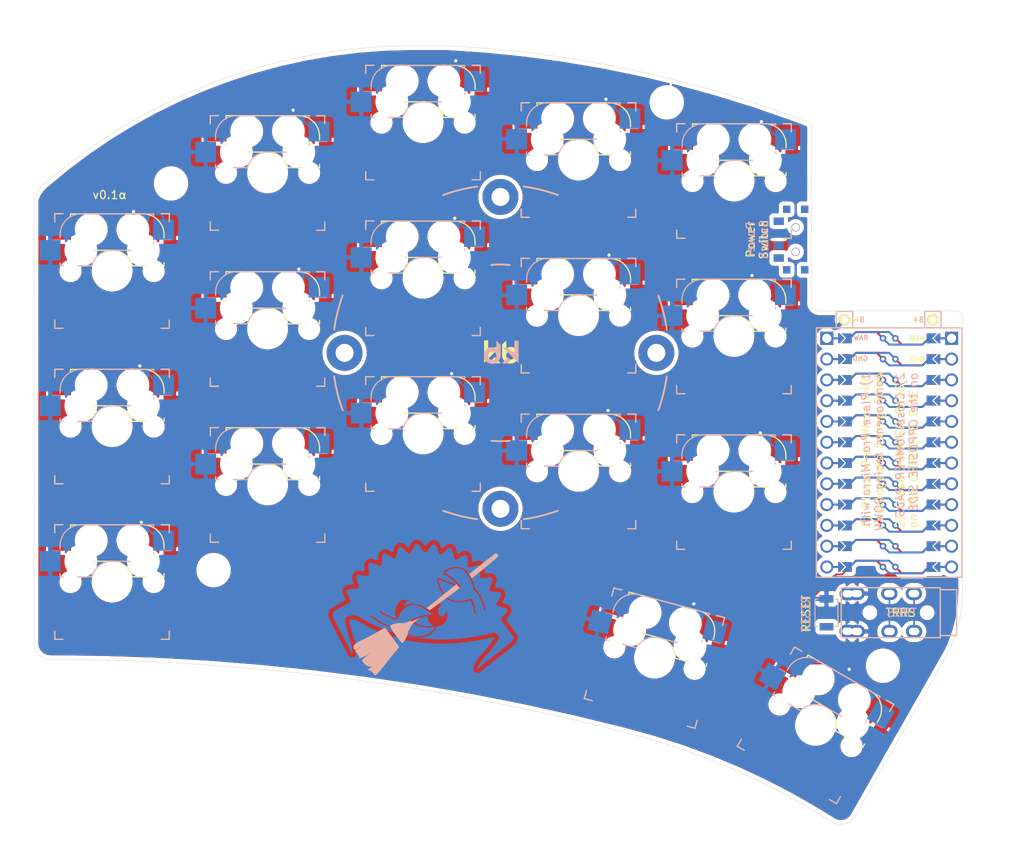
<source format=kicad_pcb>
(kicad_pcb (version 20171130) (host pcbnew "(5.1.4)-1")
  (layers (0 F.Cu signal) (31 B.Cu signal) (34 B.Paste user) (35 F.Paste user) (36 B.SilkS user) (37 F.SilkS user) (38 B.Mask user) (39 F.Mask user) (44 Edge.Cuts user))
  (net 0 "")
  (net 1 gnd)
  (net 2 vcc)
  (net 3 Switch18)
  (net 4 reset)
  (net 5 Switch1)
  (net 6 Switch2)
  (net 7 Switch3)
  (net 8 Switch4)
  (net 9 Switch5)
  (net 10 Switch6)
  (net 11 Switch7)
  (net 12 Switch8)
  (net 13 Switch9)
  (net 14 Switch10)
  (net 15 Switch11)
  (net 16 Switch12)
  (net 17 Switch13)
  (net 18 Switch14)
  (net 19 Switch15)
  (net 20 Switch16)
  (net 21 Switch17)
  (net 22 raw)
  (net 23 BT+_r)
  (net 24 "Net-(SW_POWERR1-Pad1)")
  (module Promicro-Jumpers:ProMicro_facedown (layer F.Cu) (at 139.954 99.187 270)
    (fp_text reference U1 hide)
    (fp_text value ProMicro-kbd hide)
    (fp_text user "" (at -1.2065 -16.256) (layer B.SilkS) (effects (justify mirror)))
    (pad 12 smd custom (at 13.97 0.762 90) (size 0.25 0.25) (layers F.Cu) (net 21 Switch17) (options (clearance outline) (anchor circle)) (primitives (gr_line (start 0 0) (end 0.762 -0.762) (width 0.25)) (gr_line (start 0.762 -0.762) (end 0.762 -3.302) (width 0.25)) (gr_line (start 0.762 -3.302) (end 0 -4.064) (width 0.25))))
    (pad 13 smd custom (at 13.97 -0.762 270) (size 0.25 0.25) (layers F.Cu) (net 13 Switch9) (options (clearance outline) (anchor circle)) (primitives (gr_line (start 0 0) (end 0.766 -0.766) (width 0.25)) (gr_line (start 0.766 -0.766) (end 0.766 -3.298) (width 0.25)) (gr_line (start 0.766 -3.298) (end 0 -4.064) (width 0.25))))
    (pad 13 smd custom (at 13.97 -0.762 270) (size 0.25 0.25) (layers B.Cu) (net 13 Switch9) (options (clearance outline) (anchor circle)) (primitives (gr_line (start 0 0) (end -0.766 0.766) (width 0.25)) (gr_line (start -0.766 0.766) (end -0.766 4.822) (width 0.25)) (gr_line (start -0.766 4.822) (end 0 5.588) (width 0.25))))
    (pad 12 smd custom (at 13.97 0.762 90) (size 0.25 0.25) (layers B.Cu) (net 21 Switch17) (options (clearance outline) (anchor circle)) (primitives (gr_line (start 0 0) (end -0.766 0.766) (width 0.25)) (gr_line (start -0.766 0.766) (end -0.766 4.822) (width 0.25)) (gr_line (start -0.766 4.822) (end 0 5.588) (width 0.25))))
    (pad 13 thru_hole circle (at 13.97 -0.762 90) (size 0.8 0.8) (drill 0.4) (layers *.Cu) (net 13 Switch9))
    (pad 12 thru_hole circle (at 13.97 0.762 90) (size 0.8 0.8) (drill 0.4) (layers *.Cu) (net 21 Switch17))
    (pad 11 smd custom (at 11.43 0.762 90) (size 0.25 0.25) (layers F.Cu) (net 20 Switch16) (options (clearance outline) (anchor circle)) (primitives (gr_line (start 0 0) (end 0.762 -0.762) (width 0.25)) (gr_line (start 0.762 -0.762) (end 0.762 -3.302) (width 0.25)) (gr_line (start 0.762 -3.302) (end 0 -4.064) (width 0.25))))
    (pad 14 smd custom (at 11.43 -0.762 270) (size 0.25 0.25) (layers F.Cu) (net 12 Switch8) (options (clearance outline) (anchor circle)) (primitives (gr_line (start 0 0) (end 0.766 -0.766) (width 0.25)) (gr_line (start 0.766 -0.766) (end 0.766 -3.298) (width 0.25)) (gr_line (start 0.766 -3.298) (end 0 -4.064) (width 0.25))))
    (pad 14 smd custom (at 11.43 -0.762 270) (size 0.25 0.25) (layers B.Cu) (net 12 Switch8) (options (clearance outline) (anchor circle)) (primitives (gr_line (start 0 0) (end -0.766 0.766) (width 0.25)) (gr_line (start -0.766 0.766) (end -0.766 4.822) (width 0.25)) (gr_line (start -0.766 4.822) (end 0 5.588) (width 0.25))))
    (pad 11 smd custom (at 11.43 0.762 90) (size 0.25 0.25) (layers B.Cu) (net 20 Switch16) (options (clearance outline) (anchor circle)) (primitives (gr_line (start 0 0) (end -0.766 0.766) (width 0.25)) (gr_line (start -0.766 0.766) (end -0.766 4.822) (width 0.25)) (gr_line (start -0.766 4.822) (end 0 5.588) (width 0.25))))
    (pad 14 thru_hole circle (at 11.43 -0.762 90) (size 0.8 0.8) (drill 0.4) (layers *.Cu) (net 12 Switch8))
    (pad 11 thru_hole circle (at 11.43 0.762 90) (size 0.8 0.8) (drill 0.4) (layers *.Cu) (net 20 Switch16))
    (pad 10 smd custom (at 8.89 0.762 90) (size 0.25 0.25) (layers F.Cu) (net 5 Switch1) (options (clearance outline) (anchor circle)) (primitives (gr_line (start 0 0) (end 0.762 -0.762) (width 0.25)) (gr_line (start 0.762 -0.762) (end 0.762 -3.302) (width 0.25)) (gr_line (start 0.762 -3.302) (end 0 -4.064) (width 0.25))))
    (pad 15 smd custom (at 8.89 -0.762 270) (size 0.25 0.25) (layers F.Cu) (net 11 Switch7) (options (clearance outline) (anchor circle)) (primitives (gr_line (start 0 0) (end 0.766 -0.766) (width 0.25)) (gr_line (start 0.766 -0.766) (end 0.766 -3.298) (width 0.25)) (gr_line (start 0.766 -3.298) (end 0 -4.064) (width 0.25))))
    (pad 15 smd custom (at 8.89 -0.762 270) (size 0.25 0.25) (layers B.Cu) (net 11 Switch7) (options (clearance outline) (anchor circle)) (primitives (gr_line (start 0 0) (end -0.766 0.766) (width 0.25)) (gr_line (start -0.766 0.766) (end -0.766 4.822) (width 0.25)) (gr_line (start -0.766 4.822) (end 0 5.588) (width 0.25))))
    (pad 10 smd custom (at 8.89 0.762 90) (size 0.25 0.25) (layers B.Cu) (net 5 Switch1) (options (clearance outline) (anchor circle)) (primitives (gr_line (start 0 0) (end -0.766 0.766) (width 0.25)) (gr_line (start -0.766 0.766) (end -0.766 4.822) (width 0.25)) (gr_line (start -0.766 4.822) (end 0 5.588) (width 0.25))))
    (pad 15 thru_hole circle (at 8.89 -0.762 90) (size 0.8 0.8) (drill 0.4) (layers *.Cu) (net 11 Switch7))
    (pad 10 thru_hole circle (at 8.89 0.762 90) (size 0.8 0.8) (drill 0.4) (layers *.Cu) (net 5 Switch1))
    (pad 9 smd custom (at 6.35 0.762 90) (size 0.25 0.25) (layers F.Cu) (net 19 Switch15) (options (clearance outline) (anchor circle)) (primitives (gr_line (start 0 0) (end 0.762 -0.762) (width 0.25)) (gr_line (start 0.762 -0.762) (end 0.762 -3.302) (width 0.25)) (gr_line (start 0.762 -3.302) (end 0 -4.064) (width 0.25))))
    (pad 16 smd custom (at 6.35 -0.762 270) (size 0.25 0.25) (layers F.Cu) (net 10 Switch6) (options (clearance outline) (anchor circle)) (primitives (gr_line (start 0 0) (end 0.766 -0.766) (width 0.25)) (gr_line (start 0.766 -0.766) (end 0.766 -3.298) (width 0.25)) (gr_line (start 0.766 -3.298) (end 0 -4.064) (width 0.25))))
    (pad 16 smd custom (at 6.35 -0.762 270) (size 0.25 0.25) (layers B.Cu) (net 10 Switch6) (options (clearance outline) (anchor circle)) (primitives (gr_line (start 0 0) (end -0.766 0.766) (width 0.25)) (gr_line (start -0.766 0.766) (end -0.766 4.822) (width 0.25)) (gr_line (start -0.766 4.822) (end 0 5.588) (width 0.25))))
    (pad 9 smd custom (at 6.35 0.762 90) (size 0.25 0.25) (layers B.Cu) (net 19 Switch15) (options (clearance outline) (anchor circle)) (primitives (gr_line (start 0 0) (end -0.766 0.766) (width 0.25)) (gr_line (start -0.766 0.766) (end -0.766 4.822) (width 0.25)) (gr_line (start -0.766 4.822) (end 0 5.588) (width 0.25))))
    (pad 16 thru_hole circle (at 6.35 -0.762 90) (size 0.8 0.8) (drill 0.4) (layers *.Cu) (net 10 Switch6))
    (pad 9 thru_hole circle (at 6.35 0.762 90) (size 0.8 0.8) (drill 0.4) (layers *.Cu) (net 19 Switch15))
    (pad 8 smd custom (at 3.81 0.762 90) (size 0.25 0.25) (layers F.Cu) (net 18 Switch14) (options (clearance outline) (anchor circle)) (primitives (gr_line (start 0 0) (end 0.762 -0.762) (width 0.25)) (gr_line (start 0.762 -0.762) (end 0.762 -3.302) (width 0.25)) (gr_line (start 0.762 -3.302) (end 0 -4.064) (width 0.25))))
    (pad 17 smd custom (at 3.81 -0.762 270) (size 0.25 0.25) (layers F.Cu) (net 6 Switch2) (options (clearance outline) (anchor circle)) (primitives (gr_line (start 0 0) (end 0.766 -0.766) (width 0.25)) (gr_line (start 0.766 -0.766) (end 0.766 -3.298) (width 0.25)) (gr_line (start 0.766 -3.298) (end 0 -4.064) (width 0.25))))
    (pad 17 smd custom (at 3.81 -0.762 270) (size 0.25 0.25) (layers B.Cu) (net 6 Switch2) (options (clearance outline) (anchor circle)) (primitives (gr_line (start 0 0) (end -0.766 0.766) (width 0.25)) (gr_line (start -0.766 0.766) (end -0.766 4.822) (width 0.25)) (gr_line (start -0.766 4.822) (end 0 5.588) (width 0.25))))
    (pad 8 smd custom (at 3.81 0.762 90) (size 0.25 0.25) (layers B.Cu) (net 18 Switch14) (options (clearance outline) (anchor circle)) (primitives (gr_line (start 0 0) (end -0.766 0.766) (width 0.25)) (gr_line (start -0.766 0.766) (end -0.766 4.822) (width 0.25)) (gr_line (start -0.766 4.822) (end 0 5.588) (width 0.25))))
    (pad 17 thru_hole circle (at 3.81 -0.762 90) (size 0.8 0.8) (drill 0.4) (layers *.Cu) (net 6 Switch2))
    (pad 8 thru_hole circle (at 3.81 0.762 90) (size 0.8 0.8) (drill 0.4) (layers *.Cu) (net 18 Switch14))
    (pad 7 smd custom (at 1.27 0.762 90) (size 0.25 0.25) (layers F.Cu) (net 17 Switch13) (options (clearance outline) (anchor circle)) (primitives (gr_line (start 0 0) (end 0.762 -0.762) (width 0.25)) (gr_line (start 0.762 -0.762) (end 0.762 -3.302) (width 0.25)) (gr_line (start 0.762 -3.302) (end 0 -4.064) (width 0.25))))
    (pad 18 smd custom (at 1.27 -0.762 270) (size 0.25 0.25) (layers F.Cu) (net 7 Switch3) (options (clearance outline) (anchor circle)) (primitives (gr_line (start 0 0) (end 0.766 -0.766) (width 0.25)) (gr_line (start 0.766 -0.766) (end 0.766 -3.298) (width 0.25)) (gr_line (start 0.766 -3.298) (end 0 -4.064) (width 0.25))))
    (pad 18 smd custom (at 1.27 -0.762 270) (size 0.25 0.25) (layers B.Cu) (net 7 Switch3) (options (clearance outline) (anchor circle)) (primitives (gr_line (start 0 0) (end -0.766 0.766) (width 0.25)) (gr_line (start -0.766 0.766) (end -0.766 4.822) (width 0.25)) (gr_line (start -0.766 4.822) (end 0 5.588) (width 0.25))))
    (pad 7 smd custom (at 1.27 0.762 90) (size 0.25 0.25) (layers B.Cu) (net 17 Switch13) (options (clearance outline) (anchor circle)) (primitives (gr_line (start 0 0) (end -0.766 0.766) (width 0.25)) (gr_line (start -0.766 0.766) (end -0.766 4.822) (width 0.25)) (gr_line (start -0.766 4.822) (end 0 5.588) (width 0.25))))
    (pad 18 thru_hole circle (at 1.27 -0.762 90) (size 0.8 0.8) (drill 0.4) (layers *.Cu) (net 7 Switch3))
    (pad 7 thru_hole circle (at 1.27 0.762 90) (size 0.8 0.8) (drill 0.4) (layers *.Cu) (net 17 Switch13))
    (pad 6 smd custom (at -1.27 0.762 90) (size 0.25 0.25) (layers F.Cu) (net 16 Switch12) (options (clearance outline) (anchor circle)) (primitives (gr_line (start 0 0) (end 0.762 -0.762) (width 0.25)) (gr_line (start 0.762 -0.762) (end 0.762 -3.302) (width 0.25)) (gr_line (start 0.762 -3.302) (end 0 -4.064) (width 0.25))))
    (pad 19 smd custom (at -1.27 -0.762 270) (size 0.25 0.25) (layers F.Cu) (net 8 Switch4) (options (clearance outline) (anchor circle)) (primitives (gr_line (start 0 0) (end 0.766 -0.766) (width 0.25)) (gr_line (start 0.766 -0.766) (end 0.766 -3.298) (width 0.25)) (gr_line (start 0.766 -3.298) (end 0 -4.064) (width 0.25))))
    (pad 19 smd custom (at -1.27 -0.762 270) (size 0.25 0.25) (layers B.Cu) (net 8 Switch4) (options (clearance outline) (anchor circle)) (primitives (gr_line (start 0 0) (end -0.766 0.766) (width 0.25)) (gr_line (start -0.766 0.766) (end -0.766 4.822) (width 0.25)) (gr_line (start -0.766 4.822) (end 0 5.588) (width 0.25))))
    (pad 6 smd custom (at -1.27 0.762 90) (size 0.25 0.25) (layers B.Cu) (net 16 Switch12) (options (clearance outline) (anchor circle)) (primitives (gr_line (start 0 0) (end -0.766 0.766) (width 0.25)) (gr_line (start -0.766 0.766) (end -0.766 4.822) (width 0.25)) (gr_line (start -0.766 4.822) (end 0 5.588) (width 0.25))))
    (pad 19 thru_hole circle (at -1.27 -0.762 90) (size 0.8 0.8) (drill 0.4) (layers *.Cu) (net 8 Switch4))
    (pad 6 thru_hole circle (at -1.27 0.762 90) (size 0.8 0.8) (drill 0.4) (layers *.Cu) (net 16 Switch12))
    (pad 5 smd custom (at -3.81 0.762 90) (size 0.25 0.25) (layers F.Cu) (net 15 Switch11) (options (clearance outline) (anchor circle)) (primitives (gr_line (start 0 0) (end 0.762 -0.762) (width 0.25)) (gr_line (start 0.762 -0.762) (end 0.762 -3.302) (width 0.25)) (gr_line (start 0.762 -3.302) (end 0 -4.064) (width 0.25))))
    (pad 20 smd custom (at -3.81 -0.762 270) (size 0.25 0.25) (layers F.Cu) (net 9 Switch5) (options (clearance outline) (anchor circle)) (primitives (gr_line (start 0 0) (end 0.766 -0.766) (width 0.25)) (gr_line (start 0.766 -0.766) (end 0.766 -3.298) (width 0.25)) (gr_line (start 0.766 -3.298) (end 0 -4.064) (width 0.25))))
    (pad 20 smd custom (at -3.81 -0.762 270) (size 0.25 0.25) (layers B.Cu) (net 9 Switch5) (options (clearance outline) (anchor circle)) (primitives (gr_line (start 0 0) (end -0.766 0.766) (width 0.25)) (gr_line (start -0.766 0.766) (end -0.766 4.822) (width 0.25)) (gr_line (start -0.766 4.822) (end 0 5.588) (width 0.25))))
    (pad 5 smd custom (at -3.81 0.762 90) (size 0.25 0.25) (layers B.Cu) (net 15 Switch11) (options (clearance outline) (anchor circle)) (primitives (gr_line (start 0 0) (end -0.766 0.766) (width 0.25)) (gr_line (start -0.766 0.766) (end -0.766 4.822) (width 0.25)) (gr_line (start -0.766 4.822) (end 0 5.588) (width 0.25))))
    (pad 20 thru_hole circle (at -3.81 -0.762 90) (size 0.8 0.8) (drill 0.4) (layers *.Cu) (net 9 Switch5))
    (pad 5 thru_hole circle (at -3.81 0.762 90) (size 0.8 0.8) (drill 0.4) (layers *.Cu) (net 15 Switch11))
    (pad 4 smd custom (at -6.35 0.762 90) (size 0.25 0.25) (layers F.Cu) (net 1 gnd) (options (clearance outline) (anchor circle)) (primitives (gr_line (start 0 0) (end 0.762 -0.762) (width 0.25)) (gr_line (start 0.762 -0.762) (end 0.762 -3.302) (width 0.25)) (gr_line (start 0.762 -3.302) (end 0 -4.064) (width 0.25))))
    (pad 21 smd custom (at -6.35 -0.762 270) (size 0.25 0.25) (layers F.Cu) (net 2 vcc) (options (clearance outline) (anchor circle)) (primitives (gr_line (start 0 0) (end 0.766 -0.766) (width 0.25)) (gr_line (start 0.766 -0.766) (end 0.766 -3.298) (width 0.25)) (gr_line (start 0.766 -3.298) (end 0 -4.064) (width 0.25))))
    (pad 21 smd custom (at -6.35 -0.762 270) (size 0.25 0.25) (layers B.Cu) (net 2 vcc) (options (clearance outline) (anchor circle)) (primitives (gr_line (start 0 0) (end -0.766 0.766) (width 0.25)) (gr_line (start -0.766 0.766) (end -0.766 4.822) (width 0.25)) (gr_line (start -0.766 4.822) (end 0 5.588) (width 0.25))))
    (pad 4 smd custom (at -6.35 0.762 90) (size 0.25 0.25) (layers B.Cu) (net 1 gnd) (options (clearance outline) (anchor circle)) (primitives (gr_line (start 0 0) (end -0.766 0.766) (width 0.25)) (gr_line (start -0.766 0.766) (end -0.766 4.822) (width 0.25)) (gr_line (start -0.766 4.822) (end 0 5.588) (width 0.25))))
    (pad 21 thru_hole circle (at -6.35 -0.762 90) (size 0.8 0.8) (drill 0.4) (layers *.Cu) (net 2 vcc))
    (pad 4 thru_hole circle (at -6.35 0.762 90) (size 0.8 0.8) (drill 0.4) (layers *.Cu) (net 1 gnd))
    (pad 3 smd custom (at -8.89 0.762 90) (size 0.25 0.25) (layers F.Cu) (net 1 gnd) (options (clearance outline) (anchor circle)) (primitives (gr_line (start 0 0) (end 0.762 -0.762) (width 0.25)) (gr_line (start 0.762 -0.762) (end 0.762 -3.302) (width 0.25)) (gr_line (start 0.762 -3.302) (end 0 -4.064) (width 0.25))))
    (pad 22 smd custom (at -8.89 -0.762 270) (size 0.25 0.25) (layers F.Cu) (net 4 reset) (options (clearance outline) (anchor circle)) (primitives (gr_line (start 0 0) (end 0.766 -0.766) (width 0.25)) (gr_line (start 0.766 -0.766) (end 0.766 -3.298) (width 0.25)) (gr_line (start 0.766 -3.298) (end 0 -4.064) (width 0.25))))
    (pad 22 smd custom (at -8.89 -0.762 270) (size 0.25 0.25) (layers B.Cu) (net 4 reset) (options (clearance outline) (anchor circle)) (primitives (gr_line (start 0 0) (end -0.766 0.766) (width 0.25)) (gr_line (start -0.766 0.766) (end -0.766 4.822) (width 0.25)) (gr_line (start -0.766 4.822) (end 0 5.588) (width 0.25))))
    (pad 3 smd custom (at -8.89 0.762 90) (size 0.25 0.25) (layers B.Cu) (net 1 gnd) (options (clearance outline) (anchor circle)) (primitives (gr_line (start 0 0) (end -0.766 0.766) (width 0.25)) (gr_line (start -0.766 0.766) (end -0.766 4.822) (width 0.25)) (gr_line (start -0.766 4.822) (end 0 5.588) (width 0.25))))
    (pad 22 thru_hole circle (at -8.89 -0.762 90) (size 0.8 0.8) (drill 0.4) (layers *.Cu) (net 4 reset))
    (pad 3 thru_hole circle (at -8.89 0.762 90) (size 0.8 0.8) (drill 0.4) (layers *.Cu) (net 1 gnd))
    (pad 1 smd custom (at -13.97 0.762 90) (size 0.25 0.25) (layers F.Cu) (net 14 Switch10) (options (clearance outline) (anchor circle)) (primitives (gr_line (start 0 0) (end 0.762 -0.762) (width 0.25)) (gr_line (start 0.762 -0.762) (end 0.762 -3.302) (width 0.25)) (gr_line (start 0.762 -3.302) (end 0 -4.064) (width 0.25))))
    (pad 24 smd custom (at -13.97 -0.762 270) (size 0.25 0.25) (layers F.Cu) (net 22 raw) (options (clearance outline) (anchor circle)) (primitives (gr_line (start 0 0) (end 0.766 -0.766) (width 0.25)) (gr_line (start 0.766 -0.766) (end 0.766 -3.298) (width 0.25)) (gr_line (start 0.766 -3.298) (end 0 -4.064) (width 0.25))))
    (pad 24 smd custom (at -13.97 -0.762 270) (size 0.25 0.25) (layers B.Cu) (net 22 raw) (options (clearance outline) (anchor circle)) (primitives (gr_line (start 0 0) (end -0.766 0.766) (width 0.25)) (gr_line (start -0.766 0.766) (end -0.766 4.822) (width 0.25)) (gr_line (start -0.766 4.822) (end 0 5.588) (width 0.25))))
    (pad 1 smd custom (at -13.97 0.762 90) (size 0.25 0.25) (layers B.Cu) (net 14 Switch10) (options (clearance outline) (anchor circle)) (primitives (gr_line (start 0 0) (end -0.766 0.766) (width 0.25)) (gr_line (start -0.766 0.766) (end -0.766 4.822) (width 0.25)) (gr_line (start -0.766 4.822) (end 0 5.588) (width 0.25))))
    (pad 24 thru_hole circle (at -13.97 -0.762 90) (size 0.8 0.8) (drill 0.4) (layers *.Cu) (net 22 raw))
    (pad 1 thru_hole circle (at -13.97 0.762 90) (size 0.8 0.8) (drill 0.4) (layers *.Cu) (net 14 Switch10))
    (pad 2 thru_hole circle (at -11.43 0.762 90) (size 0.8 0.8) (drill 0.4) (layers *.Cu) (net 3 Switch18))
    (pad 23 thru_hole circle (at -11.43 -0.762 90) (size 0.8 0.8) (drill 0.4) (layers *.Cu) (net 1 gnd))
    (pad 23 smd custom (at -11.43 -0.762 270) (size 0.25 0.25) (layers B.Cu) (net 1 gnd) (options (clearance outline) (anchor circle)) (primitives (gr_line (start 0 0) (end -0.766 0.766) (width 0.25)) (gr_line (start -0.766 0.766) (end -0.766 4.822) (width 0.25)) (gr_line (start -0.766 4.822) (end 0 5.588) (width 0.25))))
    (pad 2 smd custom (at -11.43 0.762 90) (size 0.25 0.25) (layers B.Cu) (net 3 Switch18) (options (clearance outline) (anchor circle)) (primitives (gr_line (start 0 0) (end -0.766 0.766) (width 0.25)) (gr_line (start -0.766 0.766) (end -0.766 4.822) (width 0.25)) (gr_line (start -0.766 4.822) (end 0 5.588) (width 0.25))))
    (pad 2 smd custom (at -11.43 0.762 90) (size 0.25 0.25) (layers F.Cu) (net 3 Switch18) (options (clearance outline) (anchor circle)) (primitives (gr_line (start 0 0) (end 0.762 -0.762) (width 0.25)) (gr_line (start 0.762 -0.762) (end 0.762 -3.302) (width 0.25)) (gr_line (start 0.762 -3.302) (end 0 -4.064) (width 0.25))))
    (pad "" smd custom (at 13.97 -5.842 270) (size 0.1 0.1) (layers B.Cu B.Mask) (clearance 0.1) (options (clearance outline) (anchor rect)) (primitives (gr_poly (pts (xy 0.6 -0.4) (xy -0.6 -0.4) (xy -0.6 -0.2) (xy 0 0.4) (xy 0.6 -0.2)) (width 0))))
    (pad "" smd custom (at 13.97 -6.35 270) (size 0.25 1) (layers B.Cu) (options (clearance outline) (anchor rect)) (primitives))
    (pad 12 smd custom (at 13.97 -4.826 270) (size 1.2 0.5) (layers B.Cu B.Mask) (net 21 Switch17) (clearance 0.1) (options (clearance outline) (anchor rect)) (primitives (gr_poly (pts (xy 0.6 0) (xy -0.6 0) (xy -0.6 -1) (xy 0 -0.4) (xy 0.6 -1)) (width 0))))
    (pad "" smd custom (at 11.43 -5.842 270) (size 0.1 0.1) (layers B.Cu B.Mask) (clearance 0.1) (options (clearance outline) (anchor rect)) (primitives (gr_poly (pts (xy 0.6 -0.4) (xy -0.6 -0.4) (xy -0.6 -0.2) (xy 0 0.4) (xy 0.6 -0.2)) (width 0))))
    (pad "" smd custom (at 11.43 -6.35 270) (size 0.25 1) (layers B.Cu) (options (clearance outline) (anchor rect)) (primitives))
    (pad 11 smd custom (at 11.43 -4.826 270) (size 1.2 0.5) (layers B.Cu B.Mask) (net 20 Switch16) (clearance 0.1) (options (clearance outline) (anchor rect)) (primitives (gr_poly (pts (xy 0.6 0) (xy -0.6 0) (xy -0.6 -1) (xy 0 -0.4) (xy 0.6 -1)) (width 0))))
    (pad "" smd custom (at 8.89 -5.842 270) (size 0.1 0.1) (layers B.Cu B.Mask) (clearance 0.1) (options (clearance outline) (anchor rect)) (primitives (gr_poly (pts (xy 0.6 -0.4) (xy -0.6 -0.4) (xy -0.6 -0.2) (xy 0 0.4) (xy 0.6 -0.2)) (width 0))))
    (pad "" smd custom (at 8.89 -6.35 270) (size 0.25 1) (layers B.Cu) (options (clearance outline) (anchor rect)) (primitives))
    (pad 10 smd custom (at 8.89 -4.826 270) (size 1.2 0.5) (layers B.Cu B.Mask) (net 5 Switch1) (clearance 0.1) (options (clearance outline) (anchor rect)) (primitives (gr_poly (pts (xy 0.6 0) (xy -0.6 0) (xy -0.6 -1) (xy 0 -0.4) (xy 0.6 -1)) (width 0))))
    (pad "" smd custom (at 6.35 -5.842 270) (size 0.1 0.1) (layers B.Cu B.Mask) (clearance 0.1) (options (clearance outline) (anchor rect)) (primitives (gr_poly (pts (xy 0.6 -0.4) (xy -0.6 -0.4) (xy -0.6 -0.2) (xy 0 0.4) (xy 0.6 -0.2)) (width 0))))
    (pad "" smd custom (at 6.35 -6.35 270) (size 0.25 1) (layers B.Cu) (options (clearance outline) (anchor rect)) (primitives))
    (pad 9 smd custom (at 6.35 -4.826 270) (size 1.2 0.5) (layers B.Cu B.Mask) (net 19 Switch15) (clearance 0.1) (options (clearance outline) (anchor rect)) (primitives (gr_poly (pts (xy 0.6 0) (xy -0.6 0) (xy -0.6 -1) (xy 0 -0.4) (xy 0.6 -1)) (width 0))))
    (pad "" smd custom (at 3.81 -5.842 270) (size 0.1 0.1) (layers B.Cu B.Mask) (clearance 0.1) (options (clearance outline) (anchor rect)) (primitives (gr_poly (pts (xy 0.6 -0.4) (xy -0.6 -0.4) (xy -0.6 -0.2) (xy 0 0.4) (xy 0.6 -0.2)) (width 0))))
    (pad "" smd custom (at 3.81 -6.35 270) (size 0.25 1) (layers B.Cu) (options (clearance outline) (anchor rect)) (primitives))
    (pad 8 smd custom (at 3.81 -4.826 270) (size 1.2 0.5) (layers B.Cu B.Mask) (net 18 Switch14) (clearance 0.1) (options (clearance outline) (anchor rect)) (primitives (gr_poly (pts (xy 0.6 0) (xy -0.6 0) (xy -0.6 -1) (xy 0 -0.4) (xy 0.6 -1)) (width 0))))
    (pad "" smd custom (at 1.27 -5.842 270) (size 0.1 0.1) (layers B.Cu B.Mask) (clearance 0.1) (options (clearance outline) (anchor rect)) (primitives (gr_poly (pts (xy 0.6 -0.4) (xy -0.6 -0.4) (xy -0.6 -0.2) (xy 0 0.4) (xy 0.6 -0.2)) (width 0))))
    (pad "" smd custom (at 1.27 -6.35 270) (size 0.25 1) (layers B.Cu) (options (clearance outline) (anchor rect)) (primitives))
    (pad 7 smd custom (at 1.27 -4.826 270) (size 1.2 0.5) (layers B.Cu B.Mask) (net 17 Switch13) (clearance 0.1) (options (clearance outline) (anchor rect)) (primitives (gr_poly (pts (xy 0.6 0) (xy -0.6 0) (xy -0.6 -1) (xy 0 -0.4) (xy 0.6 -1)) (width 0))))
    (pad "" smd custom (at -1.27 -5.842 270) (size 0.1 0.1) (layers B.Cu B.Mask) (clearance 0.1) (options (clearance outline) (anchor rect)) (primitives (gr_poly (pts (xy 0.6 -0.4) (xy -0.6 -0.4) (xy -0.6 -0.2) (xy 0 0.4) (xy 0.6 -0.2)) (width 0))))
    (pad "" smd custom (at -1.27 -6.35 270) (size 0.25 1) (layers B.Cu) (options (clearance outline) (anchor rect)) (primitives))
    (pad 6 smd custom (at -1.27 -4.826 270) (size 1.2 0.5) (layers B.Cu B.Mask) (net 16 Switch12) (clearance 0.1) (options (clearance outline) (anchor rect)) (primitives (gr_poly (pts (xy 0.6 0) (xy -0.6 0) (xy -0.6 -1) (xy 0 -0.4) (xy 0.6 -1)) (width 0))))
    (pad "" smd custom (at -3.81 -5.842 270) (size 0.1 0.1) (layers B.Cu B.Mask) (clearance 0.1) (options (clearance outline) (anchor rect)) (primitives (gr_poly (pts (xy 0.6 -0.4) (xy -0.6 -0.4) (xy -0.6 -0.2) (xy 0 0.4) (xy 0.6 -0.2)) (width 0))))
    (pad "" smd custom (at -3.81 -6.35 270) (size 0.25 1) (layers B.Cu) (options (clearance outline) (anchor rect)) (primitives))
    (pad 5 smd custom (at -3.81 -4.826 270) (size 1.2 0.5) (layers B.Cu B.Mask) (net 15 Switch11) (clearance 0.1) (options (clearance outline) (anchor rect)) (primitives (gr_poly (pts (xy 0.6 0) (xy -0.6 0) (xy -0.6 -1) (xy 0 -0.4) (xy 0.6 -1)) (width 0))))
    (pad "" smd custom (at -6.35 -5.842 270) (size 0.1 0.1) (layers B.Cu B.Mask) (clearance 0.1) (options (clearance outline) (anchor rect)) (primitives (gr_poly (pts (xy 0.6 -0.4) (xy -0.6 -0.4) (xy -0.6 -0.2) (xy 0 0.4) (xy 0.6 -0.2)) (width 0))))
    (pad "" smd custom (at -6.35 -6.35 270) (size 0.25 1) (layers B.Cu) (options (clearance outline) (anchor rect)) (primitives))
    (pad 4 smd custom (at -6.35 -4.826 270) (size 1.2 0.5) (layers B.Cu B.Mask) (net 1 gnd) (clearance 0.1) (options (clearance outline) (anchor rect)) (primitives (gr_poly (pts (xy 0.6 0) (xy -0.6 0) (xy -0.6 -1) (xy 0 -0.4) (xy 0.6 -1)) (width 0))))
    (pad "" smd custom (at -8.89 -5.842 270) (size 0.1 0.1) (layers B.Cu B.Mask) (clearance 0.1) (options (clearance outline) (anchor rect)) (primitives (gr_poly (pts (xy 0.6 -0.4) (xy -0.6 -0.4) (xy -0.6 -0.2) (xy 0 0.4) (xy 0.6 -0.2)) (width 0))))
    (pad "" smd custom (at -8.89 -6.35 270) (size 0.25 1) (layers B.Cu) (options (clearance outline) (anchor rect)) (primitives))
    (pad 3 smd custom (at -8.89 -4.826 270) (size 1.2 0.5) (layers B.Cu B.Mask) (net 1 gnd) (clearance 0.1) (options (clearance outline) (anchor rect)) (primitives (gr_poly (pts (xy 0.6 0) (xy -0.6 0) (xy -0.6 -1) (xy 0 -0.4) (xy 0.6 -1)) (width 0))))
    (pad "" smd custom (at -11.43 -5.842 270) (size 0.1 0.1) (layers B.Cu B.Mask) (clearance 0.1) (options (clearance outline) (anchor rect)) (primitives (gr_poly (pts (xy 0.6 -0.4) (xy -0.6 -0.4) (xy -0.6 -0.2) (xy 0 0.4) (xy 0.6 -0.2)) (width 0))))
    (pad "" smd custom (at -11.43 -6.35 270) (size 0.25 1) (layers B.Cu) (options (clearance outline) (anchor rect)) (primitives))
    (pad 2 smd custom (at -11.43 -4.826 270) (size 1.2 0.5) (layers B.Cu B.Mask) (net 3 Switch18) (clearance 0.1) (options (clearance outline) (anchor rect)) (primitives (gr_poly (pts (xy 0.6 0) (xy -0.6 0) (xy -0.6 -1) (xy 0 -0.4) (xy 0.6 -1)) (width 0))))
    (pad 1 smd custom (at -13.97 -4.826 270) (size 1.2 0.5) (layers B.Cu B.Mask) (net 14 Switch10) (clearance 0.1) (options (clearance outline) (anchor rect)) (primitives (gr_poly (pts (xy 0.6 0) (xy -0.6 0) (xy -0.6 -1) (xy 0 -0.4) (xy 0.6 -1)) (width 0))))
    (pad "" smd custom (at -13.97 -5.842 270) (size 0.1 0.1) (layers B.Cu B.Mask) (clearance 0.1) (options (clearance outline) (anchor rect)) (primitives (gr_poly (pts (xy 0.6 -0.4) (xy -0.6 -0.4) (xy -0.6 -0.2) (xy 0 0.4) (xy 0.6 -0.2)) (width 0))))
    (pad "" smd custom (at -13.97 -6.35 270) (size 0.25 1) (layers B.Cu) (options (clearance outline) (anchor rect)) (primitives))
    (pad 13 smd custom (at 13.97 4.826 90) (size 1.2 0.5) (layers B.Cu B.Mask) (net 13 Switch9) (clearance 0.1) (options (clearance outline) (anchor rect)) (primitives (gr_poly (pts (xy 0.6 0) (xy -0.6 0) (xy -0.6 -1) (xy 0 -0.4) (xy 0.6 -1)) (width 0))))
    (pad "" smd custom (at 13.97 5.842 90) (size 0.1 0.1) (layers B.Cu B.Mask) (clearance 0.1) (options (clearance outline) (anchor rect)) (primitives (gr_poly (pts (xy 0.6 -0.4) (xy -0.6 -0.4) (xy -0.6 -0.2) (xy 0 0.4) (xy 0.6 -0.2)) (width 0))))
    (pad "" smd custom (at 13.97 6.35 90) (size 0.25 1) (layers B.Cu) (options (clearance outline) (anchor rect)) (primitives))
    (pad 14 smd custom (at 11.43 4.826 90) (size 1.2 0.5) (layers B.Cu B.Mask) (net 12 Switch8) (clearance 0.1) (options (clearance outline) (anchor rect)) (primitives (gr_poly (pts (xy 0.6 0) (xy -0.6 0) (xy -0.6 -1) (xy 0 -0.4) (xy 0.6 -1)) (width 0))))
    (pad "" smd custom (at 11.43 5.842 90) (size 0.1 0.1) (layers B.Cu B.Mask) (clearance 0.1) (options (clearance outline) (anchor rect)) (primitives (gr_poly (pts (xy 0.6 -0.4) (xy -0.6 -0.4) (xy -0.6 -0.2) (xy 0 0.4) (xy 0.6 -0.2)) (width 0))))
    (pad "" smd custom (at 11.43 6.35 90) (size 0.25 1) (layers B.Cu) (options (clearance outline) (anchor rect)) (primitives))
    (pad 15 smd custom (at 8.89 4.826 90) (size 1.2 0.5) (layers B.Cu B.Mask) (net 11 Switch7) (clearance 0.1) (options (clearance outline) (anchor rect)) (primitives (gr_poly (pts (xy 0.6 0) (xy -0.6 0) (xy -0.6 -1) (xy 0 -0.4) (xy 0.6 -1)) (width 0))))
    (pad "" smd custom (at 8.89 5.842 90) (size 0.1 0.1) (layers B.Cu B.Mask) (clearance 0.1) (options (clearance outline) (anchor rect)) (primitives (gr_poly (pts (xy 0.6 -0.4) (xy -0.6 -0.4) (xy -0.6 -0.2) (xy 0 0.4) (xy 0.6 -0.2)) (width 0))))
    (pad "" smd custom (at 8.89 6.35 90) (size 0.25 1) (layers B.Cu) (options (clearance outline) (anchor rect)) (primitives))
    (pad 16 smd custom (at 6.35 4.826 90) (size 1.2 0.5) (layers B.Cu B.Mask) (net 10 Switch6) (clearance 0.1) (options (clearance outline) (anchor rect)) (primitives (gr_poly (pts (xy 0.6 0) (xy -0.6 0) (xy -0.6 -1) (xy 0 -0.4) (xy 0.6 -1)) (width 0))))
    (pad "" smd custom (at 6.35 5.842 90) (size 0.1 0.1) (layers B.Cu B.Mask) (clearance 0.1) (options (clearance outline) (anchor rect)) (primitives (gr_poly (pts (xy 0.6 -0.4) (xy -0.6 -0.4) (xy -0.6 -0.2) (xy 0 0.4) (xy 0.6 -0.2)) (width 0))))
    (pad "" smd custom (at 6.35 6.35 90) (size 0.25 1) (layers B.Cu) (options (clearance outline) (anchor rect)) (primitives))
    (pad 17 smd custom (at 3.81 4.826 90) (size 1.2 0.5) (layers B.Cu B.Mask) (net 6 Switch2) (clearance 0.1) (options (clearance outline) (anchor rect)) (primitives (gr_poly (pts (xy 0.6 0) (xy -0.6 0) (xy -0.6 -1) (xy 0 -0.4) (xy 0.6 -1)) (width 0))))
    (pad "" smd custom (at 3.81 5.842 90) (size 0.1 0.1) (layers B.Cu B.Mask) (clearance 0.1) (options (clearance outline) (anchor rect)) (primitives (gr_poly (pts (xy 0.6 -0.4) (xy -0.6 -0.4) (xy -0.6 -0.2) (xy 0 0.4) (xy 0.6 -0.2)) (width 0))))
    (pad "" smd custom (at 3.81 6.35 90) (size 0.25 1) (layers B.Cu) (options (clearance outline) (anchor rect)) (primitives))
    (pad 18 smd custom (at 1.27 4.826 90) (size 1.2 0.5) (layers B.Cu B.Mask) (net 7 Switch3) (clearance 0.1) (options (clearance outline) (anchor rect)) (primitives (gr_poly (pts (xy 0.6 0) (xy -0.6 0) (xy -0.6 -1) (xy 0 -0.4) (xy 0.6 -1)) (width 0))))
    (pad "" smd custom (at 1.27 5.842 90) (size 0.1 0.1) (layers B.Cu B.Mask) (clearance 0.1) (options (clearance outline) (anchor rect)) (primitives (gr_poly (pts (xy 0.6 -0.4) (xy -0.6 -0.4) (xy -0.6 -0.2) (xy 0 0.4) (xy 0.6 -0.2)) (width 0))))
    (pad "" smd custom (at 1.27 6.35 90) (size 0.25 1) (layers B.Cu) (options (clearance outline) (anchor rect)) (primitives))
    (pad 19 smd custom (at -1.27 4.826 90) (size 1.2 0.5) (layers B.Cu B.Mask) (net 8 Switch4) (clearance 0.1) (options (clearance outline) (anchor rect)) (primitives (gr_poly (pts (xy 0.6 0) (xy -0.6 0) (xy -0.6 -1) (xy 0 -0.4) (xy 0.6 -1)) (width 0))))
    (pad "" smd custom (at -1.27 5.842 90) (size 0.1 0.1) (layers B.Cu B.Mask) (clearance 0.1) (options (clearance outline) (anchor rect)) (primitives (gr_poly (pts (xy 0.6 -0.4) (xy -0.6 -0.4) (xy -0.6 -0.2) (xy 0 0.4) (xy 0.6 -0.2)) (width 0))))
    (pad "" smd custom (at -1.27 6.35 90) (size 0.25 1) (layers B.Cu) (options (clearance outline) (anchor rect)) (primitives))
    (pad 20 smd custom (at -3.81 4.826 90) (size 1.2 0.5) (layers B.Cu B.Mask) (net 9 Switch5) (clearance 0.1) (options (clearance outline) (anchor rect)) (primitives (gr_poly (pts (xy 0.6 0) (xy -0.6 0) (xy -0.6 -1) (xy 0 -0.4) (xy 0.6 -1)) (width 0))))
    (pad "" smd custom (at -3.81 5.842 90) (size 0.1 0.1) (layers B.Cu B.Mask) (clearance 0.1) (options (clearance outline) (anchor rect)) (primitives (gr_poly (pts (xy 0.6 -0.4) (xy -0.6 -0.4) (xy -0.6 -0.2) (xy 0 0.4) (xy 0.6 -0.2)) (width 0))))
    (pad "" smd custom (at -3.81 6.35 90) (size 0.25 1) (layers B.Cu) (options (clearance outline) (anchor rect)) (primitives))
    (pad 21 smd custom (at -6.35 4.826 90) (size 1.2 0.5) (layers B.Cu B.Mask) (net 2 vcc) (clearance 0.1) (options (clearance outline) (anchor rect)) (primitives (gr_poly (pts (xy 0.6 0) (xy -0.6 0) (xy -0.6 -1) (xy 0 -0.4) (xy 0.6 -1)) (width 0))))
    (pad "" smd custom (at -6.35 5.842 90) (size 0.1 0.1) (layers B.Cu B.Mask) (clearance 0.1) (options (clearance outline) (anchor rect)) (primitives (gr_poly (pts (xy 0.6 -0.4) (xy -0.6 -0.4) (xy -0.6 -0.2) (xy 0 0.4) (xy 0.6 -0.2)) (width 0))))
    (pad "" smd custom (at -6.35 6.35 90) (size 0.25 1) (layers B.Cu) (options (clearance outline) (anchor rect)) (primitives))
    (pad 22 smd custom (at -8.89 4.826 90) (size 1.2 0.5) (layers B.Cu B.Mask) (net 4 reset) (clearance 0.1) (options (clearance outline) (anchor rect)) (primitives (gr_poly (pts (xy 0.6 0) (xy -0.6 0) (xy -0.6 -1) (xy 0 -0.4) (xy 0.6 -1)) (width 0))))
    (pad "" smd custom (at -8.89 5.842 90) (size 0.1 0.1) (layers B.Cu B.Mask) (clearance 0.1) (options (clearance outline) (anchor rect)) (primitives (gr_poly (pts (xy 0.6 -0.4) (xy -0.6 -0.4) (xy -0.6 -0.2) (xy 0 0.4) (xy 0.6 -0.2)) (width 0))))
    (pad "" smd custom (at -8.89 6.35 90) (size 0.25 1) (layers B.Cu) (options (clearance outline) (anchor rect)) (primitives))
    (pad 23 smd custom (at -11.43 4.826 90) (size 1.2 0.5) (layers B.Cu B.Mask) (net 1 gnd) (clearance 0.1) (options (clearance outline) (anchor rect)) (primitives (gr_poly (pts (xy 0.6 0) (xy -0.6 0) (xy -0.6 -1) (xy 0 -0.4) (xy 0.6 -1)) (width 0))))
    (pad "" smd custom (at -11.43 5.842 90) (size 0.1 0.1) (layers B.Cu B.Mask) (clearance 0.1) (options (clearance outline) (anchor rect)) (primitives (gr_poly (pts (xy 0.6 -0.4) (xy -0.6 -0.4) (xy -0.6 -0.2) (xy 0 0.4) (xy 0.6 -0.2)) (width 0))))
    (pad "" smd custom (at -11.43 6.35 90) (size 0.25 1) (layers B.Cu) (options (clearance outline) (anchor rect)) (primitives))
    (pad "" smd custom (at -13.97 5.842 90) (size 0.1 0.1) (layers B.Cu B.Mask) (clearance 0.1) (options (clearance outline) (anchor rect)) (primitives (gr_poly (pts (xy 0.6 -0.4) (xy -0.6 -0.4) (xy -0.6 -0.2) (xy 0 0.4) (xy 0.6 -0.2)) (width 0))))
    (pad 24 smd custom (at -13.97 4.826 90) (size 1.2 0.5) (layers B.Cu B.Mask) (net 22 raw) (clearance 0.1) (options (clearance outline) (anchor rect)) (primitives (gr_poly (pts (xy 0.6 0) (xy -0.6 0) (xy -0.6 -1) (xy 0 -0.4) (xy 0.6 -1)) (width 0))))
    (pad "" smd custom (at -13.97 6.35 90) (size 0.25 1) (layers B.Cu) (options (clearance outline) (anchor rect)) (primitives))
    (pad 20 smd custom (at -3.81 -4.826 270) (size 1.2 0.5) (layers F.Cu F.Mask) (net 9 Switch5) (clearance 0.1) (options (clearance outline) (anchor rect)) (primitives (gr_poly (pts (xy 0.6 0) (xy -0.6 0) (xy -0.6 -1) (xy 0 -0.4) (xy 0.6 -1)) (width 0))))
    (pad "" smd custom (at 11.43 -6.35 270) (size 0.25 1) (layers F.Cu) (options (clearance outline) (anchor rect)) (primitives))
    (pad 14 smd custom (at 11.43 -4.826 270) (size 1.2 0.5) (layers F.Cu F.Mask) (net 12 Switch8) (clearance 0.1) (options (clearance outline) (anchor rect)) (primitives (gr_poly (pts (xy 0.6 0) (xy -0.6 0) (xy -0.6 -1) (xy 0 -0.4) (xy 0.6 -1)) (width 0))))
    (pad "" smd custom (at 11.43 -5.842 270) (size 0.1 0.1) (layers F.Cu F.Mask) (clearance 0.1) (options (clearance outline) (anchor rect)) (primitives (gr_poly (pts (xy 0.6 -0.4) (xy -0.6 -0.4) (xy -0.6 -0.2) (xy 0 0.4) (xy 0.6 -0.2)) (width 0))))
    (pad "" smd custom (at 8.89 -5.842 270) (size 0.1 0.1) (layers F.Cu F.Mask) (clearance 0.1) (options (clearance outline) (anchor rect)) (primitives (gr_poly (pts (xy 0.6 -0.4) (xy -0.6 -0.4) (xy -0.6 -0.2) (xy 0 0.4) (xy 0.6 -0.2)) (width 0))))
    (pad 15 smd custom (at 8.89 -4.826 270) (size 1.2 0.5) (layers F.Cu F.Mask) (net 11 Switch7) (clearance 0.1) (options (clearance outline) (anchor rect)) (primitives (gr_poly (pts (xy 0.6 0) (xy -0.6 0) (xy -0.6 -1) (xy 0 -0.4) (xy 0.6 -1)) (width 0))))
    (pad "" smd custom (at 6.35 -5.842 270) (size 0.1 0.1) (layers F.Cu F.Mask) (clearance 0.1) (options (clearance outline) (anchor rect)) (primitives (gr_poly (pts (xy 0.6 -0.4) (xy -0.6 -0.4) (xy -0.6 -0.2) (xy 0 0.4) (xy 0.6 -0.2)) (width 0))))
    (pad "" smd custom (at -1.27 -5.842 270) (size 0.1 0.1) (layers F.Cu F.Mask) (clearance 0.1) (options (clearance outline) (anchor rect)) (primitives (gr_poly (pts (xy 0.6 -0.4) (xy -0.6 -0.4) (xy -0.6 -0.2) (xy 0 0.4) (xy 0.6 -0.2)) (width 0))))
    (pad "" smd custom (at -3.81 -5.842 270) (size 0.1 0.1) (layers F.Cu F.Mask) (clearance 0.1) (options (clearance outline) (anchor rect)) (primitives (gr_poly (pts (xy 0.6 -0.4) (xy -0.6 -0.4) (xy -0.6 -0.2) (xy 0 0.4) (xy 0.6 -0.2)) (width 0))))
    (pad "" smd custom (at -6.35 -6.35 270) (size 0.25 1) (layers F.Cu) (options (clearance outline) (anchor rect)) (primitives))
    (pad 16 smd custom (at 6.35 -4.826 270) (size 1.2 0.5) (layers F.Cu F.Mask) (net 10 Switch6) (clearance 0.1) (options (clearance outline) (anchor rect)) (primitives (gr_poly (pts (xy 0.6 0) (xy -0.6 0) (xy -0.6 -1) (xy 0 -0.4) (xy 0.6 -1)) (width 0))))
    (pad "" smd custom (at -1.27 -6.35 270) (size 0.25 1) (layers F.Cu) (options (clearance outline) (anchor rect)) (primitives))
    (pad "" smd custom (at 3.81 -6.35 270) (size 0.25 1) (layers F.Cu) (options (clearance outline) (anchor rect)) (primitives))
    (pad "" smd custom (at -3.81 -6.35 270) (size 0.25 1) (layers F.Cu) (options (clearance outline) (anchor rect)) (primitives))
    (pad "" smd custom (at 13.97 -5.842 270) (size 0.1 0.1) (layers F.Cu F.Mask) (clearance 0.1) (options (clearance outline) (anchor rect)) (primitives (gr_poly (pts (xy 0.6 -0.4) (xy -0.6 -0.4) (xy -0.6 -0.2) (xy 0 0.4) (xy 0.6 -0.2)) (width 0))))
    (pad "" smd custom (at 6.35 -6.35 270) (size 0.25 1) (layers F.Cu) (options (clearance outline) (anchor rect)) (primitives))
    (pad "" smd custom (at 3.81 -5.842 270) (size 0.1 0.1) (layers F.Cu F.Mask) (clearance 0.1) (options (clearance outline) (anchor rect)) (primitives (gr_poly (pts (xy 0.6 -0.4) (xy -0.6 -0.4) (xy -0.6 -0.2) (xy 0 0.4) (xy 0.6 -0.2)) (width 0))))
    (pad 13 smd custom (at 13.97 -4.826 270) (size 1.2 0.5) (layers F.Cu F.Mask) (net 13 Switch9) (clearance 0.1) (options (clearance outline) (anchor rect)) (primitives (gr_poly (pts (xy 0.6 0) (xy -0.6 0) (xy -0.6 -1) (xy 0 -0.4) (xy 0.6 -1)) (width 0))))
    (pad "" smd custom (at 1.27 -6.35 270) (size 0.25 1) (layers F.Cu) (options (clearance outline) (anchor rect)) (primitives))
    (pad 17 smd custom (at 3.81 -4.826 270) (size 1.2 0.5) (layers F.Cu F.Mask) (net 6 Switch2) (clearance 0.1) (options (clearance outline) (anchor rect)) (primitives (gr_poly (pts (xy 0.6 0) (xy -0.6 0) (xy -0.6 -1) (xy 0 -0.4) (xy 0.6 -1)) (width 0))))
    (pad "" smd custom (at 8.89 -6.35 270) (size 0.25 1) (layers F.Cu) (options (clearance outline) (anchor rect)) (primitives))
    (pad "" smd custom (at 1.27 -5.842 270) (size 0.1 0.1) (layers F.Cu F.Mask) (clearance 0.1) (options (clearance outline) (anchor rect)) (primitives (gr_poly (pts (xy 0.6 -0.4) (xy -0.6 -0.4) (xy -0.6 -0.2) (xy 0 0.4) (xy 0.6 -0.2)) (width 0))))
    (pad "" smd custom (at 13.97 -6.35 270) (size 0.25 1) (layers F.Cu) (options (clearance outline) (anchor rect)) (primitives))
    (pad 18 smd custom (at 1.27 -4.826 270) (size 1.2 0.5) (layers F.Cu F.Mask) (net 7 Switch3) (clearance 0.1) (options (clearance outline) (anchor rect)) (primitives (gr_poly (pts (xy 0.6 0) (xy -0.6 0) (xy -0.6 -1) (xy 0 -0.4) (xy 0.6 -1)) (width 0))))
    (pad 19 smd custom (at -1.27 -4.826 270) (size 1.2 0.5) (layers F.Cu F.Mask) (net 8 Switch4) (clearance 0.1) (options (clearance outline) (anchor rect)) (primitives (gr_poly (pts (xy 0.6 0) (xy -0.6 0) (xy -0.6 -1) (xy 0 -0.4) (xy 0.6 -1)) (width 0))))
    (pad "" smd custom (at -6.35 -5.842 270) (size 0.1 0.1) (layers F.Cu F.Mask) (clearance 0.1) (options (clearance outline) (anchor rect)) (primitives (gr_poly (pts (xy 0.6 -0.4) (xy -0.6 -0.4) (xy -0.6 -0.2) (xy 0 0.4) (xy 0.6 -0.2)) (width 0))))
    (pad "" smd custom (at -11.43 -5.842 270) (size 0.1 0.1) (layers F.Cu F.Mask) (clearance 0.1) (options (clearance outline) (anchor rect)) (primitives (gr_poly (pts (xy 0.6 -0.4) (xy -0.6 -0.4) (xy -0.6 -0.2) (xy 0 0.4) (xy 0.6 -0.2)) (width 0))))
    (pad 21 smd custom (at -6.35 -4.826 270) (size 1.2 0.5) (layers F.Cu F.Mask) (net 2 vcc) (clearance 0.1) (options (clearance outline) (anchor rect)) (primitives (gr_poly (pts (xy 0.6 0) (xy -0.6 0) (xy -0.6 -1) (xy 0 -0.4) (xy 0.6 -1)) (width 0))))
    (pad "" smd custom (at -13.97 -6.35 270) (size 0.25 1) (layers F.Cu) (options (clearance outline) (anchor rect)) (primitives))
    (pad 23 smd custom (at -11.43 -4.826 270) (size 1.2 0.5) (layers F.Cu F.Mask) (net 1 gnd) (clearance 0.1) (options (clearance outline) (anchor rect)) (primitives (gr_poly (pts (xy 0.6 0) (xy -0.6 0) (xy -0.6 -1) (xy 0 -0.4) (xy 0.6 -1)) (width 0))))
    (pad "" smd custom (at -11.43 -6.35 270) (size 0.25 1) (layers F.Cu) (options (clearance outline) (anchor rect)) (primitives))
    (pad "" smd custom (at -13.97 -5.842 270) (size 0.1 0.1) (layers F.Cu F.Mask) (clearance 0.1) (options (clearance outline) (anchor rect)) (primitives (gr_poly (pts (xy 0.6 -0.4) (xy -0.6 -0.4) (xy -0.6 -0.2) (xy 0 0.4) (xy 0.6 -0.2)) (width 0))))
    (pad "" smd custom (at -8.89 -5.842 270) (size 0.1 0.1) (layers F.Cu F.Mask) (clearance 0.1) (options (clearance outline) (anchor rect)) (primitives (gr_poly (pts (xy 0.6 -0.4) (xy -0.6 -0.4) (xy -0.6 -0.2) (xy 0 0.4) (xy 0.6 -0.2)) (width 0))))
    (pad "" smd custom (at -8.89 -6.35 270) (size 0.25 1) (layers F.Cu) (options (clearance outline) (anchor rect)) (primitives))
    (pad 22 smd custom (at -8.89 -4.826 270) (size 1.2 0.5) (layers F.Cu F.Mask) (net 4 reset) (clearance 0.1) (options (clearance outline) (anchor rect)) (primitives (gr_poly (pts (xy 0.6 0) (xy -0.6 0) (xy -0.6 -1) (xy 0 -0.4) (xy 0.6 -1)) (width 0))))
    (pad 24 smd custom (at -13.97 -4.826 270) (size 1.2 0.5) (layers F.Cu F.Mask) (net 22 raw) (clearance 0.1) (options (clearance outline) (anchor rect)) (primitives (gr_poly (pts (xy 0.6 0) (xy -0.6 0) (xy -0.6 -1) (xy 0 -0.4) (xy 0.6 -1)) (width 0))))
    (pad 12 smd custom (at 13.97 4.826 90) (size 1.2 0.5) (layers F.Cu F.Mask) (net 21 Switch17) (clearance 0.1) (options (clearance outline) (anchor rect)) (primitives (gr_poly (pts (xy 0.6 0) (xy -0.6 0) (xy -0.6 -1) (xy 0 -0.4) (xy 0.6 -1)) (width 0))))
    (pad "" smd custom (at 13.97 5.842 90) (size 0.1 0.1) (layers F.Cu F.Mask) (clearance 0.1) (options (clearance outline) (anchor rect)) (primitives (gr_poly (pts (xy 0.6 -0.4) (xy -0.6 -0.4) (xy -0.6 -0.2) (xy 0 0.4) (xy 0.6 -0.2)) (width 0))))
    (pad "" smd custom (at 13.97 6.35 90) (size 0.25 1) (layers F.Cu) (options (clearance outline) (anchor rect)) (primitives))
    (pad 11 smd custom (at 11.43 4.826 90) (size 1.2 0.5) (layers F.Cu F.Mask) (net 20 Switch16) (clearance 0.1) (options (clearance outline) (anchor rect)) (primitives (gr_poly (pts (xy 0.6 0) (xy -0.6 0) (xy -0.6 -1) (xy 0 -0.4) (xy 0.6 -1)) (width 0))))
    (pad "" smd custom (at 11.43 5.842 90) (size 0.1 0.1) (layers F.Cu F.Mask) (clearance 0.1) (options (clearance outline) (anchor rect)) (primitives (gr_poly (pts (xy 0.6 -0.4) (xy -0.6 -0.4) (xy -0.6 -0.2) (xy 0 0.4) (xy 0.6 -0.2)) (width 0))))
    (pad "" smd custom (at 11.43 6.35 90) (size 0.25 1) (layers F.Cu) (options (clearance outline) (anchor rect)) (primitives))
    (pad 10 smd custom (at 8.89 4.826 90) (size 1.2 0.5) (layers F.Cu F.Mask) (net 5 Switch1) (clearance 0.1) (options (clearance outline) (anchor rect)) (primitives (gr_poly (pts (xy 0.6 0) (xy -0.6 0) (xy -0.6 -1) (xy 0 -0.4) (xy 0.6 -1)) (width 0))))
    (pad "" smd custom (at 8.89 5.842 90) (size 0.1 0.1) (layers F.Cu F.Mask) (clearance 0.1) (options (clearance outline) (anchor rect)) (primitives (gr_poly (pts (xy 0.6 -0.4) (xy -0.6 -0.4) (xy -0.6 -0.2) (xy 0 0.4) (xy 0.6 -0.2)) (width 0))))
    (pad "" smd custom (at 8.89 6.35 90) (size 0.25 1) (layers F.Cu) (options (clearance outline) (anchor rect)) (primitives))
    (pad 9 smd custom (at 6.35 4.826 90) (size 1.2 0.5) (layers F.Cu F.Mask) (net 19 Switch15) (clearance 0.1) (options (clearance outline) (anchor rect)) (primitives (gr_poly (pts (xy 0.6 0) (xy -0.6 0) (xy -0.6 -1) (xy 0 -0.4) (xy 0.6 -1)) (width 0))))
    (pad "" smd custom (at 6.35 5.842 90) (size 0.1 0.1) (layers F.Cu F.Mask) (clearance 0.1) (options (clearance outline) (anchor rect)) (primitives (gr_poly (pts (xy 0.6 -0.4) (xy -0.6 -0.4) (xy -0.6 -0.2) (xy 0 0.4) (xy 0.6 -0.2)) (width 0))))
    (pad "" smd custom (at 6.35 6.35 90) (size 0.25 1) (layers F.Cu) (options (clearance outline) (anchor rect)) (primitives))
    (pad 8 smd custom (at 3.81 4.826 90) (size 1.2 0.5) (layers F.Cu F.Mask) (net 18 Switch14) (clearance 0.1) (options (clearance outline) (anchor rect)) (primitives (gr_poly (pts (xy 0.6 0) (xy -0.6 0) (xy -0.6 -1) (xy 0 -0.4) (xy 0.6 -1)) (width 0))))
    (pad "" smd custom (at 3.81 5.842 90) (size 0.1 0.1) (layers F.Cu F.Mask) (clearance 0.1) (options (clearance outline) (anchor rect)) (primitives (gr_poly (pts (xy 0.6 -0.4) (xy -0.6 -0.4) (xy -0.6 -0.2) (xy 0 0.4) (xy 0.6 -0.2)) (width 0))))
    (pad "" smd custom (at 3.81 6.35 90) (size 0.25 1) (layers F.Cu) (options (clearance outline) (anchor rect)) (primitives))
    (pad 7 smd custom (at 1.27 4.826 90) (size 1.2 0.5) (layers F.Cu F.Mask) (net 17 Switch13) (clearance 0.1) (options (clearance outline) (anchor rect)) (primitives (gr_poly (pts (xy 0.6 0) (xy -0.6 0) (xy -0.6 -1) (xy 0 -0.4) (xy 0.6 -1)) (width 0))))
    (pad "" smd custom (at 1.27 5.842 90) (size 0.1 0.1) (layers F.Cu F.Mask) (clearance 0.1) (options (clearance outline) (anchor rect)) (primitives (gr_poly (pts (xy 0.6 -0.4) (xy -0.6 -0.4) (xy -0.6 -0.2) (xy 0 0.4) (xy 0.6 -0.2)) (width 0))))
    (pad "" smd custom (at 1.27 6.35 90) (size 0.25 1) (layers F.Cu) (options (clearance outline) (anchor rect)) (primitives))
    (pad 6 smd custom (at -1.27 4.826 90) (size 1.2 0.5) (layers F.Cu F.Mask) (net 16 Switch12) (clearance 0.1) (options (clearance outline) (anchor rect)) (primitives (gr_poly (pts (xy 0.6 0) (xy -0.6 0) (xy -0.6 -1) (xy 0 -0.4) (xy 0.6 -1)) (width 0))))
    (pad "" smd custom (at -1.27 5.842 90) (size 0.1 0.1) (layers F.Cu F.Mask) (clearance 0.1) (options (clearance outline) (anchor rect)) (primitives (gr_poly (pts (xy 0.6 -0.4) (xy -0.6 -0.4) (xy -0.6 -0.2) (xy 0 0.4) (xy 0.6 -0.2)) (width 0))))
    (pad "" smd custom (at -1.27 6.35 90) (size 0.25 1) (layers F.Cu) (options (clearance outline) (anchor rect)) (primitives))
    (pad 5 smd custom (at -3.81 4.826 90) (size 1.2 0.5) (layers F.Cu F.Mask) (net 15 Switch11) (clearance 0.1) (options (clearance outline) (anchor rect)) (primitives (gr_poly (pts (xy 0.6 0) (xy -0.6 0) (xy -0.6 -1) (xy 0 -0.4) (xy 0.6 -1)) (width 0))))
    (pad "" smd custom (at -3.81 5.842 90) (size 0.1 0.1) (layers F.Cu F.Mask) (clearance 0.1) (options (clearance outline) (anchor rect)) (primitives (gr_poly (pts (xy 0.6 -0.4) (xy -0.6 -0.4) (xy -0.6 -0.2) (xy 0 0.4) (xy 0.6 -0.2)) (width 0))))
    (pad "" smd custom (at -3.81 6.35 90) (size 0.25 1) (layers F.Cu) (options (clearance outline) (anchor rect)) (primitives))
    (pad 4 smd custom (at -6.35 4.826 90) (size 1.2 0.5) (layers F.Cu F.Mask) (net 1 gnd) (clearance 0.1) (options (clearance outline) (anchor rect)) (primitives (gr_poly (pts (xy 0.6 0) (xy -0.6 0) (xy -0.6 -1) (xy 0 -0.4) (xy 0.6 -1)) (width 0))))
    (pad "" smd custom (at -6.35 5.842 90) (size 0.1 0.1) (layers F.Cu F.Mask) (clearance 0.1) (options (clearance outline) (anchor rect)) (primitives (gr_poly (pts (xy 0.6 -0.4) (xy -0.6 -0.4) (xy -0.6 -0.2) (xy 0 0.4) (xy 0.6 -0.2)) (width 0))))
    (pad "" smd custom (at -6.35 6.35 90) (size 0.25 1) (layers F.Cu) (options (clearance outline) (anchor rect)) (primitives))
    (pad 3 smd custom (at -8.89 4.826 90) (size 1.2 0.5) (layers F.Cu F.Mask) (net 1 gnd) (clearance 0.1) (options (clearance outline) (anchor rect)) (primitives (gr_poly (pts (xy 0.6 0) (xy -0.6 0) (xy -0.6 -1) (xy 0 -0.4) (xy 0.6 -1)) (width 0))))
    (pad "" smd custom (at -8.89 5.842 90) (size 0.1 0.1) (layers F.Cu F.Mask) (clearance 0.1) (options (clearance outline) (anchor rect)) (primitives (gr_poly (pts (xy 0.6 -0.4) (xy -0.6 -0.4) (xy -0.6 -0.2) (xy 0 0.4) (xy 0.6 -0.2)) (width 0))))
    (pad "" smd custom (at -8.89 6.35 90) (size 0.25 1) (layers F.Cu) (options (clearance outline) (anchor rect)) (primitives))
    (pad 2 smd custom (at -11.43 4.826 90) (size 1.2 0.5) (layers F.Cu F.Mask) (net 3 Switch18) (clearance 0.1) (options (clearance outline) (anchor rect)) (primitives (gr_poly (pts (xy 0.6 0) (xy -0.6 0) (xy -0.6 -1) (xy 0 -0.4) (xy 0.6 -1)) (width 0))))
    (pad "" smd custom (at -11.43 5.842 90) (size 0.1 0.1) (layers F.Cu F.Mask) (clearance 0.1) (options (clearance outline) (anchor rect)) (primitives (gr_poly (pts (xy 0.6 -0.4) (xy -0.6 -0.4) (xy -0.6 -0.2) (xy 0 0.4) (xy 0.6 -0.2)) (width 0))))
    (pad "" smd custom (at -11.43 6.35 90) (size 0.25 1) (layers F.Cu) (options (clearance outline) (anchor rect)) (primitives))
    (pad "" thru_hole rect (at -13.97 -7.62 270) (size 1.6 1.6) (drill 1.1) (layers B.Cu B.Mask))
    (pad "" thru_hole rect (at -13.97 7.62 270) (size 1.6 1.6) (drill 1.1) (layers F.Cu F.Mask))
    (pad "" smd custom (at -13.97 6.35 90) (size 0.25 1) (layers F.Cu) (options (clearance outline) (anchor rect)) (primitives))
    (pad 1 smd custom (at -13.97 4.826 90) (size 1.2 0.5) (layers F.Cu F.Mask) (net 14 Switch10) (clearance 0.1) (options (clearance outline) (anchor rect)) (primitives (gr_poly (pts (xy 0.6 0) (xy -0.6 0) (xy -0.6 -1) (xy 0 -0.4) (xy 0.6 -1)) (width 0))))
    (pad "" smd custom (at -13.97 5.842 90) (size 0.1 0.1) (layers F.Cu F.Mask) (clearance 0.1) (options (clearance outline) (anchor rect)) (primitives (gr_poly (pts (xy 0.6 -0.4) (xy -0.6 -0.4) (xy -0.6 -0.2) (xy 0 0.4) (xy 0.6 -0.2)) (width 0))))
    (pad "" thru_hole circle (at -13.97 -7.62 270) (size 1.6 1.6) (drill 1.1) (layers *.Cu *.Mask))
    (pad "" thru_hole circle (at -11.43 -7.62 270) (size 1.6 1.6) (drill 1.1) (layers *.Cu *.Mask))
    (pad "" thru_hole circle (at -8.89 -7.62 270) (size 1.6 1.6) (drill 1.1) (layers *.Cu *.Mask))
    (pad "" thru_hole circle (at -6.35 -7.62 270) (size 1.6 1.6) (drill 1.1) (layers *.Cu *.Mask))
    (pad "" thru_hole circle (at -3.81 -7.62 270) (size 1.6 1.6) (drill 1.1) (layers *.Cu *.Mask))
    (pad "" thru_hole circle (at -1.27 -7.62 270) (size 1.6 1.6) (drill 1.1) (layers *.Cu *.Mask))
    (pad "" thru_hole circle (at 1.27 -7.62 270) (size 1.6 1.6) (drill 1.1) (layers *.Cu *.Mask))
    (pad "" thru_hole circle (at 3.81 -7.62 270) (size 1.6 1.6) (drill 1.1) (layers *.Cu *.Mask))
    (pad "" thru_hole circle (at 6.35 -7.62 270) (size 1.6 1.6) (drill 1.1) (layers *.Cu *.Mask))
    (pad "" thru_hole circle (at 8.89 -7.62 270) (size 1.6 1.6) (drill 1.1) (layers *.Cu *.Mask))
    (pad "" thru_hole circle (at 11.43 -7.62 270) (size 1.6 1.6) (drill 1.1) (layers *.Cu *.Mask))
    (pad "" thru_hole circle (at 13.97 -7.62 270) (size 1.6 1.6) (drill 1.1) (layers *.Cu *.Mask))
    (pad "" thru_hole circle (at 13.97 7.62 270) (size 1.6 1.6) (drill 1.1) (layers *.Cu *.Mask))
    (pad "" thru_hole circle (at 11.43 7.62 270) (size 1.6 1.6) (drill 1.1) (layers *.Cu *.Mask))
    (pad "" thru_hole circle (at 8.89 7.62 270) (size 1.6 1.6) (drill 1.1) (layers *.Cu *.Mask))
    (pad "" thru_hole circle (at 6.35 7.62 270) (size 1.6 1.6) (drill 1.1) (layers *.Cu *.Mask))
    (pad "" thru_hole circle (at 3.81 7.62 270) (size 1.6 1.6) (drill 1.1) (layers *.Cu *.Mask))
    (pad "" thru_hole circle (at 1.27 7.62 270) (size 1.6 1.6) (drill 1.1) (layers *.Cu *.Mask))
    (pad "" thru_hole circle (at -1.27 7.62 270) (size 1.6 1.6) (drill 1.1) (layers *.Cu *.Mask))
    (pad "" thru_hole circle (at -3.81 7.62 270) (size 1.6 1.6) (drill 1.1) (layers *.Cu *.Mask))
    (pad "" thru_hole circle (at -6.35 7.62 270) (size 1.6 1.6) (drill 1.1) (layers *.Cu *.Mask))
    (pad "" thru_hole circle (at -8.89 7.62 270) (size 1.6 1.6) (drill 1.1) (layers *.Cu *.Mask))
    (pad "" thru_hole circle (at -11.43 7.62 270) (size 1.6 1.6) (drill 1.1) (layers *.Cu *.Mask))
    (pad "" thru_hole circle (at -13.97 7.62 270) (size 1.6 1.6) (drill 1.1) (layers *.Cu *.Mask))
    (pad 23 smd custom (at -11.43 -0.762 270) (size 0.25 0.25) (layers F.Cu) (net 1 gnd) (options (clearance outline) (anchor circle)) (primitives (gr_line (start 0 0) (end 0.766 -0.766) (width 0.25)) (gr_line (start 0.766 -0.766) (end 0.766 -3.298) (width 0.25)) (gr_line (start 0.766 -3.298) (end 0 -4.064) (width 0.25))))
  )
  (module "Keyswitches by Daprice:Kailh_socket_MX_reversible_sameside" (layer F.Cu) (at 120.98 104.008)
    (fp_text reference SW18 hide)
    (fp_text value SW_Push hide)
    (pad 1 smd rect (at -6.29 -5.08) (size 2.55 2.5) (layers F.Cu F.Paste F.Mask) (net 19 Switch15))
    (pad 2 smd rect (at 7.56 -2.54) (size 2.55 2.5) (layers F.Cu F.Paste F.Mask) (net 1 gnd))
    (pad "" np_thru_hole circle (at -2.54 -5.08) (size 3 3) (drill 3) (layers *.Cu *.Mask))
    (pad "" np_thru_hole circle (at 3.81 -2.54) (size 3 3) (drill 3) (layers *.Cu *.Mask))
    (pad 2 smd rect (at -7.56 -2.54) (size 2.55 2.5) (layers B.Cu B.Paste B.Mask) (net 1 gnd))
    (pad "" np_thru_hole circle (at -5.08 0) (size 1.7018 1.7018) (drill 1.7018) (layers *.Cu *.Mask))
    (pad "" np_thru_hole circle (at 5.08 0) (size 1.7018 1.7018) (drill 1.7018) (layers *.Cu *.Mask))
    (pad "" np_thru_hole circle (at 0 0) (size 3.9878 3.9878) (drill 3.9878) (layers *.Cu *.Mask))
    (pad "" np_thru_hole circle (at -3.81 -2.54) (size 3 3) (drill 3) (layers *.Cu *.Mask))
    (pad "" np_thru_hole circle (at 2.54 -5.08) (size 3 3) (drill 3) (layers *.Cu *.Mask))
    (pad 1 smd rect (at 6.29 -5.08) (size 2.55 2.5) (layers B.Cu B.Paste B.Mask) (net 19 Switch15))
  )
  (module "Keyswitches by Daprice:Kailh_socket_MX_reversible_sameside" (layer F.Cu) (at 111.272 124.288 345)
    (fp_text reference SW21 hide)
    (fp_text value SW_Push hide)
    (pad 1 smd rect (at -6.29 -5.08 345) (size 2.55 2.5) (layers F.Cu F.Paste F.Mask) (net 20 Switch16))
    (pad 2 smd rect (at 7.56 -2.54 345) (size 2.55 2.5) (layers F.Cu F.Paste F.Mask) (net 1 gnd))
    (pad "" np_thru_hole circle (at -2.54 -5.08 345) (size 3 3) (drill 3) (layers *.Cu *.Mask))
    (pad "" np_thru_hole circle (at 3.81 -2.54 345) (size 3 3) (drill 3) (layers *.Cu *.Mask))
    (pad 2 smd rect (at -7.56 -2.54 345) (size 2.55 2.5) (layers B.Cu B.Paste B.Mask) (net 1 gnd))
    (pad "" np_thru_hole circle (at -5.08 0 345) (size 1.7018 1.7018) (drill 1.7018) (layers *.Cu *.Mask))
    (pad "" np_thru_hole circle (at 5.08 0 345) (size 1.7018 1.7018) (drill 1.7018) (layers *.Cu *.Mask))
    (pad "" np_thru_hole circle (at 0 0 345) (size 3.9878 3.9878) (drill 3.9878) (layers *.Cu *.Mask))
    (pad "" np_thru_hole circle (at -3.81 -2.54 345) (size 3 3) (drill 3) (layers *.Cu *.Mask))
    (pad "" np_thru_hole circle (at 2.54 -5.08 345) (size 3 3) (drill 3) (layers *.Cu *.Mask))
    (pad 1 smd rect (at 6.29 -5.08 345) (size 2.55 2.5) (layers B.Cu B.Paste B.Mask) (net 20 Switch16))
  )
  (module "Keyswitches by Daprice:Kailh_socket_MX_reversible_sameside" (layer F.Cu) (at 130.95 132.504 330)
    (fp_text reference SW20 hide)
    (fp_text value SW_Push hide)
    (pad 1 smd rect (at -6.29 -5.08 330) (size 2.55 2.5) (layers F.Cu F.Paste F.Mask) (net 21 Switch17))
    (pad 2 smd rect (at 7.56 -2.54 330) (size 2.55 2.5) (layers F.Cu F.Paste F.Mask) (net 1 gnd))
    (pad "" np_thru_hole circle (at -2.54 -5.08 330) (size 3 3) (drill 3) (layers *.Cu *.Mask))
    (pad "" np_thru_hole circle (at 3.81 -2.54 330) (size 3 3) (drill 3) (layers *.Cu *.Mask))
    (pad 2 smd rect (at -7.56 -2.54 330) (size 2.55 2.5) (layers B.Cu B.Paste B.Mask) (net 1 gnd))
    (pad "" np_thru_hole circle (at -5.08 0 330) (size 1.7018 1.7018) (drill 1.7018) (layers *.Cu *.Mask))
    (pad "" np_thru_hole circle (at 5.08 0 330) (size 1.7018 1.7018) (drill 1.7018) (layers *.Cu *.Mask))
    (pad "" np_thru_hole circle (at 0 0 330) (size 3.9878 3.9878) (drill 3.9878) (layers *.Cu *.Mask))
    (pad "" np_thru_hole circle (at -3.81 -2.54 330) (size 3 3) (drill 3) (layers *.Cu *.Mask))
    (pad "" np_thru_hole circle (at 2.54 -5.08 330) (size 3 3) (drill 3) (layers *.Cu *.Mask))
    (pad 1 smd rect (at 6.29 -5.08 330) (size 2.55 2.5) (layers B.Cu B.Paste B.Mask) (net 21 Switch17))
  )
  (module "Keyswitches by Daprice:Kailh_socket_MX_reversible_sameside" (layer F.Cu) (at 102 101.468)
    (fp_text reference SW17 hide)
    (fp_text value SW_Push hide)
    (pad 1 smd rect (at -6.29 -5.08) (size 2.55 2.5) (layers F.Cu F.Paste F.Mask) (net 18 Switch14))
    (pad 2 smd rect (at 7.56 -2.54) (size 2.55 2.5) (layers F.Cu F.Paste F.Mask) (net 1 gnd))
    (pad "" np_thru_hole circle (at -2.54 -5.08) (size 3 3) (drill 3) (layers *.Cu *.Mask))
    (pad "" np_thru_hole circle (at 3.81 -2.54) (size 3 3) (drill 3) (layers *.Cu *.Mask))
    (pad 2 smd rect (at -7.56 -2.54) (size 2.55 2.5) (layers B.Cu B.Paste B.Mask) (net 1 gnd))
    (pad "" np_thru_hole circle (at -5.08 0) (size 1.7018 1.7018) (drill 1.7018) (layers *.Cu *.Mask))
    (pad "" np_thru_hole circle (at 5.08 0) (size 1.7018 1.7018) (drill 1.7018) (layers *.Cu *.Mask))
    (pad "" np_thru_hole circle (at 0 0) (size 3.9878 3.9878) (drill 3.9878) (layers *.Cu *.Mask))
    (pad "" np_thru_hole circle (at -3.81 -2.54) (size 3 3) (drill 3) (layers *.Cu *.Mask))
    (pad "" np_thru_hole circle (at 2.54 -5.08) (size 3 3) (drill 3) (layers *.Cu *.Mask))
    (pad 1 smd rect (at 6.29 -5.08) (size 2.55 2.5) (layers B.Cu B.Paste B.Mask) (net 18 Switch14))
  )
  (module "Keyswitches by Daprice:Kailh_socket_MX_reversible_sameside" (layer F.Cu) (at 83 96.896)
    (fp_text reference SW16 hide)
    (fp_text value SW_Push hide)
    (pad 1 smd rect (at -6.29 -5.08) (size 2.55 2.5) (layers F.Cu F.Paste F.Mask) (net 17 Switch13))
    (pad 2 smd rect (at 7.56 -2.54) (size 2.55 2.5) (layers F.Cu F.Paste F.Mask) (net 1 gnd))
    (pad "" np_thru_hole circle (at -2.54 -5.08) (size 3 3) (drill 3) (layers *.Cu *.Mask))
    (pad "" np_thru_hole circle (at 3.81 -2.54) (size 3 3) (drill 3) (layers *.Cu *.Mask))
    (pad 2 smd rect (at -7.56 -2.54) (size 2.55 2.5) (layers B.Cu B.Paste B.Mask) (net 1 gnd))
    (pad "" np_thru_hole circle (at -5.08 0) (size 1.7018 1.7018) (drill 1.7018) (layers *.Cu *.Mask))
    (pad "" np_thru_hole circle (at 5.08 0) (size 1.7018 1.7018) (drill 1.7018) (layers *.Cu *.Mask))
    (pad "" np_thru_hole circle (at 0 0) (size 3.9878 3.9878) (drill 3.9878) (layers *.Cu *.Mask))
    (pad "" np_thru_hole circle (at -3.81 -2.54) (size 3 3) (drill 3) (layers *.Cu *.Mask))
    (pad "" np_thru_hole circle (at 2.54 -5.08) (size 3 3) (drill 3) (layers *.Cu *.Mask))
    (pad 1 smd rect (at 6.29 -5.08) (size 2.55 2.5) (layers B.Cu B.Paste B.Mask) (net 17 Switch13))
  )
  (module "Keyswitches by Daprice:Kailh_socket_MX_reversible_sameside" (layer F.Cu) (at 64.008 103.124)
    (fp_text reference SW15 hide)
    (fp_text value SW_Push hide)
    (pad 1 smd rect (at -6.29 -5.08) (size 2.55 2.5) (layers F.Cu F.Paste F.Mask) (net 16 Switch12))
    (pad 2 smd rect (at 7.56 -2.54) (size 2.55 2.5) (layers F.Cu F.Paste F.Mask) (net 1 gnd))
    (pad "" np_thru_hole circle (at -2.54 -5.08) (size 3 3) (drill 3) (layers *.Cu *.Mask))
    (pad "" np_thru_hole circle (at 3.81 -2.54) (size 3 3) (drill 3) (layers *.Cu *.Mask))
    (pad 2 smd rect (at -7.56 -2.54) (size 2.55 2.5) (layers B.Cu B.Paste B.Mask) (net 1 gnd))
    (pad "" np_thru_hole circle (at -5.08 0) (size 1.7018 1.7018) (drill 1.7018) (layers *.Cu *.Mask))
    (pad "" np_thru_hole circle (at 5.08 0) (size 1.7018 1.7018) (drill 1.7018) (layers *.Cu *.Mask))
    (pad "" np_thru_hole circle (at 0 0) (size 3.9878 3.9878) (drill 3.9878) (layers *.Cu *.Mask))
    (pad "" np_thru_hole circle (at -3.81 -2.54) (size 3 3) (drill 3) (layers *.Cu *.Mask))
    (pad "" np_thru_hole circle (at 2.54 -5.08) (size 3 3) (drill 3) (layers *.Cu *.Mask))
    (pad 1 smd rect (at 6.29 -5.08) (size 2.55 2.5) (layers B.Cu B.Paste B.Mask) (net 16 Switch12))
  )
  (module "Keyswitches by Daprice:Kailh_socket_MX_reversible_sameside" (layer F.Cu) (at 45 115)
    (fp_text reference SW14 hide)
    (fp_text value SW_Push hide)
    (pad 1 smd rect (at -6.29 -5.08) (size 2.55 2.5) (layers F.Cu F.Paste F.Mask) (net 15 Switch11))
    (pad 2 smd rect (at 7.56 -2.54) (size 2.55 2.5) (layers F.Cu F.Paste F.Mask) (net 1 gnd))
    (pad "" np_thru_hole circle (at -2.54 -5.08) (size 3 3) (drill 3) (layers *.Cu *.Mask))
    (pad "" np_thru_hole circle (at 3.81 -2.54) (size 3 3) (drill 3) (layers *.Cu *.Mask))
    (pad 2 smd rect (at -7.56 -2.54) (size 2.55 2.5) (layers B.Cu B.Paste B.Mask) (net 1 gnd))
    (pad "" np_thru_hole circle (at -5.08 0) (size 1.7018 1.7018) (drill 1.7018) (layers *.Cu *.Mask))
    (pad "" np_thru_hole circle (at 5.08 0) (size 1.7018 1.7018) (drill 1.7018) (layers *.Cu *.Mask))
    (pad "" np_thru_hole circle (at 0 0) (size 3.9878 3.9878) (drill 3.9878) (layers *.Cu *.Mask))
    (pad "" np_thru_hole circle (at -3.81 -2.54) (size 3 3) (drill 3) (layers *.Cu *.Mask))
    (pad "" np_thru_hole circle (at 2.54 -5.08) (size 3 3) (drill 3) (layers *.Cu *.Mask))
    (pad 1 smd rect (at 6.29 -5.08) (size 2.55 2.5) (layers B.Cu B.Paste B.Mask) (net 15 Switch11))
  )
  (module "Keyswitches by Daprice:Kailh_socket_MX_reversible_sameside" (layer F.Cu) (at 120.98 84.99)
    (fp_text reference SW12 hide)
    (fp_text value SW_Push hide)
    (pad 1 smd rect (at -6.29 -5.08) (size 2.55 2.5) (layers F.Cu F.Paste F.Mask) (net 14 Switch10))
    (pad 2 smd rect (at 7.56 -2.54) (size 2.55 2.5) (layers F.Cu F.Paste F.Mask) (net 1 gnd))
    (pad "" np_thru_hole circle (at -2.54 -5.08) (size 3 3) (drill 3) (layers *.Cu *.Mask))
    (pad "" np_thru_hole circle (at 3.81 -2.54) (size 3 3) (drill 3) (layers *.Cu *.Mask))
    (pad 2 smd rect (at -7.56 -2.54) (size 2.55 2.5) (layers B.Cu B.Paste B.Mask) (net 1 gnd))
    (pad "" np_thru_hole circle (at -5.08 0) (size 1.7018 1.7018) (drill 1.7018) (layers *.Cu *.Mask))
    (pad "" np_thru_hole circle (at 5.08 0) (size 1.7018 1.7018) (drill 1.7018) (layers *.Cu *.Mask))
    (pad "" np_thru_hole circle (at 0 0) (size 3.9878 3.9878) (drill 3.9878) (layers *.Cu *.Mask))
    (pad "" np_thru_hole circle (at -3.81 -2.54) (size 3 3) (drill 3) (layers *.Cu *.Mask))
    (pad "" np_thru_hole circle (at 2.54 -5.08) (size 3 3) (drill 3) (layers *.Cu *.Mask))
    (pad 1 smd rect (at 6.29 -5.08) (size 2.55 2.5) (layers B.Cu B.Paste B.Mask) (net 14 Switch10))
  )
  (module "Keyswitches by Daprice:Kailh_socket_MX_reversible_sameside" (layer F.Cu) (at 102 82.45)
    (fp_text reference SW11 hide)
    (fp_text value SW_Push hide)
    (pad 1 smd rect (at -6.29 -5.08) (size 2.55 2.5) (layers F.Cu F.Paste F.Mask) (net 13 Switch9))
    (pad 2 smd rect (at 7.56 -2.54) (size 2.55 2.5) (layers F.Cu F.Paste F.Mask) (net 1 gnd))
    (pad "" np_thru_hole circle (at -2.54 -5.08) (size 3 3) (drill 3) (layers *.Cu *.Mask))
    (pad "" np_thru_hole circle (at 3.81 -2.54) (size 3 3) (drill 3) (layers *.Cu *.Mask))
    (pad 2 smd rect (at -7.56 -2.54) (size 2.55 2.5) (layers B.Cu B.Paste B.Mask) (net 1 gnd))
    (pad "" np_thru_hole circle (at -5.08 0) (size 1.7018 1.7018) (drill 1.7018) (layers *.Cu *.Mask))
    (pad "" np_thru_hole circle (at 5.08 0) (size 1.7018 1.7018) (drill 1.7018) (layers *.Cu *.Mask))
    (pad "" np_thru_hole circle (at 0 0) (size 3.9878 3.9878) (drill 3.9878) (layers *.Cu *.Mask))
    (pad "" np_thru_hole circle (at -3.81 -2.54) (size 3 3) (drill 3) (layers *.Cu *.Mask))
    (pad "" np_thru_hole circle (at 2.54 -5.08) (size 3 3) (drill 3) (layers *.Cu *.Mask))
    (pad 1 smd rect (at 6.29 -5.08) (size 2.55 2.5) (layers B.Cu B.Paste B.Mask) (net 13 Switch9))
  )
  (module "Keyswitches by Daprice:Kailh_socket_MX_reversible_sameside" (layer F.Cu) (at 83 77.878)
    (fp_text reference SW10 hide)
    (fp_text value SW_Push hide)
    (pad 1 smd rect (at -6.29 -5.08) (size 2.55 2.5) (layers F.Cu F.Paste F.Mask) (net 12 Switch8))
    (pad 2 smd rect (at 7.56 -2.54) (size 2.55 2.5) (layers F.Cu F.Paste F.Mask) (net 1 gnd))
    (pad "" np_thru_hole circle (at -2.54 -5.08) (size 3 3) (drill 3) (layers *.Cu *.Mask))
    (pad "" np_thru_hole circle (at 3.81 -2.54) (size 3 3) (drill 3) (layers *.Cu *.Mask))
    (pad 2 smd rect (at -7.56 -2.54) (size 2.55 2.5) (layers B.Cu B.Paste B.Mask) (net 1 gnd))
    (pad "" np_thru_hole circle (at -5.08 0) (size 1.7018 1.7018) (drill 1.7018) (layers *.Cu *.Mask))
    (pad "" np_thru_hole circle (at 5.08 0) (size 1.7018 1.7018) (drill 1.7018) (layers *.Cu *.Mask))
    (pad "" np_thru_hole circle (at 0 0) (size 3.9878 3.9878) (drill 3.9878) (layers *.Cu *.Mask))
    (pad "" np_thru_hole circle (at -3.81 -2.54) (size 3 3) (drill 3) (layers *.Cu *.Mask))
    (pad "" np_thru_hole circle (at 2.54 -5.08) (size 3 3) (drill 3) (layers *.Cu *.Mask))
    (pad 1 smd rect (at 6.29 -5.08) (size 2.55 2.5) (layers B.Cu B.Paste B.Mask) (net 12 Switch8))
  )
  (module "Keyswitches by Daprice:Kailh_socket_MX_reversible_sameside" (layer F.Cu) (at 64 84.074)
    (fp_text reference SW9 hide)
    (fp_text value SW_Push hide)
    (pad 1 smd rect (at -6.29 -5.08) (size 2.55 2.5) (layers F.Cu F.Paste F.Mask) (net 11 Switch7))
    (pad 2 smd rect (at 7.56 -2.54) (size 2.55 2.5) (layers F.Cu F.Paste F.Mask) (net 1 gnd))
    (pad "" np_thru_hole circle (at -2.54 -5.08) (size 3 3) (drill 3) (layers *.Cu *.Mask))
    (pad "" np_thru_hole circle (at 3.81 -2.54) (size 3 3) (drill 3) (layers *.Cu *.Mask))
    (pad 2 smd rect (at -7.56 -2.54) (size 2.55 2.5) (layers B.Cu B.Paste B.Mask) (net 1 gnd))
    (pad "" np_thru_hole circle (at -5.08 0) (size 1.7018 1.7018) (drill 1.7018) (layers *.Cu *.Mask))
    (pad "" np_thru_hole circle (at 5.08 0) (size 1.7018 1.7018) (drill 1.7018) (layers *.Cu *.Mask))
    (pad "" np_thru_hole circle (at 0 0) (size 3.9878 3.9878) (drill 3.9878) (layers *.Cu *.Mask))
    (pad "" np_thru_hole circle (at -3.81 -2.54) (size 3 3) (drill 3) (layers *.Cu *.Mask))
    (pad "" np_thru_hole circle (at 2.54 -5.08) (size 3 3) (drill 3) (layers *.Cu *.Mask))
    (pad 1 smd rect (at 6.29 -5.08) (size 2.55 2.5) (layers B.Cu B.Paste B.Mask) (net 11 Switch7))
  )
  (module "Keyswitches by Daprice:Kailh_socket_MX_reversible_sameside" (layer F.Cu) (at 45 96)
    (fp_text reference SW8 hide)
    (fp_text value SW_Push hide)
    (pad 1 smd rect (at -6.29 -5.08) (size 2.55 2.5) (layers F.Cu F.Paste F.Mask) (net 10 Switch6))
    (pad 2 smd rect (at 7.56 -2.54) (size 2.55 2.5) (layers F.Cu F.Paste F.Mask) (net 1 gnd))
    (pad "" np_thru_hole circle (at -2.54 -5.08) (size 3 3) (drill 3) (layers *.Cu *.Mask))
    (pad "" np_thru_hole circle (at 3.81 -2.54) (size 3 3) (drill 3) (layers *.Cu *.Mask))
    (pad 2 smd rect (at -7.56 -2.54) (size 2.55 2.5) (layers B.Cu B.Paste B.Mask) (net 1 gnd))
    (pad "" np_thru_hole circle (at -5.08 0) (size 1.7018 1.7018) (drill 1.7018) (layers *.Cu *.Mask))
    (pad "" np_thru_hole circle (at 5.08 0) (size 1.7018 1.7018) (drill 1.7018) (layers *.Cu *.Mask))
    (pad "" np_thru_hole circle (at 0 0) (size 3.9878 3.9878) (drill 3.9878) (layers *.Cu *.Mask))
    (pad "" np_thru_hole circle (at -3.81 -2.54) (size 3 3) (drill 3) (layers *.Cu *.Mask))
    (pad "" np_thru_hole circle (at 2.54 -5.08) (size 3 3) (drill 3) (layers *.Cu *.Mask))
    (pad 1 smd rect (at 6.29 -5.08) (size 2.55 2.5) (layers B.Cu B.Paste B.Mask) (net 10 Switch6))
  )
  (module "Keyswitches by Daprice:Kailh_socket_MX_reversible_sameside" (layer F.Cu) (at 121 66)
    (fp_text reference SW6 hide)
    (fp_text value SW_Push hide)
    (pad 1 smd rect (at -6.29 -5.08) (size 2.55 2.5) (layers F.Cu F.Paste F.Mask) (net 9 Switch5))
    (pad 2 smd rect (at 7.56 -2.54) (size 2.55 2.5) (layers F.Cu F.Paste F.Mask) (net 1 gnd))
    (pad "" np_thru_hole circle (at -2.54 -5.08) (size 3 3) (drill 3) (layers *.Cu *.Mask))
    (pad "" np_thru_hole circle (at 3.81 -2.54) (size 3 3) (drill 3) (layers *.Cu *.Mask))
    (pad 2 smd rect (at -7.56 -2.54) (size 2.55 2.5) (layers B.Cu B.Paste B.Mask) (net 1 gnd))
    (pad "" np_thru_hole circle (at -5.08 0) (size 1.7018 1.7018) (drill 1.7018) (layers *.Cu *.Mask))
    (pad "" np_thru_hole circle (at 5.08 0) (size 1.7018 1.7018) (drill 1.7018) (layers *.Cu *.Mask))
    (pad "" np_thru_hole circle (at 0 0) (size 3.9878 3.9878) (drill 3.9878) (layers *.Cu *.Mask))
    (pad "" np_thru_hole circle (at -3.81 -2.54) (size 3 3) (drill 3) (layers *.Cu *.Mask))
    (pad "" np_thru_hole circle (at 2.54 -5.08) (size 3 3) (drill 3) (layers *.Cu *.Mask))
    (pad 1 smd rect (at 6.29 -5.08) (size 2.55 2.5) (layers B.Cu B.Paste B.Mask) (net 9 Switch5))
  )
  (module "Keyswitches by Daprice:Kailh_socket_MX_reversible_sameside" (layer F.Cu) (at 101.994 63.432)
    (fp_text reference SW5 hide)
    (fp_text value SW_Push hide)
    (pad 1 smd rect (at -6.29 -5.08) (size 2.55 2.5) (layers F.Cu F.Paste F.Mask) (net 8 Switch4))
    (pad 2 smd rect (at 7.56 -2.54) (size 2.55 2.5) (layers F.Cu F.Paste F.Mask) (net 1 gnd))
    (pad "" np_thru_hole circle (at -2.54 -5.08) (size 3 3) (drill 3) (layers *.Cu *.Mask))
    (pad "" np_thru_hole circle (at 3.81 -2.54) (size 3 3) (drill 3) (layers *.Cu *.Mask))
    (pad 2 smd rect (at -7.56 -2.54) (size 2.55 2.5) (layers B.Cu B.Paste B.Mask) (net 1 gnd))
    (pad "" np_thru_hole circle (at -5.08 0) (size 1.7018 1.7018) (drill 1.7018) (layers *.Cu *.Mask))
    (pad "" np_thru_hole circle (at 5.08 0) (size 1.7018 1.7018) (drill 1.7018) (layers *.Cu *.Mask))
    (pad "" np_thru_hole circle (at 0 0) (size 3.9878 3.9878) (drill 3.9878) (layers *.Cu *.Mask))
    (pad "" np_thru_hole circle (at -3.81 -2.54) (size 3 3) (drill 3) (layers *.Cu *.Mask))
    (pad "" np_thru_hole circle (at 2.54 -5.08) (size 3 3) (drill 3) (layers *.Cu *.Mask))
    (pad 1 smd rect (at 6.29 -5.08) (size 2.55 2.5) (layers B.Cu B.Paste B.Mask) (net 8 Switch4))
  )
  (module "Keyswitches by Daprice:Kailh_socket_MX_reversible_sameside" (layer F.Cu) (at 83 58.86)
    (fp_text reference SW4 hide)
    (fp_text value SW_Push hide)
    (pad 1 smd rect (at -6.29 -5.08) (size 2.55 2.5) (layers F.Cu F.Paste F.Mask) (net 7 Switch3))
    (pad 2 smd rect (at 7.56 -2.54) (size 2.55 2.5) (layers F.Cu F.Paste F.Mask) (net 1 gnd))
    (pad "" np_thru_hole circle (at -2.54 -5.08) (size 3 3) (drill 3) (layers *.Cu *.Mask))
    (pad "" np_thru_hole circle (at 3.81 -2.54) (size 3 3) (drill 3) (layers *.Cu *.Mask))
    (pad 2 smd rect (at -7.56 -2.54) (size 2.55 2.5) (layers B.Cu B.Paste B.Mask) (net 1 gnd))
    (pad "" np_thru_hole circle (at -5.08 0) (size 1.7018 1.7018) (drill 1.7018) (layers *.Cu *.Mask))
    (pad "" np_thru_hole circle (at 5.08 0) (size 1.7018 1.7018) (drill 1.7018) (layers *.Cu *.Mask))
    (pad "" np_thru_hole circle (at 0 0) (size 3.9878 3.9878) (drill 3.9878) (layers *.Cu *.Mask))
    (pad "" np_thru_hole circle (at -3.81 -2.54) (size 3 3) (drill 3) (layers *.Cu *.Mask))
    (pad "" np_thru_hole circle (at 2.54 -5.08) (size 3 3) (drill 3) (layers *.Cu *.Mask))
    (pad 1 smd rect (at 6.29 -5.08) (size 2.55 2.5) (layers B.Cu B.Paste B.Mask) (net 7 Switch3))
  )
  (module "Keyswitches by Daprice:Kailh_socket_MX_reversible_sameside" (layer F.Cu) (at 64 65)
    (fp_text reference SW3 hide)
    (fp_text value SW_Push hide)
    (pad 1 smd rect (at -6.29 -5.08) (size 2.55 2.5) (layers F.Cu F.Paste F.Mask) (net 6 Switch2))
    (pad 2 smd rect (at 7.56 -2.54) (size 2.55 2.5) (layers F.Cu F.Paste F.Mask) (net 1 gnd))
    (pad "" np_thru_hole circle (at -2.54 -5.08) (size 3 3) (drill 3) (layers *.Cu *.Mask))
    (pad "" np_thru_hole circle (at 3.81 -2.54) (size 3 3) (drill 3) (layers *.Cu *.Mask))
    (pad 2 smd rect (at -7.56 -2.54) (size 2.55 2.5) (layers B.Cu B.Paste B.Mask) (net 1 gnd))
    (pad "" np_thru_hole circle (at -5.08 0) (size 1.7018 1.7018) (drill 1.7018) (layers *.Cu *.Mask))
    (pad "" np_thru_hole circle (at 5.08 0) (size 1.7018 1.7018) (drill 1.7018) (layers *.Cu *.Mask))
    (pad "" np_thru_hole circle (at 0 0) (size 3.9878 3.9878) (drill 3.9878) (layers *.Cu *.Mask))
    (pad "" np_thru_hole circle (at -3.81 -2.54) (size 3 3) (drill 3) (layers *.Cu *.Mask))
    (pad "" np_thru_hole circle (at 2.54 -5.08) (size 3 3) (drill 3) (layers *.Cu *.Mask))
    (pad 1 smd rect (at 6.29 -5.08) (size 2.55 2.5) (layers B.Cu B.Paste B.Mask) (net 6 Switch2))
  )
  (module "Keyswitches by Daprice:Kailh_socket_MX_reversible_sameside" (layer F.Cu) (at 45 77)
    (fp_text reference SW2 hide)
    (fp_text value SW_Push hide)
    (pad 1 smd rect (at -6.29 -5.08) (size 2.55 2.5) (layers F.Cu F.Paste F.Mask) (net 5 Switch1))
    (pad 2 smd rect (at 7.56 -2.54) (size 2.55 2.5) (layers F.Cu F.Paste F.Mask) (net 1 gnd))
    (pad "" np_thru_hole circle (at -2.54 -5.08) (size 3 3) (drill 3) (layers *.Cu *.Mask))
    (pad "" np_thru_hole circle (at 3.81 -2.54) (size 3 3) (drill 3) (layers *.Cu *.Mask))
    (pad 2 smd rect (at -7.56 -2.54) (size 2.55 2.5) (layers B.Cu B.Paste B.Mask) (net 1 gnd))
    (pad "" np_thru_hole circle (at -5.08 0) (size 1.7018 1.7018) (drill 1.7018) (layers *.Cu *.Mask))
    (pad "" np_thru_hole circle (at 5.08 0) (size 1.7018 1.7018) (drill 1.7018) (layers *.Cu *.Mask))
    (pad "" np_thru_hole circle (at 0 0) (size 3.9878 3.9878) (drill 3.9878) (layers *.Cu *.Mask))
    (pad "" np_thru_hole circle (at -3.81 -2.54) (size 3 3) (drill 3) (layers *.Cu *.Mask))
    (pad "" np_thru_hole circle (at 2.54 -5.08) (size 3 3) (drill 3) (layers *.Cu *.Mask))
    (pad 1 smd rect (at 6.29 -5.08) (size 2.55 2.5) (layers B.Cu B.Paste B.Mask) (net 5 Switch1))
  )
  (module MountingHole:MountingHole_3.2mm_M3 (layer F.Cu) (at 57.404 113.538)
    (fp_text reference "Mounting 03" hide)
    (fp_text value MountingHole_3.2mm_M3)
    (pad 1 np_thru_hole circle (at 0 0) (size 3.2 3.2) (drill 3.2) (layers *.Cu *.Mask))
  )
  (module MountingHole:MountingHole_3.2mm_M3 (layer F.Cu) (at 139.192 125.222)
    (fp_text reference "Mounting 02" hide)
    (fp_text value MountingHole_3.2mm_M3)
    (pad 1 np_thru_hole circle (at 0 0) (size 3.2 3.2) (drill 3.2) (layers *.Cu *.Mask))
  )
  (module MountingHole:MountingHole_3.2mm_M3 (layer F.Cu) (at 112.776 56.388)
    (fp_text reference "Mounting 01" hide)
    (fp_text value MountingHole_3.2mm_M3)
    (pad 1 np_thru_hole circle (at 0 0) (size 3.2 3.2) (drill 3.2) (layers *.Cu *.Mask))
  )
  (module MountingHole:MountingHole_3.2mm_M3 (layer F.Cu) (at 52.197 66.294)
    (fp_text reference "Mounting 04" hide)
    (fp_text value MountingHole_3.2mm_M3)
    (pad 1 np_thru_hole circle (at 0 0) (size 3.2 3.2) (drill 3.2) (layers *.Cu *.Mask))
  )
  (module Kailh:SPDT_C128955r (layer F.Cu) (at 128.524 73.152 270)
    (fp_text reference SW_POWERR_BK hide)
    (fp_text value SW_SPDT)
    (pad 2 smd rect (at -0.75 2.075 270) (size 0.9 1.25) (layers F.Cu F.Paste F.Mask) (net 23 BT+_r))
    (pad 3 smd rect (at -2.25 2.075 270) (size 0.9 1.25) (layers F.Cu F.Paste F.Mask) (net 22 raw))
    (pad 1 smd rect (at 2.25 2.075 270) (size 0.9 1.25) (layers F.Cu F.Paste F.Mask))
    (pad 0 smd rect (at 3.7 -1.1 270) (size 0.9 0.9) (layers F.Cu F.Paste F.Mask))
    (pad 0 smd rect (at 3.7 1.1 270) (size 0.9 0.9) (layers F.Cu F.Paste F.Mask))
    (pad 0 smd rect (at -3.7 1.1 270) (size 0.9 0.9) (layers F.Cu F.Paste F.Mask))
    (pad 0 smd rect (at -3.7 -1.1 270) (size 0.9 0.9) (layers F.Cu F.Paste F.Mask))
  )
  (module Kailh:SPDT_C128955 (layer B.Cu) (at 128.524 73.152 90)
    (fp_text reference SW_POWERR1 hide)
    (fp_text value SW_SPDT)
    (pad 0 smd rect (at -3.7 1.1 90) (size 0.9 0.9) (layers B.Cu B.Paste B.Mask))
    (pad 0 smd rect (at -3.7 -1.1 90) (size 0.9 0.9) (layers B.Cu B.Paste B.Mask))
    (pad 0 smd rect (at 3.7 -1.1 90) (size 0.9 0.9) (layers B.Cu B.Paste B.Mask))
    (pad 0 smd rect (at 3.7 1.1 90) (size 0.9 0.9) (layers B.Cu B.Paste B.Mask))
    (pad 1 smd rect (at 2.25 -2.075 90) (size 0.9 1.25) (layers B.Cu B.Paste B.Mask) (net 24 "Net-(SW_POWERR1-Pad1)"))
    (pad 3 smd rect (at -2.25 -2.075 90) (size 0.9 1.25) (layers B.Cu B.Paste B.Mask) (net 22 raw))
    (pad 2 smd rect (at -0.75 -2.075 90) (size 0.9 1.25) (layers B.Cu B.Paste B.Mask) (net 23 BT+_r))
    (pad "" np_thru_hole circle (at -1.5 0 90) (size 1 1) (drill 0.9) (layers *.Cu *.Mask))
    (pad "" np_thru_hole circle (at 1.5 0 90) (size 1 1) (drill 0.9) (layers *.Cu *.Mask))
  )
  (module kbd:1pin_conn (layer F.Cu) (at 145.288 82.931)
    (fp_text reference Bat+r1 hide)
    (fp_text value MountingHole_Pad hide)
    (pad 1 thru_hole circle (at 0 0) (size 1.397 1.397) (drill 0.8128) (layers *.Cu *.Mask F.SilkS) (net 23 BT+_r))
  )
  (module kbd:1pin_conn (layer F.Cu) (at 134.493 82.931)
    (fp_text reference BatGND1 hide)
    (fp_text value MountingHole_Pad hide)
    (pad 1 thru_hole circle (at 0 0) (size 1.397 1.397) (drill 0.8128) (layers *.Cu *.Mask F.SilkS) (net 1 gnd))
  )
  (module Kailh:TRRS-PJ-DPB2 (layer F.Cu) (at 146.19 118.734 270)
    (fp_text reference J2)
    (fp_text value AudioJack4dpb hide)
    (fp_text user TRRS (at 0.011 4.712 180) (layer B.SilkS) (effects (justify mirror)))
    (fp_text user TRRS (at 0 4.826 180) (layer F.SilkS))
    (pad R1 thru_hole oval (at -2.33 6.22 90) (size 1.6 2) (drill oval 0.9 1.3) (layers *.Cu *.Mask) (net 3 Switch18))
    (pad R2 thru_hole oval (at -2.33 3.22 90) (size 1.6 2) (drill oval 0.9 1.3) (layers *.Cu *.Mask) (net 2 vcc))
    (pad T thru_hole oval (at -2.33 10.22 90) (size 1.6 2) (drill oval 0.9 1.3) (layers *.Cu *.Mask) (net 1 gnd))
    (pad S thru_hole oval (at 2.27 11.32 90) (size 1.6 2) (drill oval 0.9 1.3) (layers *.Cu *.Mask) (net 1 gnd))
    (pad S thru_hole oval (at -2.3 11.3 270) (size 1.6 2) (drill oval 0.9 1.3) (layers *.Cu *.Mask) (net 1 gnd))
    (pad T thru_hole oval (at 2.3 10.2 270) (size 1.6 2) (drill oval 0.9 1.3) (layers *.Cu *.Mask) (net 1 gnd))
    (pad R2 thru_hole oval (at 2.3 3.2 270) (size 1.6 2) (drill oval 0.9 1.3) (layers *.Cu *.Mask) (net 2 vcc))
    (pad "" np_thru_hole circle (at 0 8.6 270) (size 0.8 0.8) (drill 0.8) (layers *.Cu *.Mask))
    (pad "" np_thru_hole circle (at 0 1.6 270) (size 0.8 0.8) (drill 0.8) (layers *.Cu *.Mask))
    (pad R1 thru_hole oval (at 2.3 6.2 270) (size 1.6 2) (drill oval 0.9 1.3) (layers *.Cu *.Mask) (net 3 Switch18))
  )
  (module kbd:Tenting_Puck2 (layer F.Cu) (at 92.456 86.995)
    (fp_text reference REF**)
    (fp_text value "Tenting Puck")
    (pad 1 thru_hole circle (at 0 -19.05) (size 4.4 4.4) (drill 2.2) (layers *.Cu *.Mask))
    (pad 1 thru_hole circle (at 19.05 0) (size 4.4 4.4) (drill 2.2) (layers *.Cu *.Mask))
    (pad 1 thru_hole circle (at 0 19.05) (size 4.4 4.4) (drill 2.2) (layers *.Cu *.Mask))
    (pad 1 thru_hole circle (at -19.05 0) (size 4.4 4.4) (drill 2.2) (layers *.Cu *.Mask))
  )
  (module kbd:SW_SPST_B3U-1000P (layer B.Cu) (at 132.289 118.758 270)
    (fp_text reference RST_F hide)
    (fp_text value SW_Push)
    (fp_text user RESET (at 0.114 2.497 90) (layer F.SilkS))
    (pad 2 smd rect (at 1.7 0 270) (size 0.9 1.7) (layers B.Cu B.Paste B.Mask) (net 4 reset))
    (pad 1 smd rect (at -1.7 0 270) (size 0.9 1.7) (layers B.Cu B.Paste B.Mask) (net 1 gnd))
  )
  (module kbd:SW_SPST_B3U-1000P (layer F.Cu) (at 132.291 118.758 270)
    (fp_text reference RST_B hide)
    (fp_text value SW_Push)
    (fp_text user RESET (at 0.127 2.497 90) (layer B.SilkS) (effects (justify mirror)))
    (pad 1 smd rect (at -1.7 0 270) (size 0.9 1.7) (layers F.Cu F.Paste F.Mask) (net 1 gnd))
    (pad 2 smd rect (at 1.7 0 270) (size 0.9 1.7) (layers F.Cu F.Paste F.Mask) (net 4 reset))
  )
  (module Kailh:ferris_broom (layer B.Cu) (at 84.455 118.745 173)
    (fp_text reference G*** hide)
    (fp_text value LOGO hide)
    (fp_poly (pts (xy -2.070755 5.735079) (xy -2.013767 5.733193) (xy -1.962647 5.729706) (xy -1.947334 5.728157) (xy -1.91579 5.72403) (xy -1.878997 5.7183) (xy -1.841135 5.711737) (xy -1.806387 5.705109) (xy -1.778935 5.699187) (xy -1.762962 5.694739) (xy -1.761197 5.693913) (xy -1.749383 5.689933) (xy -1.733913 5.686542) (xy -1.69976 5.678685) (xy -1.654944 5.666018) (xy -1.604482 5.650132) (xy -1.553391 5.632615) (xy -1.506685 5.615056) (xy -1.500717 5.612659) (xy -1.452864 5.593201) (xy -1.41605 5.578176) (xy -1.397757 5.569244) (xy -1.388734 5.561978) (xy -1.388534 5.561206) (xy -1.381213 5.555741) (xy -1.363354 5.550046) (xy -1.361017 5.54952) (xy -1.334178 5.540519) (xy -1.312334 5.52897) (xy -1.296618 5.519291) (xy -1.269751 5.503909) (xy -1.235579 5.484988) (xy -1.20015 5.465865) (xy -1.165151 5.446711) (xy -1.136388 5.43002) (xy -1.116756 5.41754) (xy -1.109147 5.411019) (xy -1.109134 5.410901) (xy -1.10226 5.403266) (xy -1.08585 5.394053) (xy -1.067279 5.384314) (xy -1.042639 5.369673) (xy -1.017625 5.353721) (xy -0.997933 5.340048) (xy -0.9906 5.334) (xy -0.981678 5.327142) (xy -0.963529 5.314319) (xy -0.950384 5.305308) (xy -0.929902 5.290103) (xy -0.916869 5.277912) (xy -0.9144 5.273582) (xy -0.907692 5.266773) (xy -0.903817 5.26626) (xy -0.891672 5.261021) (xy -0.87273 5.247713) (xy -0.861947 5.238743) (xy -0.83469 5.215391) (xy -0.805662 5.191395) (xy -0.798736 5.185833) (xy -0.783298 5.173272) (xy -0.766052 5.158572) (xy -0.744798 5.139762) (xy -0.717335 5.114874) (xy -0.681463 5.08194) (xy -0.645536 5.048757) (xy -0.620612 5.023913) (xy -0.5975 4.997804) (xy -0.57919 4.974145) (xy -0.568671 4.956653) (xy -0.567267 4.951469) (xy -0.574481 4.944193) (xy -0.592494 4.934555) (xy -0.615857 4.924975) (xy -0.639126 4.917873) (xy -0.646085 4.916446) (xy -0.66792 4.910824) (xy -0.688468 4.903524) (xy -0.709079 4.896441) (xy -0.723126 4.893733) (xy -0.736557 4.891119) (xy -0.760155 4.884352) (xy -0.781842 4.877256) (xy -0.807062 4.869305) (xy -0.824412 4.865225) (xy -0.829734 4.865593) (xy -0.834929 4.865546) (xy -0.840317 4.861881) (xy -0.855473 4.854392) (xy -0.878215 4.847573) (xy -0.880534 4.847062) (xy -0.905832 4.839411) (xy -0.926267 4.82956) (xy -0.926868 4.829151) (xy -0.94749 4.819766) (xy -0.96086 4.817533) (xy -0.979529 4.813619) (xy -1.003289 4.803975) (xy -1.007659 4.801729) (xy -1.035188 4.789332) (xy -1.062581 4.780376) (xy -1.064684 4.779889) (xy -1.083341 4.77372) (xy -1.092105 4.76673) (xy -1.0922 4.76606) (xy -1.099409 4.760066) (xy -1.112072 4.758267) (xy -1.132942 4.75281) (xy -1.151467 4.741333) (xy -1.169281 4.729143) (xy -1.183206 4.7244) (xy -1.199285 4.720663) (xy -1.217894 4.712669) (xy -1.23352 4.704764) (xy -1.26091 4.691156) (xy -1.296604 4.673555) (xy -1.337143 4.653672) (xy -1.350434 4.647174) (xy -1.389858 4.627766) (xy -1.423633 4.610852) (xy -1.448933 4.59787) (xy -1.462935 4.590257) (xy -1.464734 4.589042) (xy -1.474577 4.582584) (xy -1.492773 4.5728) (xy -1.494367 4.572) (xy -1.512926 4.562153) (xy -1.523685 4.555359) (xy -1.524 4.555067) (xy -1.533841 4.548685) (xy -1.552032 4.538937) (xy -1.553634 4.538133) (xy -1.572192 4.528291) (xy -1.582951 4.521505) (xy -1.583267 4.521213) (xy -1.593061 4.514343) (xy -1.615209 4.501387) (xy -1.646767 4.483895) (xy -1.66297 4.472895) (xy -1.669742 4.466167) (xy -1.681018 4.458082) (xy -1.68361 4.4577) (xy -1.694208 4.453086) (xy -1.71368 4.441126) (xy -1.732602 4.428096) (xy -1.755478 4.412672) (xy -1.77295 4.40277) (xy -1.780117 4.40058) (xy -1.786238 4.396375) (xy -1.786467 4.3942) (xy -1.79291 4.385979) (xy -1.794934 4.385733) (xy -1.807142 4.380633) (xy -1.820334 4.370917) (xy -1.840889 4.352931) (xy -1.8542 4.341283) (xy -1.869873 4.33012) (xy -1.8796 4.326467) (xy -1.887821 4.320024) (xy -1.888067 4.318) (xy -1.894943 4.310532) (xy -1.901033 4.309533) (xy -1.91516 4.302683) (xy -1.918872 4.296833) (xy -1.929139 4.285588) (xy -1.934834 4.284133) (xy -1.946994 4.280058) (xy -1.948745 4.277783) (xy -1.956307 4.269799) (xy -1.973742 4.254458) (xy -1.997562 4.234807) (xy -2.002367 4.23096) (xy -2.05897 4.185366) (xy -2.107345 4.145084) (xy -2.152571 4.105695) (xy -2.199724 4.062784) (xy -2.25082 4.014837) (xy -2.282144 3.986602) (xy -2.31506 3.959258) (xy -2.343577 3.937729) (xy -2.3495 3.933712) (xy -2.382716 3.908023) (xy -2.422294 3.871176) (xy -2.465482 3.826283) (xy -2.509527 3.776456) (xy -2.551678 3.724809) (xy -2.589183 3.674454) (xy -2.619144 3.628746) (xy -2.632928 3.60764) (xy -2.652372 3.580174) (xy -2.668043 3.559171) (xy -2.690166 3.527118) (xy -2.712998 3.489087) (xy -2.727361 3.461805) (xy -2.741979 3.433921) (xy -2.755504 3.412175) (xy -2.765069 3.401168) (xy -2.765246 3.401062) (xy -2.776185 3.389869) (xy -2.772838 3.38069) (xy -2.761979 3.3782) (xy -2.745394 3.38026) (xy -2.719645 3.385523) (xy -2.703126 3.389552) (xy -2.659361 3.400905) (xy -2.296252 3.040302) (xy -2.179516 2.924591) (xy -2.064878 2.811389) (xy -1.953713 2.702039) (xy -1.847395 2.597883) (xy -1.747298 2.500265) (xy -1.654795 2.410526) (xy -1.57126 2.33001) (xy -1.498069 2.260059) (xy -1.490134 2.252522) (xy -1.435936 2.201049) (xy -1.392906 2.159989) (xy -1.359926 2.1281) (xy -1.335881 2.104141) (xy -1.319654 2.086869) (xy -1.310128 2.075042) (xy -1.306187 2.067418) (xy -1.306715 2.062755) (xy -1.310595 2.05981) (xy -1.31522 2.057912) (xy -1.335836 2.04737) (xy -1.347003 2.039052) (xy -1.360058 2.029955) (xy -1.383666 2.016257) (xy -1.413109 2.000674) (xy -1.418167 1.998126) (xy -1.449636 1.981792) (xy -1.47753 1.966258) (xy -1.496319 1.954618) (xy -1.497626 1.953683) (xy -1.517702 1.942744) (xy -1.533609 1.938867) (xy -1.546724 1.934474) (xy -1.5494 1.928989) (xy -1.552509 1.92298) (xy -1.554445 1.924155) (xy -1.564266 1.92363) (xy -1.582504 1.916106) (xy -1.588569 1.912866) (xy -1.609834 1.902294) (xy -1.625786 1.896729) (xy -1.627975 1.896481) (xy -1.642532 1.89276) (xy -1.660765 1.884708) (xy -1.69831 1.868494) (xy -1.74143 1.854734) (xy -1.766179 1.849081) (xy -1.786701 1.844) (xy -1.798574 1.839186) (xy -1.814186 1.832973) (xy -1.824567 1.830496) (xy -1.846536 1.826373) (xy -1.858182 1.823299) (xy -1.865883 1.819529) (xy -1.8669 1.818913) (xy -1.880912 1.813315) (xy -1.90606 1.80559) (xy -1.936925 1.797166) (xy -1.96809 1.789471) (xy -1.994134 1.783934) (xy -2.0066 1.782091) (xy -2.028804 1.778781) (xy -2.056421 1.772863) (xy -2.061634 1.771551) (xy -2.086245 1.765782) (xy -2.10518 1.762402) (xy -2.1082 1.762121) (xy -2.124082 1.760743) (xy -2.148861 1.758045) (xy -2.159 1.756841) (xy -2.305927 1.744119) (xy -2.460366 1.740238) (xy -2.616413 1.745054) (xy -2.768162 1.758421) (xy -2.878667 1.774503) (xy -2.906407 1.779029) (xy -2.931223 1.782618) (xy -2.955197 1.786837) (xy -2.983266 1.793214) (xy -2.986257 1.793986) (xy -3.042283 1.808501) (xy -3.082076 1.818429) (xy -3.105611 1.823765) (xy -3.1115 1.82473) (xy -3.127667 1.82777) (xy -3.151485 1.833749) (xy -3.174475 1.840449) (xy -3.183467 1.843551) (xy -3.198545 1.847117) (xy -3.202785 1.846988) (xy -3.21378 1.849392) (xy -3.234258 1.85712) (xy -3.246771 1.862577) (xy -3.270943 1.872644) (xy -3.289611 1.878752) (xy -3.294782 1.8796) (xy -3.308606 1.882445) (xy -3.333658 1.889919) (xy -3.365418 1.900426) (xy -3.399364 1.912375) (xy -3.430976 1.924171) (xy -3.455733 1.934221) (xy -3.469115 1.94093) (xy -3.469422 1.941163) (xy -3.481387 1.946064) (xy -3.485257 1.944699) (xy -3.494781 1.945644) (xy -3.514807 1.953018) (xy -3.540037 1.964756) (xy -3.566417 1.977743) (xy -3.586726 1.987136) (xy -3.596168 1.990774) (xy -3.608624 1.995179) (xy -3.633452 2.005979) (xy -3.667953 2.021854) (xy -3.709424 2.041482) (xy -3.755166 2.063543) (xy -3.802478 2.086715) (xy -3.848659 2.109679) (xy -3.891009 2.131112) (xy -3.926827 2.149694) (xy -3.953413 2.164103) (xy -3.966429 2.171879) (xy -3.98478 2.183619) (xy -4.013092 2.201131) (xy -4.046745 2.221575) (xy -4.066578 2.233469) (xy -4.141123 2.277946) (xy -4.166062 2.263214) (xy -4.182833 2.25204) (xy -4.190878 2.244189) (xy -4.191 2.243637) (xy -4.196453 2.235762) (xy -4.211055 2.218735) (xy -4.232176 2.195567) (xy -4.243917 2.183086) (xy -4.282792 2.141536) (xy -4.311807 2.108922) (xy -4.333329 2.08247) (xy -4.349727 2.059403) (xy -4.350795 2.057765) (xy -4.365502 2.03706) (xy -4.377267 2.022726) (xy -4.388135 2.008492) (xy -4.403941 1.984977) (xy -4.419601 1.959976) (xy -4.436055 1.933584) (xy -4.450101 1.912459) (xy -4.458294 1.901656) (xy -4.465894 1.890317) (xy -4.478754 1.867674) (xy -4.494699 1.837636) (xy -4.503518 1.820333) (xy -4.521058 1.785565) (xy -4.537267 1.753678) (xy -4.549583 1.7297) (xy -4.553101 1.722967) (xy -4.56451 1.701134) (xy -4.573819 1.682438) (xy -4.583879 1.660939) (xy -4.59754 1.630694) (xy -4.599823 1.6256) (xy -4.615489 1.590924) (xy -4.633411 1.55167) (xy -4.644207 1.528233) (xy -4.655959 1.502202) (xy -4.663982 1.48317) (xy -4.666521 1.475356) (xy -4.669029 1.467185) (xy -4.676768 1.447947) (xy -4.686716 1.424881) (xy -4.698389 1.397194) (xy -4.706961 1.374454) (xy -4.710155 1.363458) (xy -4.716227 1.344645) (xy -4.718775 1.339882) (xy -4.726507 1.322361) (xy -4.728771 1.314482) (xy -4.733021 1.299758) (xy -4.741585 1.272692) (xy -4.753239 1.236938) (xy -4.766757 1.196147) (xy -4.780914 1.153976) (xy -4.794486 1.114076) (xy -4.806248 1.080102) (xy -4.814974 1.055707) (xy -4.818906 1.045633) (xy -4.825384 1.028109) (xy -4.833854 1.00132) (xy -4.83939 0.982133) (xy -4.848012 0.951076) (xy -4.853486 0.931763) (xy -4.857161 0.919616) (xy -4.860389 0.910054) (xy -4.861855 0.905933) (xy -4.868436 0.885379) (xy -4.876284 0.858025) (xy -4.883583 0.830562) (xy -4.888513 0.809679) (xy -4.88946 0.804333) (xy -4.892803 0.788878) (xy -4.899338 0.764723) (xy -4.902643 0.753533) (xy -4.909664 0.729081) (xy -4.914085 0.711191) (xy -4.914775 0.706967) (xy -4.91934 0.691914) (xy -4.920362 0.690033) (xy -4.92499 0.67698) (xy -4.930473 0.655055) (xy -4.935276 0.631437) (xy -4.937859 0.613305) (xy -4.937828 0.608491) (xy -4.942569 0.599489) (xy -4.953337 0.588129) (xy -4.966151 0.569374) (xy -4.969934 0.553568) (xy -4.972994 0.534634) (xy -4.980814 0.507721) (xy -4.986867 0.491066) (xy -4.996249 0.466605) (xy -5.002398 0.449303) (xy -5.003801 0.444186) (xy -4.995894 0.442635) (xy -4.974416 0.441374) (xy -4.942725 0.44054) (xy -4.907471 0.440267) (xy -4.858575 0.441078) (xy -4.825375 0.443592) (xy -4.806709 0.447925) (xy -4.80243 0.45085) (xy -4.796046 0.465159) (xy -4.789915 0.489191) (xy -4.787716 0.501754) (xy -4.782751 0.526331) (xy -4.776939 0.543089) (xy -4.774224 0.546704) (xy -4.767907 0.558099) (xy -4.766734 0.56747) (xy -4.764223 0.585366) (xy -4.757934 0.610759) (xy -4.755175 0.619887) (xy -4.746726 0.64924) (xy -4.73758 0.685216) (xy -4.732587 0.706967) (xy -4.725807 0.735286) (xy -4.719432 0.757098) (xy -4.715622 0.766233) (xy -4.710566 0.778721) (xy -4.703841 0.801902) (xy -4.699102 0.821267) (xy -4.691063 0.852638) (xy -4.682224 0.881313) (xy -4.677762 0.893233) (xy -4.670016 0.913835) (xy -4.65964 0.944425) (xy -4.648752 0.978736) (xy -4.647716 0.982133) (xy -4.635131 1.02196) (xy -4.620636 1.065324) (xy -4.60563 1.108299) (xy -4.591515 1.146961) (xy -4.57969 1.177386) (xy -4.571557 1.195648) (xy -4.571474 1.195802) (xy -4.564695 1.213623) (xy -4.563534 1.221459) (xy -4.560378 1.233487) (xy -4.551874 1.257388) (xy -4.539464 1.289521) (xy -4.524594 1.326249) (xy -4.508708 1.363931) (xy -4.493249 1.398928) (xy -4.492197 1.401233) (xy -4.482454 1.422676) (xy -4.469047 1.45235) (xy -4.457757 1.477433) (xy -4.443475 1.508535) (xy -4.429785 1.537226) (xy -4.421541 1.553633) (xy -4.410349 1.575105) (xy -4.402 1.591531) (xy -4.401901 1.591733) (xy -4.374228 1.647385) (xy -4.350719 1.693428) (xy -4.332188 1.728318) (xy -4.319447 1.750514) (xy -4.314361 1.757723) (xy -4.305518 1.76946) (xy -4.29126 1.790995) (xy -4.275667 1.816043) (xy -4.258319 1.843548) (xy -4.242421 1.866792) (xy -4.232387 1.8796) (xy -4.218581 1.897092) (xy -4.203775 1.919536) (xy -4.203045 1.920764) (xy -4.191271 1.938205) (xy -4.182417 1.947057) (xy -4.181399 1.947333) (xy -4.173653 1.953863) (xy -4.16148 1.970196) (xy -4.157068 1.977074) (xy -4.144845 1.995788) (xy -4.133378 2.008295) (xy -4.120158 2.014366) (xy -4.102676 2.013769) (xy -4.078424 2.006275) (xy -4.044891 1.991654) (xy -3.999569 1.969676) (xy -3.98215 1.961044) (xy -3.920601 1.930654) (xy -3.866749 1.904492) (xy -3.814863 1.879834) (xy -3.759208 1.853957) (xy -3.69405 1.824138) (xy -3.690595 1.822566) (xy -3.667203 1.812833) (xy -3.634343 1.800351) (xy -3.595568 1.786334) (xy -3.554424 1.771994) (xy -3.514464 1.758544) (xy -3.479234 1.747199) (xy -3.452286 1.739171) (xy -3.437169 1.735673) (xy -3.436214 1.735614) (xy -3.421173 1.731869) (xy -3.400437 1.722871) (xy -3.399381 1.722326) (xy -3.372649 1.711464) (xy -3.331096 1.698701) (xy -3.276661 1.684554) (xy -3.211282 1.669542) (xy -3.167996 1.660415) (xy -3.141615 1.654541) (xy -3.122273 1.649356) (xy -3.116167 1.647034) (xy -3.103222 1.643128) (xy -3.076296 1.637864) (xy -3.038248 1.631654) (xy -2.991935 1.624909) (xy -2.940217 1.618041) (xy -2.885953 1.611462) (xy -2.832001 1.605582) (xy -2.8194 1.604319) (xy -2.761684 1.599843) (xy -2.691766 1.596355) (xy -2.612836 1.593855) (xy -2.528081 1.592342) (xy -2.440689 1.591815) (xy -2.353849 1.592273) (xy -2.270747 1.593714) (xy -2.194573 1.596138) (xy -2.128513 1.599544) (xy -2.075757 1.603929) (xy -2.070049 1.604571) (xy -1.991895 1.614353) (xy -1.92762 1.623948) (xy -1.874184 1.633871) (xy -1.828547 1.644635) (xy -1.820334 1.646866) (xy -1.790994 1.654912) (xy -1.754472 1.664791) (xy -1.7272 1.672091) (xy -1.69622 1.680641) (xy -1.669898 1.68844) (xy -1.655234 1.693336) (xy -1.636713 1.699579) (xy -1.610391 1.707391) (xy -1.6002 1.710203) (xy -1.566846 1.720761) (xy -1.532795 1.733816) (xy -1.526582 1.736536) (xy -1.502363 1.746301) (xy -1.483152 1.751999) (xy -1.478398 1.7526) (xy -1.464053 1.757175) (xy -1.460903 1.760415) (xy -1.449873 1.767649) (xy -1.43077 1.773788) (xy -1.413037 1.77993) (xy -1.405471 1.787011) (xy -1.405467 1.787139) (xy -1.398422 1.79362) (xy -1.389676 1.794933) (xy -1.371408 1.799783) (xy -1.353692 1.80975) (xy -1.336277 1.820751) (xy -1.309127 1.835985) (xy -1.277778 1.852359) (xy -1.274234 1.854136) (xy -1.245659 1.86879) (xy -1.223428 1.880938) (xy -1.21155 1.888367) (xy -1.210734 1.889138) (xy -1.201253 1.896357) (xy -1.18268 1.90782) (xy -1.175471 1.911936) (xy -1.144442 1.929301) (xy -1.112596 1.902334) (xy -1.088531 1.880917) (xy -1.060275 1.854312) (xy -1.042025 1.836363) (xy -1.025702 1.820447) (xy -0.998926 1.794961) (xy -0.963711 1.761794) (xy -0.922072 1.722834) (xy -0.876021 1.679972) (xy -0.827573 1.635096) (xy -0.821267 1.62927) (xy -0.758406 1.571118) (xy -0.693392 1.510779) (xy -0.628105 1.450013) (xy -0.564426 1.39058) (xy -0.504238 1.334242) (xy -0.44942 1.282756) (xy -0.401854 1.237885) (xy -0.36342 1.201388) (xy -0.341395 1.180254) (xy -0.305485 1.145541) (xy -0.420701 1.139759) (xy -0.463656 1.137225) (xy -0.500768 1.134325) (xy -0.528627 1.131378) (xy -0.543824 1.128703) (xy -0.545242 1.128116) (xy -0.561252 1.124209) (xy -0.569084 1.124643) (xy -0.583235 1.124223) (xy -0.608998 1.121125) (xy -0.642426 1.116058) (xy -0.679575 1.109732) (xy -0.716499 1.102856) (xy -0.74925 1.096139) (xy -0.773883 1.09029) (xy -0.786453 1.086019) (xy -0.787151 1.085444) (xy -0.797928 1.08073) (xy -0.817879 1.077463) (xy -0.819 1.077371) (xy -0.836751 1.074004) (xy -0.866821 1.066208) (xy -0.905506 1.055025) (xy -0.949098 1.041497) (xy -0.965303 1.036245) (xy -1.012778 1.020346) (xy -1.046641 1.007985) (xy -1.069526 0.997914) (xy -1.084063 0.988883) (xy -1.092884 0.979642) (xy -1.096214 0.974091) (xy -1.10685 0.957332) (xy -1.125236 0.931971) (xy -1.148181 0.902334) (xy -1.159584 0.888217) (xy -1.192382 0.843994) (xy -1.225498 0.792074) (xy -1.255957 0.737724) (xy -1.280781 0.686208) (xy -1.29551 0.6477) (xy -1.306217 0.618567) (xy -1.320309 0.586012) (xy -1.325393 0.575471) (xy -1.337269 0.549663) (xy -1.345601 0.52771) (xy -1.34752 0.520437) (xy -1.354654 0.50122) (xy -1.359971 0.493624) (xy -1.366894 0.482099) (xy -1.378513 0.458431) (xy -1.393159 0.426168) (xy -1.407835 0.392024) (xy -1.473801 0.219116) (xy -1.524288 0.052216) (xy -1.559283 -0.108567) (xy -1.578773 -0.263125) (xy -1.582746 -0.411347) (xy -1.571188 -0.553125) (xy -1.544087 -0.68835) (xy -1.536763 -0.714729) (xy -1.522625 -0.76045) (xy -1.508301 -0.801795) (xy -1.49491 -0.835961) (xy -1.483571 -0.860144) (xy -1.475403 -0.871543) (xy -1.47396 -0.872067) (xy -1.468704 -0.879132) (xy -1.467179 -0.887449) (xy -1.462511 -0.902042) (xy -1.451301 -0.926091) (xy -1.435883 -0.954633) (xy -1.434341 -0.957299) (xy -1.357519 -1.072624) (xy -1.265833 -1.18015) (xy -1.159586 -1.279612) (xy -1.039079 -1.370748) (xy -0.904613 -1.453292) (xy -0.814617 -1.499918) (xy -0.773639 -1.518889) (xy -0.72857 -1.538253) (xy -0.682266 -1.556952) (xy -0.637585 -1.573932) (xy -0.597387 -1.588137) (xy -0.564528 -1.598512) (xy -0.541866 -1.604) (xy -0.532748 -1.60403) (xy -0.525402 -1.604743) (xy -0.524934 -1.607162) (xy -0.517545 -1.613712) (xy -0.499407 -1.620868) (xy -0.476559 -1.62704) (xy -0.455041 -1.630639) (xy -0.440893 -1.630074) (xy -0.439833 -1.629565) (xy -0.432348 -1.63066) (xy -0.4318 -1.633567) (xy -0.424558 -1.640306) (xy -0.410634 -1.642534) (xy -0.389467 -1.642534) (xy -0.389467 -1.748482) (xy -0.388853 -1.790316) (xy -0.38718 -1.826869) (xy -0.384698 -1.854316) (xy -0.381661 -1.868834) (xy -0.381511 -1.869132) (xy -0.373766 -1.884174) (xy -0.361457 -1.908828) (xy -0.348776 -1.934634) (xy -0.313665 -2.00279) (xy -0.273086 -2.075146) (xy -0.228941 -2.148772) (xy -0.183132 -2.220739) (xy -0.137562 -2.288116) (xy -0.094131 -2.347974) (xy -0.054741 -2.397383) (xy -0.03175 -2.422984) (xy -0.020508 -2.436165) (xy -0.016934 -2.442634) (xy -0.011132 -2.451404) (xy 0.004838 -2.46966) (xy 0.028827 -2.495271) (xy 0.058685 -2.526104) (xy 0.09226 -2.56003) (xy 0.127403 -2.594915) (xy 0.161962 -2.628629) (xy 0.193787 -2.659039) (xy 0.220729 -2.684016) (xy 0.240635 -2.701426) (xy 0.251357 -2.709139) (xy 0.252143 -2.709334) (xy 0.261604 -2.715446) (xy 0.270933 -2.726267) (xy 0.284385 -2.739382) (xy 0.293969 -2.7432) (xy 0.303989 -2.7477) (xy 0.3048 -2.75044) (xy 0.311272 -2.758407) (xy 0.328396 -2.772893) (xy 0.352727 -2.791029) (xy 0.357716 -2.794536) (xy 0.383427 -2.813027) (xy 0.403076 -2.828255) (xy 0.412996 -2.837355) (xy 0.413455 -2.838096) (xy 0.423196 -2.844228) (xy 0.428272 -2.8448) (xy 0.439078 -2.849604) (xy 0.440266 -2.853267) (xy 0.447072 -2.860895) (xy 0.452261 -2.861734) (xy 0.464911 -2.866014) (xy 0.467077 -2.868912) (xy 0.47555 -2.877099) (xy 0.494468 -2.890737) (xy 0.519452 -2.907097) (xy 0.546122 -2.923451) (xy 0.570095 -2.93707) (xy 0.586994 -2.945224) (xy 0.591464 -2.9464) (xy 0.600633 -2.951795) (xy 0.601133 -2.954296) (xy 0.608157 -2.962744) (xy 0.619355 -2.967976) (xy 0.637046 -2.975554) (xy 0.662036 -2.988495) (xy 0.676939 -2.996968) (xy 0.706305 -3.012717) (xy 0.735698 -3.026081) (xy 0.74707 -3.030331) (xy 0.767587 -3.038442) (xy 0.779589 -3.045721) (xy 0.780503 -3.046987) (xy 0.789178 -3.052009) (xy 0.811367 -3.061336) (xy 0.844468 -3.074065) (xy 0.885882 -3.089294) (xy 0.933008 -3.106119) (xy 0.983246 -3.12364) (xy 1.033995 -3.140952) (xy 1.082657 -3.157154) (xy 1.12663 -3.171344) (xy 1.163315 -3.182618) (xy 1.190111 -3.190075) (xy 1.198033 -3.191901) (xy 1.229229 -3.19867) (xy 1.256604 -3.205355) (xy 1.269999 -3.209185) (xy 1.28907 -3.214091) (xy 1.318413 -3.220158) (xy 1.350433 -3.225859) (xy 1.408824 -3.235135) (xy 1.461418 -3.242723) (xy 1.511054 -3.248826) (xy 1.560571 -3.253646) (xy 1.612806 -3.257387) (xy 1.6706 -3.260253) (xy 1.73679 -3.262445) (xy 1.814216 -3.264168) (xy 1.905716 -3.265623) (xy 1.90643 -3.265633) (xy 2.030388 -3.266781) (xy 2.140474 -3.266389) (xy 2.2397 -3.264223) (xy 2.331077 -3.260051) (xy 2.417617 -3.25364) (xy 2.50233 -3.244757) (xy 2.588228 -3.233168) (xy 2.678323 -3.218641) (xy 2.775625 -3.200942) (xy 2.798233 -3.196612) (xy 2.856562 -3.185156) (xy 2.90134 -3.175862) (xy 2.935709 -3.168038) (xy 2.962807 -3.160992) (xy 2.971744 -3.158408) (xy 2.998319 -3.151599) (xy 3.015691 -3.152138) (xy 3.027605 -3.162505) (xy 3.037809 -3.185179) (xy 3.045055 -3.206931) (xy 3.053774 -3.235226) (xy 3.059625 -3.256257) (xy 3.061439 -3.265787) (xy 3.061374 -3.265926) (xy 3.052766 -3.266895) (xy 3.029432 -3.26861) (xy 2.993554 -3.270936) (xy 2.947318 -3.273737) (xy 2.892906 -3.276877) (xy 2.832501 -3.28022) (xy 2.827251 -3.280505) (xy 2.762658 -3.284095) (xy 2.700432 -3.287736) (xy 2.643534 -3.291242) (xy 2.594924 -3.294424) (xy 2.557561 -3.297097) (xy 2.535766 -3.298934) (xy 2.495883 -3.302294) (xy 2.44946 -3.30534) (xy 2.408766 -3.30732) (xy 2.376175 -3.308145) (xy 2.329871 -3.308787) (xy 2.272824 -3.30925) (xy 2.208005 -3.309538) (xy 2.138384 -3.309654) (xy 2.066933 -3.3096) (xy 1.996623 -3.309381) (xy 1.930423 -3.309) (xy 1.871306 -3.30846) (xy 1.822241 -3.307764) (xy 1.7862 -3.306916) (xy 1.777999 -3.306617) (xy 1.754905 -3.305833) (xy 1.71691 -3.304758) (xy 1.666045 -3.303441) (xy 1.604339 -3.30193) (xy 1.533822 -3.300274) (xy 1.456524 -3.298522) (xy 1.374475 -3.296722) (xy 1.295399 -3.295042) (xy 1.001519 -3.287945) (xy 0.722297 -3.279161) (xy 0.455526 -3.268519) (xy 0.199 -3.255844) (xy -0.04949 -3.240964) (xy -0.29215 -3.223706) (xy -0.531187 -3.203896) (xy -0.768808 -3.181363) (xy -1.007221 -3.155933) (xy -1.248632 -3.127432) (xy -1.495249 -3.095689) (xy -1.74928 -3.06053) (xy -1.811867 -3.051525) (xy -2.208085 -2.990355) (xy -2.608847 -2.921136) (xy -3.012582 -2.844292) (xy -3.417717 -2.760252) (xy -3.822682 -2.669439) (xy -4.225904 -2.572282) (xy -4.625812 -2.469205) (xy -5.020834 -2.360634) (xy -5.409398 -2.246997) (xy -5.789932 -2.128719) (xy -6.160866 -2.006226) (xy -6.520627 -1.879944) (xy -6.867643 -1.7503) (xy -7.200342 -1.617719) (xy -7.382337 -1.54127) (xy -7.504507 -1.488932) (xy -7.53897 -1.503934) (xy -7.647014 -1.557772) (xy -7.758215 -1.626224) (xy -7.870468 -1.707811) (xy -7.981664 -1.801055) (xy -8.042167 -1.857308) (xy -8.081687 -1.896583) (xy -8.109862 -1.928055) (xy -8.128475 -1.954615) (xy -8.139311 -1.979151) (xy -8.144153 -2.004554) (xy -8.144934 -2.023718) (xy -8.141031 -2.075149) (xy -8.129157 -2.135964) (xy -8.109061 -2.206842) (xy -8.080493 -2.288462) (xy -8.043201 -2.381503) (xy -7.996937 -2.486643) (xy -7.941449 -2.604561) (xy -7.898316 -2.6924) (xy -7.823081 -2.839647) (xy -7.740389 -2.994671) (xy -7.651577 -3.155278) (xy -7.557981 -3.319274) (xy -7.460938 -3.484463) (xy -7.361784 -3.648651) (xy -7.261857 -3.809643) (xy -7.162493 -3.965244) (xy -7.065028 -4.11326) (xy -6.9708 -4.251496) (xy -6.881145 -4.377757) (xy -6.828313 -4.449234) (xy -6.704379 -4.619897) (xy -6.58618 -4.794474) (xy -6.47474 -4.971103) (xy -6.371083 -5.147925) (xy -6.276233 -5.32308) (xy -6.191216 -5.494707) (xy -6.117055 -5.660945) (xy -6.054775 -5.819936) (xy -6.02397 -5.909733) (xy -6.005617 -5.970327) (xy -5.991295 -6.025477) (xy -5.98131 -6.073271) (xy -5.975967 -6.111796) (xy -5.975572 -6.139139) (xy -5.98043 -6.153387) (xy -5.984805 -6.155009) (xy -5.995667 -6.151072) (xy -6.007101 -6.145199) (xy -6.033907 -6.126357) (xy -6.071113 -6.094226) (xy -6.118677 -6.048848) (xy -6.176559 -5.990265) (xy -6.244718 -5.91852) (xy -6.323113 -5.833655) (xy -6.411703 -5.735712) (xy -6.510448 -5.624734) (xy -6.542842 -5.588) (xy -6.598388 -5.526413) (xy -6.663871 -5.456393) (xy -6.736569 -5.380754) (xy -6.813759 -5.30231) (xy -6.892721 -5.223873) (xy -6.935554 -5.182108) (xy -7.023286 -5.096994) (xy -7.118664 -5.004157) (xy -7.220607 -4.904664) (xy -7.328034 -4.799584) (xy -7.439863 -4.689983) (xy -7.555015 -4.57693) (xy -7.672407 -4.461493) (xy -7.79096 -4.34474) (xy -7.909591 -4.227739) (xy -8.027221 -4.111556) (xy -8.142768 -3.997261) (xy -8.255151 -3.885922) (xy -8.36329 -3.778605) (xy -8.466103 -3.676379) (xy -8.562509 -3.580312) (xy -8.651428 -3.491472) (xy -8.731778 -3.410926) (xy -8.802478 -3.339743) (xy -8.862449 -3.27899) (xy -8.877975 -3.263174) (xy -8.999074 -3.139426) (xy -9.108801 -3.026855) (xy -9.207809 -2.924719) (xy -9.296752 -2.832274) (xy -9.376285 -2.748778) (xy -9.447061 -2.673488) (xy -9.509735 -2.605661) (xy -9.564961 -2.544555) (xy -9.613393 -2.489426) (xy -9.655684 -2.439531) (xy -9.69249 -2.394129) (xy -9.724464 -2.352475) (xy -9.75226 -2.313828) (xy -9.776533 -2.277444) (xy -9.797936 -2.24258) (xy -9.817124 -2.208494) (xy -9.832228 -2.179483) (xy -9.869379 -2.093136) (xy -9.892885 -2.009656) (xy -9.90265 -1.930443) (xy -9.898581 -1.856903) (xy -9.880581 -1.790437) (xy -9.861201 -1.751419) (xy -9.853029 -1.740922) (xy -9.834833 -1.719935) (xy -9.806501 -1.688339) (xy -9.767924 -1.646017) (xy -9.718991 -1.592849) (xy -9.659592 -1.528717) (xy -9.589615 -1.453504) (xy -9.50895 -1.367091) (xy -9.417487 -1.269359) (xy -9.315115 -1.160191) (xy -9.201724 -1.039468) (xy -9.077202 -0.907071) (xy -8.941441 -0.762884) (xy -8.794328 -0.606787) (xy -8.635754 -0.438661) (xy -8.4709 -0.263997) (xy -8.392445 -0.180857) (xy -8.324845 -0.109104) (xy -8.267301 -0.047841) (xy -8.219011 0.003826) (xy -8.179175 0.046794) (xy -8.146993 0.081959) (xy -8.121663 0.110216) (xy -8.102386 0.132462) (xy -8.088361 0.149592) (xy -8.078786 0.162503) (xy -8.072862 0.172089) (xy -8.069788 0.179248) (xy -8.068764 0.184875) (xy -8.068734 0.18605) (xy -8.073433 0.195317) (xy -8.086997 0.217295) (xy -8.108628 0.250791) (xy -8.137528 0.294613) (xy -8.172897 0.347567) (xy -8.213937 0.408461) (xy -8.25985 0.4761) (xy -8.309837 0.549292) (xy -8.363099 0.626844) (xy -8.385824 0.659805) (xy -8.458165 0.764969) (xy -8.522122 0.858675) (xy -8.57748 0.940601) (xy -8.624026 1.010423) (xy -8.661547 1.067817) (xy -8.689828 1.112459) (xy -8.708656 1.144026) (xy -8.717816 1.162195) (xy -8.718058 1.162863) (xy -8.729786 1.21456) (xy -8.733484 1.273968) (xy -8.729298 1.334052) (xy -8.717373 1.387779) (xy -8.713193 1.399409) (xy -8.686223 1.449877) (xy -8.647879 1.498002) (xy -8.602653 1.539014) (xy -8.555038 1.568142) (xy -8.553722 1.568737) (xy -8.53999 1.573969) (xy -8.520486 1.579766) (xy -8.494039 1.586353) (xy -8.459477 1.593959) (xy -8.415626 1.602809) (xy -8.361316 1.613131) (xy -8.295375 1.62515) (xy -8.216629 1.639094) (xy -8.123907 1.65519) (xy -8.016038 1.673663) (xy -7.9756 1.680543) (xy -7.883117 1.696335) (xy -7.795612 1.711425) (xy -7.714508 1.72556) (xy -7.641228 1.738484) (xy -7.577193 1.749942) (xy -7.523828 1.759679) (xy -7.482554 1.76744) (xy -7.454794 1.772969) (xy -7.44197 1.776013) (xy -7.441274 1.776345) (xy -7.435728 1.785552) (xy -7.423863 1.807026) (xy -7.407168 1.838012) (xy -7.387137 1.875754) (xy -7.376128 1.896694) (xy -7.316143 2.011156) (xy -7.536499 2.514761) (xy -7.575079 2.603255) (xy -7.611912 2.688361) (xy -7.646382 2.768614) (xy -7.677872 2.842551) (xy -7.705765 2.908708) (xy -7.729445 2.965618) (xy -7.748295 3.011819) (xy -7.761699 3.045845) (xy -7.769041 3.066232) (xy -7.769889 3.069152) (xy -7.779328 3.138016) (xy -7.773365 3.20586) (xy -7.753418 3.270448) (xy -7.720908 3.32954) (xy -7.677252 3.380899) (xy -7.623872 3.422288) (xy -7.562185 3.451469) (xy -7.520451 3.462437) (xy -7.503442 3.46366) (xy -7.47035 3.464095) (xy -7.422006 3.46376) (xy -7.359241 3.462672) (xy -7.282884 3.460851) (xy -7.193768 3.458314) (xy -7.092723 3.455079) (xy -6.980581 3.451165) (xy -6.943584 3.449813) (xy -6.849854 3.446378) (xy -6.761281 3.443181) (xy -6.679289 3.440271) (xy -6.605302 3.437696) (xy -6.540743 3.435505) (xy -6.487035 3.433745) (xy -6.445602 3.432464) (xy -6.417867 3.431711) (xy -6.405254 3.431533) (xy -6.404627 3.431588) (xy -6.399359 3.438438) (xy -6.385403 3.456254) (xy -6.364575 3.482724) (xy -6.338696 3.515534) (xy -6.322857 3.535584) (xy -6.241962 3.637935) (xy -6.359396 4.157884) (xy -6.385338 4.272724) (xy -6.407801 4.372262) (xy -6.427011 4.457716) (xy -6.443195 4.530307) (xy -6.456582 4.591253) (xy -6.467398 4.641776) (xy -6.475871 4.683094) (xy -6.482227 4.716427) (xy -6.486693 4.742995) (xy -6.489498 4.764018) (xy -6.490868 4.780715) (xy -6.49103 4.794306) (xy -6.490211 4.806011) (xy -6.488639 4.817049) (xy -6.486541 4.82864) (xy -6.485443 4.834598) (xy -6.464751 4.906432) (xy -6.431211 4.96927) (xy -6.386359 5.021701) (xy -6.331729 5.062312) (xy -6.268858 5.089691) (xy -6.199279 5.102427) (xy -6.19383 5.102753) (xy -6.180466 5.103085) (xy -6.165697 5.102545) (xy -6.148201 5.100848) (xy -6.126657 5.097706) (xy -6.099742 5.092835) (xy -6.066136 5.085948) (xy -6.024517 5.076759) (xy -5.973562 5.064982) (xy -5.911951 5.050331) (xy -5.838361 5.03252) (xy -5.751472 5.011262) (xy -5.649961 4.986272) (xy -5.609167 4.976204) (xy -5.084234 4.846591) (xy -4.984751 4.931194) (xy -4.946907 4.963556) (xy -4.920121 4.987307) (xy -4.902484 5.004727) (xy -4.892085 5.018095) (xy -4.887017 5.029692) (xy -4.885368 5.041797) (xy -4.885227 5.050016) (xy -4.885517 5.067072) (xy -4.88636 5.098594) (xy -4.887676 5.142127) (xy -4.889388 5.195216) (xy -4.891418 5.255406) (xy -4.89369 5.32024) (xy -4.894335 5.338233) (xy -4.896579 5.404602) (xy -4.898436 5.467623) (xy -4.899849 5.524704) (xy -4.900765 5.573255) (xy -4.901127 5.610685) (xy -4.90088 5.634404) (xy -4.900725 5.63775) (xy -4.897967 5.683267) (xy -4.821767 5.604324) (xy -4.706123 5.484674) (xy -4.598246 5.373404) (xy -4.494294 5.266568) (xy -4.390426 5.160216) (xy -4.282801 5.0504) (xy -4.2799 5.047446) (xy -4.209234 4.975434) (xy -4.149474 4.914473) (xy -4.099639 4.863555) (xy -4.058748 4.821671) (xy -4.025819 4.787813) (xy -3.999871 4.760973) (xy -3.979924 4.740142) (xy -3.964995 4.724312) (xy -3.955867 4.714417) (xy -3.943396 4.699332) (xy -3.941868 4.688809) (xy -3.950621 4.675081) (xy -3.952324 4.672859) (xy -3.965858 4.652938) (xy -3.981869 4.626276) (xy -3.988491 4.614333) (xy -4.001214 4.591716) (xy -4.011127 4.575966) (xy -4.014361 4.572) (xy -4.019445 4.563576) (xy -4.030899 4.542185) (xy -4.047607 4.510046) (xy -4.068451 4.469382) (xy -4.092316 4.422413) (xy -4.118085 4.371359) (xy -4.144643 4.318443) (xy -4.170872 4.265885) (xy -4.195657 4.215906) (xy -4.217881 4.170726) (xy -4.236428 4.132568) (xy -4.250182 4.103652) (xy -4.254786 4.093633) (xy -4.27113 4.057213) (xy -4.288546 4.018193) (xy -4.298282 3.996266) (xy -4.311837 3.965952) (xy -4.324613 3.937881) (xy -4.330935 3.9243) (xy -4.344918 3.893675) (xy -4.360127 3.858573) (xy -4.375022 3.822787) (xy -4.388065 3.790109) (xy -4.397716 3.764332) (xy -4.402437 3.749248) (xy -4.402667 3.74754) (xy -4.406285 3.734031) (xy -4.415301 3.712829) (xy -4.418678 3.705977) (xy -4.4306 3.679738) (xy -4.43941 3.655426) (xy -4.440394 3.65184) (xy -4.447875 3.62928) (xy -4.459169 3.602211) (xy -4.46189 3.596424) (xy -4.473709 3.568315) (xy -4.482601 3.540918) (xy -4.483645 3.536587) (xy -4.489703 3.518649) (xy -4.501035 3.503529) (xy -4.520715 3.488528) (xy -4.55182 3.470949) (xy -4.567767 3.462783) (xy -4.588279 3.451052) (xy -4.616396 3.433123) (xy -4.648966 3.411229) (xy -4.68284 3.387602) (xy -4.714866 3.364474) (xy -4.741892 3.344079) (xy -4.760766 3.328649) (xy -4.768215 3.320776) (xy -4.775936 3.312544) (xy -4.792979 3.297796) (xy -4.808936 3.285004) (xy -4.832276 3.265623) (xy -4.859419 3.241264) (xy -4.887524 3.214722) (xy -4.91375 3.188793) (xy -4.935255 3.166272) (xy -4.949199 3.149954) (xy -4.953001 3.14325) (xy -4.959575 3.134724) (xy -4.975676 3.122962) (xy -4.978401 3.121313) (xy -4.995398 3.109579) (xy -5.003652 3.100555) (xy -5.003801 3.099757) (xy -5.009201 3.090821) (xy -5.023456 3.073272) (xy -5.043651 3.050669) (xy -5.046772 3.047319) (xy -5.07423 3.016804) (xy -5.102413 2.983605) (xy -5.121962 2.9591) (xy -5.143535 2.93146) (xy -5.164957 2.905127) (xy -5.176714 2.891366) (xy -5.196327 2.866375) (xy -5.215056 2.83819) (xy -5.217383 2.834217) (xy -5.229758 2.814798) (xy -5.239395 2.803573) (xy -5.241622 2.802466) (xy -5.249005 2.795784) (xy -5.261239 2.778681) (xy -5.269702 2.764965) (xy -5.285342 2.740178) (xy -5.300063 2.719879) (xy -5.305591 2.713552) (xy -5.320221 2.696591) (xy -5.336265 2.674708) (xy -5.350189 2.653165) (xy -5.358461 2.637224) (xy -5.359401 2.633407) (xy -5.364395 2.622551) (xy -5.376692 2.605416) (xy -5.379469 2.602033) (xy -5.397652 2.577412) (xy -5.414536 2.55015) (xy -5.415452 2.548465) (xy -5.431557 2.521404) (xy -5.450521 2.493293) (xy -5.453531 2.489198) (xy -5.467447 2.468119) (xy -5.485624 2.437214) (xy -5.50493 2.401892) (xy -5.512337 2.3876) (xy -5.53119 2.351387) (xy -5.549962 2.316689) (xy -5.565535 2.289226) (xy -5.570034 2.281766) (xy -5.584239 2.257618) (xy -5.603186 2.223532) (xy -5.625633 2.181929) (xy -5.65034 2.135225) (xy -5.676068 2.085839) (xy -5.701577 2.03619) (xy -5.725626 1.988695) (xy -5.746975 1.945773) (xy -5.764385 1.909843) (xy -5.776615 1.883321) (xy -5.782426 1.868627) (xy -5.782734 1.866964) (xy -5.786108 1.858387) (xy -5.795269 1.837696) (xy -5.808778 1.808089) (xy -5.823535 1.776313) (xy -5.843183 1.733514) (xy -5.863006 1.688983) (xy -5.880143 1.649212) (xy -5.888145 1.629833) (xy -5.903393 1.59264) (xy -5.919609 1.554265) (xy -5.93201 1.525885) (xy -5.94293 1.500169) (xy -5.950214 1.480347) (xy -5.952067 1.472631) (xy -5.955656 1.460251) (xy -5.964633 1.43966) (xy -5.96841 1.432024) (xy -5.977994 1.410551) (xy -5.990916 1.377974) (xy -6.005246 1.339284) (xy -6.015182 1.310946) (xy -6.045612 1.221901) (xy -6.04329 1.074618) (xy -6.040967 0.927335) (xy -6.004767 0.908388) (xy -5.968566 0.889441) (xy -5.952432 0.925204) (xy -5.9439 0.946623) (xy -5.931927 0.980024) (xy -5.917975 1.021182) (xy -5.903505 1.065871) (xy -5.90055 1.075267) (xy -5.887331 1.117063) (xy -5.875612 1.15325) (xy -5.86644 1.180652) (xy -5.860863 1.196097) (xy -5.859989 1.198033) (xy -5.854064 1.214345) (xy -5.853632 1.21667) (xy -5.849456 1.229274) (xy -5.840127 1.251932) (xy -5.829398 1.275937) (xy -5.817056 1.303744) (xy -5.807771 1.326701) (xy -5.803982 1.338254) (xy -5.79906 1.353601) (xy -5.789747 1.377213) (xy -5.784661 1.389054) (xy -5.772829 1.416598) (xy -5.758057 1.452003) (xy -5.744235 1.4859) (xy -5.730185 1.519477) (xy -5.711677 1.561831) (xy -5.691577 1.606467) (xy -5.679602 1.632379) (xy -5.663401 1.667293) (xy -5.650246 1.696183) (xy -5.641577 1.715852) (xy -5.638801 1.723031) (xy -5.635004 1.733989) (xy -5.624442 1.757451) (xy -5.608354 1.790997) (xy -5.58798 1.83221) (xy -5.56456 1.878671) (xy -5.539335 1.927962) (xy -5.513543 1.977664) (xy -5.488426 2.025361) (xy -5.465223 2.068632) (xy -5.445174 2.105061) (xy -5.429519 2.132228) (xy -5.4261 2.137833) (xy -5.412601 2.160964) (xy -5.394696 2.193543) (xy -5.375505 2.229849) (xy -5.368404 2.243666) (xy -5.34953 2.279238) (xy -5.330521 2.312579) (xy -5.314506 2.338279) (xy -5.309597 2.345265) (xy -5.290931 2.372324) (xy -5.273771 2.400437) (xy -5.271519 2.404531) (xy -5.255047 2.431502) (xy -5.236677 2.456722) (xy -5.235536 2.458099) (xy -5.222323 2.475708) (xy -5.21566 2.488214) (xy -5.215467 2.489473) (xy -5.210705 2.501396) (xy -5.198774 2.521179) (xy -5.183207 2.543561) (xy -5.167538 2.563279) (xy -5.161658 2.569619) (xy -5.149211 2.585067) (xy -5.13343 2.608465) (xy -5.125769 2.621032) (xy -5.112197 2.642334) (xy -5.101451 2.655921) (xy -5.097688 2.658533) (xy -5.090143 2.665208) (xy -5.078401 2.681987) (xy -5.073449 2.690283) (xy -5.05564 2.71788) (xy -5.035601 2.744173) (xy -5.032781 2.747433) (xy -5.014935 2.768557) (xy -4.992852 2.796045) (xy -4.978029 2.815166) (xy -4.954608 2.844348) (xy -4.92611 2.877651) (xy -4.902839 2.903386) (xy -4.882048 2.92641) (xy -4.866789 2.944877) (xy -4.85998 2.955227) (xy -4.859867 2.955824) (xy -4.853301 2.964087) (xy -4.837218 2.975717) (xy -4.834467 2.97738) (xy -4.81746 2.989221) (xy -4.809213 2.998487) (xy -4.809067 2.999317) (xy -4.803205 3.008671) (xy -4.787511 3.026461) (xy -4.764828 3.049893) (xy -4.737996 3.07617) (xy -4.709856 3.102497) (xy -4.68325 3.126079) (xy -4.665002 3.14107) (xy -4.643797 3.15825) (xy -4.628843 3.171611) (xy -4.624282 3.176842) (xy -4.615639 3.185766) (xy -4.595958 3.201699) (xy -4.568391 3.22241) (xy -4.536089 3.245665) (xy -4.502203 3.269232) (xy -4.469885 3.290879) (xy -4.442286 3.308373) (xy -4.423834 3.31885) (xy -4.387421 3.338173) (xy -4.363637 3.353861) (xy -4.349406 3.368613) (xy -4.34165 3.385127) (xy -4.339712 3.392654) (xy -4.331913 3.418501) (xy -4.320334 3.44741) (xy -4.317957 3.452491) (xy -4.30636 3.479112) (xy -4.297637 3.503645) (xy -4.29646 3.507907) (xy -4.288756 3.530597) (xy -4.2771 3.557303) (xy -4.274744 3.562043) (xy -4.264637 3.584164) (xy -4.259095 3.600756) (xy -4.258734 3.603606) (xy -4.255555 3.615272) (xy -4.247043 3.638621) (xy -4.234737 3.669862) (xy -4.220178 3.705202) (xy -4.204902 3.740848) (xy -4.190451 3.773009) (xy -4.187002 3.780366) (xy -4.176761 3.802498) (xy -4.163328 3.832191) (xy -4.154349 3.852333) (xy -4.138804 3.88695) (xy -4.120884 3.926147) (xy -4.109952 3.9497) (xy -4.098216 3.975323) (xy -4.090351 3.993579) (xy -4.088063 4.0005) (xy -4.085141 4.007637) (xy -4.075616 4.027513) (xy -4.060659 4.057824) (xy -4.041445 4.096266) (xy -4.019145 4.140536) (xy -3.994933 4.188331) (xy -3.96998 4.237346) (xy -3.94546 4.285279) (xy -3.922545 4.329825) (xy -3.902408 4.368681) (xy -3.886221 4.399544) (xy -3.875158 4.420109) (xy -3.870401 4.428067) (xy -3.863598 4.437426) (xy -3.852142 4.456661) (xy -3.844558 4.4704) (xy -3.829167 4.497296) (xy -3.813984 4.521149) (xy -3.808574 4.528692) (xy -3.797228 4.54836) (xy -3.793067 4.564175) (xy -3.789181 4.579717) (xy -3.785138 4.584368) (xy -3.77526 4.594481) (xy -3.759928 4.614337) (xy -3.741994 4.639704) (xy -3.724312 4.666349) (xy -3.709735 4.69004) (xy -3.701117 4.706546) (xy -3.699934 4.710742) (xy -3.694093 4.726495) (xy -3.677538 4.752041) (xy -3.651723 4.785395) (xy -3.618101 4.824573) (xy -3.610107 4.83344) (xy -3.582713 4.865234) (xy -3.554611 4.900464) (xy -3.534658 4.9276) (xy -3.494217 4.982042) (xy -3.446963 5.039263) (xy -3.399341 5.09151) (xy -3.393017 5.097981) (xy -3.375305 5.116516) (xy -3.36378 5.129718) (xy -3.361267 5.133614) (xy -3.35513 5.143258) (xy -3.338135 5.161855) (xy -3.31241 5.187491) (xy -3.280081 5.21825) (xy -3.243274 5.252215) (xy -3.204117 5.287472) (xy -3.164737 5.322103) (xy -3.127259 5.354194) (xy -3.093811 5.381829) (xy -3.066518 5.403092) (xy -3.048121 5.415709) (xy -3.031073 5.427489) (xy -3.02276 5.43659) (xy -3.0226 5.437425) (xy -3.015803 5.443481) (xy -3.011092 5.444067) (xy -2.998475 5.449035) (xy -2.978209 5.461823) (xy -2.962409 5.473618) (xy -2.940096 5.489958) (xy -2.922028 5.500726) (xy -2.91465 5.503251) (xy -2.904801 5.507701) (xy -2.904067 5.51022) (xy -2.896983 5.517455) (xy -2.87945 5.526666) (xy -2.874434 5.528733) (xy -2.85526 5.537903) (xy -2.845228 5.545913) (xy -2.8448 5.547247) (xy -2.837921 5.553363) (xy -2.8321 5.554133) (xy -2.820828 5.558348) (xy -2.8194 5.561927) (xy -2.812103 5.568992) (xy -2.79451 5.575187) (xy -2.794098 5.575279) (xy -2.774624 5.581581) (xy -2.763965 5.588651) (xy -2.752334 5.59535) (xy -2.743738 5.596466) (xy -2.725457 5.602595) (xy -2.717878 5.609073) (xy -2.706551 5.617818) (xy -2.701266 5.617879) (xy -2.69049 5.618964) (xy -2.671495 5.626423) (xy -2.666242 5.629031) (xy -2.64111 5.640219) (xy -2.608908 5.652231) (xy -2.5908 5.658121) (xy -2.528812 5.67687) (xy -2.480969 5.691143) (xy -2.445242 5.701484) (xy -2.419607 5.708442) (xy -2.402037 5.712563) (xy -2.390504 5.714393) (xy -2.382982 5.714479) (xy -2.382201 5.714392) (xy -2.361722 5.715323) (xy -2.353734 5.717529) (xy -2.329853 5.723465) (xy -2.292322 5.728311) (xy -2.244394 5.73198) (xy -2.189321 5.734388) (xy -2.130357 5.735449) (xy -2.070755 5.735079)) (layer B.Cu) (width 0.01))
    (fp_poly (pts (xy 3.338859 1.039943) (xy 3.381528 1.037073) (xy 3.414098 1.031849) (xy 3.443386 1.022761) (xy 3.471333 1.010616) (xy 3.542832 0.967875) (xy 3.607733 0.911121) (xy 3.664984 0.842341) (xy 3.713532 0.763523) (xy 3.752325 0.676654) (xy 3.780309 0.58372) (xy 3.796432 0.486708) (xy 3.799747 0.390693) (xy 3.797299 0.313779) (xy 3.759199 0.350196) (xy 3.673719 0.423651) (xy 3.575263 0.494102) (xy 3.467764 0.559419) (xy 3.355157 0.617476) (xy 3.241376 0.666145) (xy 3.130355 0.703298) (xy 3.084249 0.715249) (xy 3.049708 0.723486) (xy 3.017103 0.731513) (xy 2.996217 0.736878) (xy 2.969051 0.742504) (xy 2.944627 0.745053) (xy 2.943301 0.745067) (xy 2.926849 0.747477) (xy 2.920999 0.752447) (xy 2.926114 0.766195) (xy 2.939823 0.789421) (xy 2.959677 0.818764) (xy 2.983225 0.850868) (xy 3.008019 0.882372) (xy 3.031607 0.90992) (xy 3.04881 0.92765) (xy 3.109678 0.977639) (xy 3.170468 1.012259) (xy 3.234392 1.032756) (xy 3.304661 1.040371) (xy 3.338859 1.039943)) (layer B.Cu) (width 0.01))
    (fp_poly (pts (xy 0.876959 -0.512614) (xy 0.879912 -0.513257) (xy 0.909731 -0.520829) (xy 0.950577 -0.532551) (xy 0.999376 -0.547409) (xy 1.053055 -0.564389) (xy 1.108539 -0.582475) (xy 1.162754 -0.600654) (xy 1.212625 -0.617911) (xy 1.25508 -0.633232) (xy 1.287043 -0.645603) (xy 1.303866 -0.653146) (xy 1.327085 -0.664074) (xy 1.359259 -0.677603) (xy 1.392766 -0.690556) (xy 1.41799 -0.70002) (xy 1.442859 -0.709847) (xy 1.469644 -0.721054) (xy 1.500622 -0.734654) (xy 1.538066 -0.751664) (xy 1.584249 -0.773098) (xy 1.641445 -0.799972) (xy 1.701799 -0.828502) (xy 1.790699 -0.870597) (xy 1.990634 -1.072415) (xy 2.069517 -1.152176) (xy 2.137023 -1.220741) (xy 2.193816 -1.278817) (xy 2.240566 -1.327109) (xy 2.277937 -1.366325) (xy 2.306597 -1.39717) (xy 2.327213 -1.420351) (xy 2.340451 -1.436574) (xy 2.346978 -1.446545) (xy 2.347727 -1.450669) (xy 2.337133 -1.458448) (xy 2.313359 -1.470926) (xy 2.279096 -1.486898) (xy 2.237036 -1.50516) (xy 2.189869 -1.524506) (xy 2.140286 -1.543732) (xy 2.137833 -1.544653) (xy 2.097444 -1.559856) (xy 2.058067 -1.574784) (xy 2.025451 -1.587254) (xy 2.01182 -1.592529) (xy 1.986019 -1.601772) (xy 1.965641 -1.607611) (xy 1.958789 -1.608667) (xy 1.941554 -1.61242) (xy 1.932401 -1.616333) (xy 1.916696 -1.622488) (xy 1.888261 -1.631781) (xy 1.850774 -1.643153) (xy 1.807909 -1.655543) (xy 1.763342 -1.667892) (xy 1.720749 -1.679138) (xy 1.683806 -1.688221) (xy 1.680633 -1.688954) (xy 1.64504 -1.697141) (xy 1.610788 -1.705064) (xy 1.587499 -1.710491) (xy 1.510641 -1.726839) (xy 1.427179 -1.741738) (xy 1.350433 -1.752959) (xy 1.307609 -1.758468) (xy 1.263139 -1.764289) (xy 1.225385 -1.769324) (xy 1.219199 -1.770165) (xy 1.156081 -1.776576) (xy 1.0818 -1.780579) (xy 1.001959 -1.782131) (xy 0.922164 -1.781187) (xy 0.848018 -1.777702) (xy 0.800099 -1.773465) (xy 0.751827 -1.767563) (xy 0.696348 -1.759999) (xy 0.637115 -1.751324) (xy 0.57758 -1.742086) (xy 0.521197 -1.732835) (xy 0.471419 -1.724123) (xy 0.431698 -1.716498) (xy 0.406399 -1.710756) (xy 0.379671 -1.703999) (xy 0.347122 -1.696235) (xy 0.334433 -1.69333) (xy 0.286755 -1.6819) (xy 0.237291 -1.668513) (xy 0.181713 -1.65192) (xy 0.115695 -1.630872) (xy 0.097366 -1.624871) (xy 0.057153 -1.612043) (xy 0.021585 -1.601424) (xy -0.005616 -1.594076) (xy -0.02073 -1.59106) (xy -0.021167 -1.59104) (xy -0.020533 -1.588533) (xy -0.006195 -1.582029) (xy 0.01937 -1.572526) (xy 0.052427 -1.561425) (xy 0.090109 -1.548565) (xy 0.12247 -1.536207) (xy 0.145654 -1.525903) (xy 0.155135 -1.520055) (xy 0.166798 -1.512017) (xy 0.171701 -1.512258) (xy 0.180836 -1.510909) (xy 0.200781 -1.50325) (xy 0.227383 -1.490895) (xy 0.229859 -1.489659) (xy 0.348134 -1.421013) (xy 0.455886 -1.339375) (xy 0.55229 -1.245632) (xy 0.636521 -1.140672) (xy 0.707755 -1.025383) (xy 0.75626 -0.922867) (xy 0.771785 -0.882802) (xy 0.78707 -0.838997) (xy 0.80115 -0.794778) (xy 0.813059 -0.753473) (xy 0.821834 -0.718408) (xy 0.826508 -0.692911) (xy 0.826433 -0.680945) (xy 0.826989 -0.669474) (xy 0.829813 -0.667297) (xy 0.834165 -0.658281) (xy 0.839539 -0.636304) (xy 0.845077 -0.605234) (xy 0.847767 -0.586531) (xy 0.852768 -0.550086) (xy 0.85688 -0.527452) (xy 0.861412 -0.515648) (xy 0.867669 -0.511696) (xy 0.876959 -0.512614)) (layer B.Cu) (width 0.01))
    (fp_poly (pts (xy 1.18609 8.26694) (xy 1.214188 8.264416) (xy 1.237977 8.258478) (xy 1.263762 8.247824) (xy 1.28018 8.239924) (xy 1.332822 8.207593) (xy 1.373164 8.170943) (xy 1.383832 8.156508) (xy 1.402225 8.12883) (xy 1.427504 8.089272) (xy 1.458829 8.039199) (xy 1.495361 7.979973) (xy 1.536259 7.912958) (xy 1.580683 7.839518) (xy 1.627793 7.761017) (xy 1.676751 7.678817) (xy 1.688673 7.658705) (xy 1.749686 7.555933) (xy 1.802685 7.467207) (xy 1.848074 7.391879) (xy 1.886258 7.329302) (xy 1.917639 7.278828) (xy 1.942624 7.239812) (xy 1.961614 7.211605) (xy 1.975016 7.193561) (xy 1.983232 7.185032) (xy 1.985006 7.184165) (xy 1.99968 7.182101) (xy 2.027464 7.178955) (xy 2.064598 7.175126) (xy 2.107324 7.171015) (xy 2.114947 7.170311) (xy 2.161716 7.166274) (xy 2.194493 7.164243) (xy 2.216106 7.164256) (xy 2.229381 7.166351) (xy 2.237146 7.170565) (xy 2.238569 7.171966) (xy 2.24602 7.180248) (xy 2.26376 7.200056) (xy 2.290799 7.230284) (xy 2.326148 7.269825) (xy 2.368819 7.317574) (xy 2.417823 7.372423) (xy 2.472171 7.433267) (xy 2.530876 7.498999) (xy 2.592947 7.568512) (xy 2.606265 7.583428) (xy 2.669458 7.654042) (xy 2.729997 7.721376) (xy 2.786832 7.784281) (xy 2.838912 7.84161) (xy 2.885185 7.892213) (xy 2.924601 7.934941) (xy 2.956108 7.968647) (xy 2.978657 7.992182) (xy 2.991195 8.004397) (xy 2.99226 8.005268) (xy 3.046465 8.036544) (xy 3.108708 8.055594) (xy 3.17475 8.061852) (xy 3.240349 8.054752) (xy 3.278688 8.043487) (xy 3.335647 8.013629) (xy 3.387009 7.970326) (xy 3.429288 7.916938) (xy 3.45033 7.878233) (xy 3.457965 7.859688) (xy 3.470674 7.826764) (xy 3.487877 7.78104) (xy 3.508994 7.724098) (xy 3.533443 7.657519) (xy 3.560645 7.582884) (xy 3.590019 7.501775) (xy 3.620985 7.415771) (xy 3.652961 7.326455) (xy 3.653977 7.323608) (xy 3.830783 6.828249) (xy 3.957129 6.788924) (xy 4.083474 6.7496) (xy 4.522832 7.079603) (xy 4.599843 7.137265) (xy 4.673782 7.192281) (xy 4.74339 7.243735) (xy 4.807407 7.290713) (xy 4.864574 7.332298) (xy 4.913631 7.367577) (xy 4.953318 7.395635) (xy 4.982376 7.415555) (xy 4.999546 7.426424) (xy 5.002045 7.427717) (xy 5.051638 7.442567) (xy 5.109023 7.447434) (xy 5.168424 7.442465) (xy 5.224067 7.42781) (xy 5.239021 7.421613) (xy 5.291008 7.390283) (xy 5.338536 7.347533) (xy 5.377344 7.297853) (xy 5.401481 7.250429) (xy 5.40705 7.230297) (xy 5.414883 7.193742) (xy 5.424921 7.141113) (xy 5.437101 7.072759) (xy 5.451364 6.98903) (xy 5.467648 6.890276) (xy 5.485893 6.776845) (xy 5.506038 6.649087) (xy 5.506066 6.648906) (xy 5.592534 6.095805) (xy 5.706144 6.032403) (xy 5.74553 6.010535) (xy 5.779427 5.991931) (xy 5.805217 5.978008) (xy 5.820283 5.970187) (xy 5.823042 5.969) (xy 5.831055 5.972538) (xy 5.853067 5.982745) (xy 5.887788 5.999012) (xy 5.933927 6.020731) (xy 5.990193 6.047291) (xy 6.055298 6.078083) (xy 6.127949 6.112498) (xy 6.206858 6.149927) (xy 6.290733 6.189761) (xy 6.315956 6.201749) (xy 6.405535 6.244151) (xy 6.490678 6.284101) (xy 6.570042 6.32099) (xy 6.642284 6.35421) (xy 6.706061 6.383152) (xy 6.76003 6.407205) (xy 6.802848 6.425761) (xy 6.833171 6.438211) (xy 6.849658 6.443945) (xy 6.850123 6.444051) (xy 6.916044 6.449981) (xy 6.980538 6.440513) (xy 7.041451 6.417163) (xy 7.096626 6.381452) (xy 7.143907 6.334896) (xy 7.181138 6.279016) (xy 7.206163 6.215328) (xy 7.212072 6.189133) (xy 7.21374 6.172468) (xy 7.214712 6.144306) (xy 7.214975 6.103965) (xy 7.214516 6.050757) (xy 7.213325 5.983999) (xy 7.211389 5.903004) (xy 7.208695 5.807088) (xy 7.205232 5.695566) (xy 7.201405 5.580011) (xy 7.182328 5.017456) (xy 7.20826 4.995811) (xy 7.225251 4.981431) (xy 7.251215 4.959223) (xy 7.282336 4.932458) (xy 7.308678 4.909707) (xy 7.383165 4.845248) (xy 7.630699 4.906618) (xy 7.763975 4.939661) (xy 7.881838 4.968867) (xy 7.985311 4.994467) (xy 8.075417 5.016692) (xy 8.15318 5.035774) (xy 8.219624 5.051945) (xy 8.275773 5.065434) (xy 8.322649 5.076474) (xy 8.361277 5.085295) (xy 8.39268 5.092129) (xy 8.417882 5.097207) (xy 8.437906 5.100761) (xy 8.453777 5.103021) (xy 8.466517 5.104219) (xy 8.477151 5.104586) (xy 8.486701 5.104353) (xy 8.496192 5.103751) (xy 8.501635 5.103356) (xy 8.568814 5.090472) (xy 8.630181 5.063019) (xy 8.683935 5.022877) (xy 8.728277 4.971929) (xy 8.761406 4.912057) (xy 8.78152 4.845142) (xy 8.786398 4.805777) (xy 8.786878 4.792512) (xy 8.786526 4.777746) (xy 8.785086 4.760185) (xy 8.782302 4.738534) (xy 8.777919 4.711497) (xy 8.771679 4.677779) (xy 8.763328 4.636086) (xy 8.752609 4.585123) (xy 8.739266 4.523594) (xy 8.723044 4.450205) (xy 8.703686 4.363661) (xy 8.680937 4.262667) (xy 8.665967 4.196425) (xy 8.644825 4.102516) (xy 8.624943 4.013351) (xy 8.606618 3.930319) (xy 8.590147 3.854812) (xy 8.575829 3.788222) (xy 8.563962 3.731938) (xy 8.554843 3.687353) (xy 8.548771 3.655858) (xy 8.546044 3.638842) (xy 8.545991 3.636268) (xy 8.552537 3.626005) (xy 8.5677 3.605183) (xy 8.589497 3.576443) (xy 8.615939 3.542428) (xy 8.628283 3.526788) (xy 8.706346 3.428326) (xy 8.808756 3.433426) (xy 8.885198 3.437049) (xy 8.967802 3.440636) (xy 9.054858 3.444138) (xy 9.144657 3.447505) (xy 9.235491 3.450689) (xy 9.325651 3.45364) (xy 9.413427 3.456311) (xy 9.497111 3.458653) (xy 9.574994 3.460615) (xy 9.645367 3.46215) (xy 9.706521 3.463208) (xy 9.756747 3.463741) (xy 9.794335 3.4637) (xy 9.817578 3.463036) (xy 9.823327 3.462447) (xy 9.887625 3.442064) (xy 9.946287 3.406957) (xy 9.996952 3.359018) (xy 10.037258 3.300135) (xy 10.044899 3.285066) (xy 10.056891 3.258492) (xy 10.064547 3.236084) (xy 10.068827 3.212567) (xy 10.070692 3.18267) (xy 10.0711 3.141133) (xy 10.0711 3.052233) (xy 9.842993 2.532114) (xy 9.614887 2.011995) (xy 9.671649 1.901348) (xy 9.692212 1.861424) (xy 9.710353 1.826499) (xy 9.724522 1.799534) (xy 9.733172 1.783488) (xy 9.734753 1.780767) (xy 9.744091 1.777568) (xy 9.768869 1.771868) (xy 9.807815 1.763905) (xy 9.859658 1.753913) (xy 9.923128 1.742129) (xy 9.996952 1.728787) (xy 10.07986 1.714125) (xy 10.17058 1.698378) (xy 10.267841 1.681781) (xy 10.274397 1.680672) (xy 10.391253 1.660812) (xy 10.492382 1.643389) (xy 10.578785 1.62821) (xy 10.651464 1.615087) (xy 10.71142 1.603826) (xy 10.759654 1.594238) (xy 10.797169 1.586132) (xy 10.824964 1.579316) (xy 10.844042 1.573599) (xy 10.852029 1.570478) (xy 10.900007 1.541283) (xy 10.945597 1.499799) (xy 10.984327 1.450543) (xy 11.002944 1.418058) (xy 11.014083 1.39403) (xy 11.021301 1.37321) (xy 11.025438 1.350745) (xy 11.027333 1.32178) (xy 11.027828 1.28146) (xy 11.027833 1.274233) (xy 11.027456 1.231658) (xy 11.0258 1.201283) (xy 11.022072 1.178383) (xy 11.015482 1.158231) (xy 11.005239 1.136101) (xy 11.004454 1.134533) (xy 10.995572 1.119455) (xy 10.977908 1.09181) (xy 10.952358 1.052924) (xy 10.919816 1.004128) (xy 10.881178 0.946748) (xy 10.837339 0.882113) (xy 10.789193 0.811552) (xy 10.737636 0.736392) (xy 10.683564 0.657961) (xy 10.672504 0.641967) (xy 10.363933 0.195968) (xy 10.416997 0.016328) (xy 11.373047 -0.687879) (xy 11.517954 -0.794687) (xy 11.649596 -0.891872) (xy 11.768408 -0.979764) (xy 11.874825 -1.05869) (xy 11.969284 -1.128979) (xy 12.052218 -1.190959) (xy 12.124065 -1.244957) (xy 12.185259 -1.291304) (xy 12.236237 -1.330326) (xy 12.277433 -1.362353) (xy 12.309283 -1.387712) (xy 12.332224 -1.406732) (xy 12.346689 -1.419742) (xy 12.352629 -1.426293) (xy 12.3775 -1.467951) (xy 12.393927 -1.510333) (xy 12.403148 -1.558229) (xy 12.406405 -1.616427) (xy 12.406426 -1.634067) (xy 12.404693 -1.67839) (xy 12.399809 -1.722739) (xy 12.39125 -1.768149) (xy 12.378496 -1.815655) (xy 12.361022 -1.866293) (xy 12.338307 -1.921099) (xy 12.309828 -1.981108) (xy 12.275061 -2.047354) (xy 12.233484 -2.120875) (xy 12.184575 -2.202705) (xy 12.127811 -2.29388) (xy 12.06267 -2.395435) (xy 11.988628 -2.508406) (xy 11.905162 -2.633828) (xy 11.891448 -2.6543) (xy 11.789672 -2.805308) (xy 11.679257 -2.967586) (xy 11.560048 -3.141355) (xy 11.431891 -3.326833) (xy 11.294634 -3.524242) (xy 11.148121 -3.733801) (xy 10.992199 -3.95573) (xy 10.826715 -4.190249) (xy 10.651514 -4.437578) (xy 10.466443 -4.697936) (xy 10.271348 -4.971544) (xy 10.23319 -5.024967) (xy 10.178995 -5.101336) (xy 10.124865 -5.178573) (xy 10.072242 -5.254558) (xy 10.022567 -5.32717) (xy 9.977283 -5.394291) (xy 9.937833 -5.453799) (xy 9.905657 -5.503575) (xy 9.884772 -5.5372) (xy 9.807572 -5.664384) (xy 9.737578 -5.777688) (xy 9.674879 -5.876983) (xy 9.619561 -5.96214) (xy 9.571714 -6.033029) (xy 9.531424 -6.089522) (xy 9.49878 -6.131489) (xy 9.47387 -6.158802) (xy 9.456781 -6.171331) (xy 9.452757 -6.1722) (xy 9.443447 -6.164599) (xy 9.43611 -6.145208) (xy 9.435347 -6.141536) (xy 9.433068 -6.110291) (xy 9.434782 -6.065087) (xy 9.440113 -6.008323) (xy 9.448686 -5.942399) (xy 9.460123 -5.869715) (xy 9.474049 -5.79267) (xy 9.490087 -5.713665) (xy 9.507861 -5.6351) (xy 9.526132 -5.5626) (xy 9.578158 -5.380061) (xy 9.636402 -5.200561) (xy 9.702028 -5.021087) (xy 9.776196 -4.838627) (xy 9.860069 -4.650169) (xy 9.952334 -4.4577) (xy 10.008721 -4.341769) (xy 10.062902 -4.226171) (xy 10.116283 -4.107712) (xy 10.170272 -3.983198) (xy 10.226275 -3.849436) (xy 10.2857 -3.703232) (xy 10.295876 -3.677828) (xy 10.370307 -3.488599) (xy 10.439322 -3.306876) (xy 10.50275 -3.133255) (xy 10.560426 -2.968335) (xy 10.612179 -2.812713) (xy 10.657842 -2.666986) (xy 10.697247 -2.531752) (xy 10.730225 -2.407609) (xy 10.756607 -2.295152) (xy 10.776226 -2.194981) (xy 10.788914 -2.107692) (xy 10.794501 -2.033883) (xy 10.79282 -1.974152) (xy 10.786233 -1.937278) (xy 10.782453 -1.925809) (xy 10.776808 -1.915086) (xy 10.767555 -1.903583) (xy 10.752947 -1.889774) (xy 10.73124 -1.872132) (xy 10.700689 -1.849132) (xy 10.659549 -1.819248) (xy 10.613794 -1.786467) (xy 10.564189 -1.75477) (xy 10.502391 -1.721113) (xy 10.43268 -1.687445) (xy 10.359339 -1.655717) (xy 10.28665 -1.627881) (xy 10.218894 -1.605887) (xy 10.215033 -1.604783) (xy 10.100408 -1.574607) (xy 9.994872 -1.552218) (xy 9.893171 -1.53697) (xy 9.790049 -1.528219) (xy 9.680254 -1.525319) (xy 9.58064 -1.526883) (xy 9.493991 -1.530398) (xy 9.421976 -1.535343) (xy 9.362333 -1.542065) (xy 9.312796 -1.550909) (xy 9.271103 -1.562223) (xy 9.234988 -1.576354) (xy 9.224433 -1.58143) (xy 9.205565 -1.590266) (xy 9.172475 -1.605029) (xy 9.12657 -1.625125) (xy 9.069256 -1.64996) (xy 9.001937 -1.678939) (xy 8.926021 -1.71147) (xy 8.842914 -1.746956) (xy 8.75402 -1.784806) (xy 8.660747 -1.824424) (xy 8.5645 -1.865217) (xy 8.466685 -1.90659) (xy 8.368708 -1.947949) (xy 8.271975 -1.988702) (xy 8.177892 -2.028252) (xy 8.087865 -2.066008) (xy 8.0033 -2.101373) (xy 7.925603 -2.133755) (xy 7.856179 -2.16256) (xy 7.796435 -2.187193) (xy 7.747777 -2.20706) (xy 7.71161 -2.221567) (xy 7.689341 -2.230121) (xy 7.687733 -2.230697) (xy 7.373925 -2.339332) (xy 7.073945 -2.438619) (xy 6.787553 -2.528633) (xy 6.514507 -2.609449) (xy 6.254566 -2.681143) (xy 6.180593 -2.700499) (xy 6.074687 -2.727856) (xy 6.008927 -2.688978) (xy 5.944454 -2.653445) (xy 5.888202 -2.627749) (xy 5.841254 -2.61224) (xy 5.804691 -2.607269) (xy 5.779594 -2.613186) (xy 5.778008 -2.614213) (xy 5.76939 -2.622432) (xy 5.751713 -2.640856) (xy 5.727226 -2.667088) (xy 5.698181 -2.698733) (xy 5.684874 -2.713382) (xy 5.644439 -2.758015) (xy 5.613497 -2.791813) (xy 5.59011 -2.816434) (xy 5.572341 -2.833536) (xy 5.558251 -2.844776) (xy 5.545903 -2.851812) (xy 5.53336 -2.856303) (xy 5.518683 -2.859906) (xy 5.5118 -2.861466) (xy 5.482508 -2.869356) (xy 5.457858 -2.878058) (xy 5.447968 -2.882878) (xy 5.43141 -2.889892) (xy 5.403867 -2.898335) (xy 5.370994 -2.906494) (xy 5.367535 -2.907249) (xy 5.321208 -2.916904) (xy 5.266276 -2.927831) (xy 5.204783 -2.939671) (xy 5.138772 -2.952062) (xy 5.070286 -2.964646) (xy 5.001369 -2.977063) (xy 4.934062 -2.988954) (xy 4.870411 -2.999958) (xy 4.812457 -3.009716) (xy 4.762245 -3.017869) (xy 4.721816 -3.024056) (xy 4.693216 -3.027918) (xy 4.678485 -3.029096) (xy 4.676982 -3.028804) (xy 4.680909 -3.021774) (xy 4.693641 -3.005661) (xy 4.712505 -2.98383) (xy 4.714231 -2.981902) (xy 4.738718 -2.954335) (xy 4.762457 -2.92715) (xy 4.777932 -2.909044) (xy 4.796485 -2.887231) (xy 4.812935 -2.868397) (xy 4.816186 -2.864786) (xy 4.826042 -2.853185) (xy 4.844086 -2.831255) (xy 4.867965 -2.801917) (xy 4.895324 -2.768092) (xy 4.923809 -2.732703) (xy 4.951068 -2.698669) (xy 4.974746 -2.668915) (xy 4.99249 -2.64636) (xy 4.999407 -2.637367) (xy 5.009825 -2.623786) (xy 5.027855 -2.600506) (xy 5.050672 -2.571168) (xy 5.068377 -2.548467) (xy 5.092468 -2.516911) (xy 5.113154 -2.48852) (xy 5.127797 -2.466986) (xy 5.133125 -2.457788) (xy 5.144225 -2.444466) (xy 5.165182 -2.436738) (xy 5.180688 -2.43427) (xy 5.214266 -2.429539) (xy 5.251113 -2.423513) (xy 5.262033 -2.421537) (xy 5.296641 -2.4156) (xy 5.33225 -2.410291) (xy 5.342466 -2.408966) (xy 5.376683 -2.403865) (xy 5.412441 -2.39721) (xy 5.418666 -2.395874) (xy 5.441404 -2.391083) (xy 5.476283 -2.384036) (xy 5.518807 -2.375627) (xy 5.56448 -2.366754) (xy 5.571066 -2.365488) (xy 5.616822 -2.356623) (xy 5.660078 -2.348093) (xy 5.696338 -2.340796) (xy 5.721106 -2.335627) (xy 5.723466 -2.335109) (xy 5.754698 -2.328188) (xy 5.784852 -2.321502) (xy 5.7912 -2.320094) (xy 5.810975 -2.315333) (xy 5.842663 -2.307285) (xy 5.881831 -2.297092) (xy 5.922433 -2.286326) (xy 5.968776 -2.27397) (xy 6.015936 -2.261478) (xy 6.057819 -2.25046) (xy 6.083909 -2.243664) (xy 6.130814 -2.231205) (xy 6.173246 -2.218978) (xy 6.213427 -2.206053) (xy 6.253581 -2.191499) (xy 6.295931 -2.174386) (xy 6.342701 -2.153782) (xy 6.396114 -2.128759) (xy 6.458394 -2.098384) (xy 6.531763 -2.061727) (xy 6.595122 -2.029697) (xy 6.663364 -1.995125) (xy 6.728787 -1.962051) (xy 6.78941 -1.93147) (xy 6.843254 -1.90438) (xy 6.888337 -1.881776) (xy 6.922678 -1.864654) (xy 6.944297 -1.854011) (xy 6.9469 -1.852757) (xy 6.975939 -1.838625) (xy 7.000856 -1.826077) (xy 7.014633 -1.818729) (xy 7.025736 -1.812865) (xy 7.050124 -1.800314) (xy 7.085959 -1.782006) (xy 7.131402 -1.758871) (xy 7.184616 -1.731838) (xy 7.243761 -1.701837) (xy 7.307001 -1.6698) (xy 7.372495 -1.636655) (xy 7.438407 -1.603332) (xy 7.502898 -1.570762) (xy 7.564129 -1.539874) (xy 7.620262 -1.511599) (xy 7.66946 -1.486867) (xy 7.709883 -1.466606) (xy 7.739694 -1.451748) (xy 7.753426 -1.44498) (xy 7.781097 -1.431127) (xy 7.796524 -1.421162) (xy 7.802689 -1.411566) (xy 7.802577 -1.398821) (xy 7.800888 -1.389015) (xy 7.791348 -1.360974) (xy 7.776221 -1.33593) (xy 7.762569 -1.318716) (xy 7.754531 -1.307047) (xy 7.754159 -1.306296) (xy 7.745212 -1.298742) (xy 7.726744 -1.288433) (xy 7.7216 -1.285984) (xy 7.715832 -1.282777) (xy 7.711401 -1.279787) (xy 7.707147 -1.277531) (xy 7.701911 -1.276528) (xy 7.694533 -1.277296) (xy 7.683854 -1.280352) (xy 7.668713 -1.286214) (xy 7.647953 -1.2954) (xy 7.620412 -1.308428) (xy 7.584932 -1.325817) (xy 7.540352 -1.348083) (xy 7.485514 -1.375745) (xy 7.419258 -1.409321) (xy 7.340424 -1.449329) (xy 7.247852 -1.496286) (xy 7.2263 -1.507209) (xy 7.154134 -1.543748) (xy 7.084923 -1.578731) (xy 7.020491 -1.611242) (xy 6.962666 -1.640361) (xy 6.913272 -1.66517) (xy 6.874137 -1.684749) (xy 6.847085 -1.69818) (xy 6.836833 -1.703184) (xy 6.807866 -1.7173) (xy 6.783076 -1.729776) (xy 6.769395 -1.737048) (xy 6.758338 -1.742879) (xy 6.733898 -1.755457) (xy 6.69781 -1.773899) (xy 6.651807 -1.797321) (xy 6.597625 -1.824843) (xy 6.536997 -1.85558) (xy 6.471658 -1.88865) (xy 6.454917 -1.897114) (xy 6.36389 -1.942751) (xy 6.286131 -1.980858) (xy 6.220096 -2.012112) (xy 6.164243 -2.037193) (xy 6.11703 -2.056781) (xy 6.076915 -2.071553) (xy 6.042353 -2.08219) (xy 6.024033 -2.08678) (xy 6.008845 -2.09133) (xy 6.002866 -2.093453) (xy 5.987188 -2.098296) (xy 5.962707 -2.104887) (xy 5.952066 -2.107561) (xy 5.927096 -2.113808) (xy 5.891535 -2.122844) (xy 5.851176 -2.133191) (xy 5.8293 -2.138838) (xy 5.785647 -2.150092) (xy 5.754166 -2.158077) (xy 5.730651 -2.163835) (xy 5.7109 -2.168407) (xy 5.7023 -2.170317) (xy 5.687699 -2.176246) (xy 5.68325 -2.178788) (xy 5.673891 -2.182421) (xy 5.672666 -2.181258) (xy 5.665585 -2.180553) (xy 5.648231 -2.184257) (xy 5.64515 -2.185128) (xy 5.616963 -2.192381) (xy 5.592233 -2.197541) (xy 5.568551 -2.202288) (xy 5.551775 -2.206518) (xy 5.531763 -2.211244) (xy 5.513675 -2.214381) (xy 5.488382 -2.218679) (xy 5.471583 -2.222201) (xy 5.443503 -2.228755) (xy 5.418741 -2.234127) (xy 5.390966 -2.239617) (xy 5.353845 -2.246523) (xy 5.3467 -2.247831) (xy 5.31149 -2.254309) (xy 5.28001 -2.260172) (xy 5.25818 -2.264318) (xy 5.255683 -2.264806) (xy 5.237778 -2.265524) (xy 5.2324 -2.2575) (xy 5.226512 -2.236492) (xy 5.211383 -2.210973) (xy 5.190814 -2.185429) (xy 5.168604 -2.164348) (xy 5.148556 -2.152216) (xy 5.142088 -2.150878) (xy 5.130603 -2.145768) (xy 5.129388 -2.14385) (xy 5.11894 -2.133505) (xy 5.095492 -2.117943) (xy 5.061654 -2.098504) (xy 5.020037 -2.076531) (xy 4.973252 -2.053365) (xy 4.923909 -2.030348) (xy 4.874619 -2.008822) (xy 4.837056 -1.993606) (xy 4.804326 -1.980729) (xy 4.774357 -1.968656) (xy 4.754033 -1.960167) (xy 4.703621 -1.93983) (xy 4.639964 -1.916707) (xy 4.566312 -1.891836) (xy 4.485916 -1.86626) (xy 4.402024 -1.841018) (xy 4.317889 -1.817152) (xy 4.2545 -1.800241) (xy 4.166148 -1.781427) (xy 4.069418 -1.768781) (xy 3.961538 -1.76202) (xy 3.869266 -1.760644) (xy 3.771466 -1.759385) (xy 3.689906 -1.755054) (xy 3.624163 -1.747597) (xy 3.573816 -1.736959) (xy 3.538443 -1.723086) (xy 3.528183 -1.71646) (xy 3.499598 -1.697723) (xy 3.458654 -1.675054) (xy 3.408938 -1.650227) (xy 3.354032 -1.625018) (xy 3.297522 -1.601202) (xy 3.287031 -1.597033) (xy 3.225471 -1.572293) (xy 3.175814 -1.550746) (xy 3.133939 -1.530116) (xy 3.095724 -1.508125) (xy 3.057046 -1.482497) (xy 3.013785 -1.450956) (xy 2.990312 -1.433147) (xy 2.969502 -1.416454) (xy 2.954894 -1.403916) (xy 2.935549 -1.388319) (xy 2.917479 -1.375522) (xy 2.903017 -1.365096) (xy 2.90179 -1.357811) (xy 2.912829 -1.347586) (xy 2.913009 -1.347439) (xy 2.922555 -1.338569) (xy 2.922744 -1.331504) (xy 2.911676 -1.322354) (xy 2.895929 -1.312451) (xy 2.875815 -1.298825) (xy 2.863523 -1.288097) (xy 2.861733 -1.284935) (xy 2.854848 -1.279189) (xy 2.849033 -1.278467) (xy 2.837766 -1.273895) (xy 2.836333 -1.27) (xy 2.829816 -1.261869) (xy 2.827301 -1.261534) (xy 2.815348 -1.256761) (xy 2.79662 -1.244863) (xy 2.790519 -1.240367) (xy 2.771818 -1.227104) (xy 2.758879 -1.219735) (xy 2.75686 -1.2192) (xy 2.745769 -1.214491) (xy 2.740725 -1.210861) (xy 2.707992 -1.184546) (xy 2.68648 -1.168215) (xy 2.674648 -1.160725) (xy 2.672016 -1.159934) (xy 2.663457 -1.155653) (xy 2.643046 -1.143798) (xy 2.613243 -1.125844) (xy 2.576505 -1.103268) (xy 2.545149 -1.083734) (xy 2.504409 -1.058546) (xy 2.468327 -1.036871) (xy 2.439466 -1.020197) (xy 2.420387 -1.010015) (xy 2.414027 -1.007534) (xy 2.404991 -1.002056) (xy 2.404533 -0.999637) (xy 2.397479 -0.991314) (xy 2.385483 -0.985796) (xy 2.368874 -0.979119) (xy 2.362199 -0.974642) (xy 2.355125 -0.968986) (xy 2.338956 -0.959148) (xy 2.311586 -0.943906) (xy 2.277919 -0.92578) (xy 2.255715 -0.912823) (xy 2.238906 -0.901137) (xy 2.237098 -0.899584) (xy 2.221347 -0.890413) (xy 2.214134 -0.889) (xy 2.201806 -0.885023) (xy 2.199922 -0.88265) (xy 2.191527 -0.875899) (xy 2.172014 -0.863994) (xy 2.145401 -0.84937) (xy 2.142066 -0.847624) (xy 2.106859 -0.82928) (xy 2.070446 -0.81031) (xy 2.044699 -0.796899) (xy 2.021035 -0.783758) (xy 2.00446 -0.773021) (xy 1.999544 -0.768426) (xy 1.989838 -0.762116) (xy 1.988173 -0.762) (xy 1.977907 -0.758495) (xy 1.955305 -0.748839) (xy 1.923241 -0.73432) (xy 1.884591 -0.716224) (xy 1.863996 -0.706383) (xy 1.786883 -0.669437) (xy 1.722778 -0.639085) (xy 1.669534 -0.614364) (xy 1.625006 -0.594311) (xy 1.587048 -0.577965) (xy 1.553513 -0.564362) (xy 1.522254 -0.552539) (xy 1.515533 -0.550105) (xy 1.484886 -0.538425) (xy 1.458726 -0.527295) (xy 1.443566 -0.519603) (xy 1.430721 -0.513511) (xy 1.406519 -0.503718) (xy 1.374155 -0.491363) (xy 1.33682 -0.477586) (xy 1.297709 -0.463528) (xy 1.260014 -0.450329) (xy 1.226928 -0.439129) (xy 1.201645 -0.43107) (xy 1.187357 -0.42729) (xy 1.185333 -0.427385) (xy 1.178092 -0.426707) (xy 1.15924 -0.421439) (xy 1.136649 -0.414009) (xy 1.097686 -0.401237) (xy 1.054161 -0.388134) (xy 1.010839 -0.376016) (xy 0.972483 -0.366198) (xy 0.943855 -0.359996) (xy 0.937366 -0.358969) (xy 0.912816 -0.353174) (xy 0.896425 -0.346576) (xy 0.881296 -0.340991) (xy 0.874704 -0.341674) (xy 0.864482 -0.342251) (xy 0.848992 -0.337942) (xy 0.825461 -0.331046) (xy 0.797953 -0.325546) (xy 0.796946 -0.325398) (xy 0.753221 -0.31873) (xy 0.720477 -0.312814) (xy 0.702733 -0.308988) (xy 0.662302 -0.301828) (xy 0.609791 -0.29564) (xy 0.550038 -0.290701) (xy 0.48788 -0.287285) (xy 0.428158 -0.285668) (xy 0.375709 -0.286125) (xy 0.340284 -0.288368) (xy 0.313792 -0.289651) (xy 0.295363 -0.287685) (xy 0.290309 -0.28497) (xy 0.293259 -0.2756) (xy 0.305694 -0.261112) (xy 0.322952 -0.245696) (xy 0.340373 -0.23354) (xy 0.352777 -0.228828) (xy 0.364254 -0.223675) (xy 0.365477 -0.221686) (xy 0.373378 -0.21394) (xy 0.39178 -0.199632) (xy 0.417061 -0.181546) (xy 0.423333 -0.177236) (xy 0.44965 -0.158758) (xy 0.469913 -0.14354) (xy 0.480505 -0.134323) (xy 0.481188 -0.13335) (xy 0.490855 -0.127046) (xy 0.49181 -0.127) (xy 0.502017 -0.122443) (xy 0.52204 -0.110368) (xy 0.547967 -0.093166) (xy 0.554119 -0.0889) (xy 0.582324 -0.070672) (xy 0.607229 -0.057195) (xy 0.624137 -0.050961) (xy 0.62596 -0.0508) (xy 0.640748 -0.046363) (xy 0.665034 -0.034546) (xy 0.694383 -0.017588) (xy 0.704763 -0.011025) (xy 0.792022 0.043313) (xy 0.890972 0.101276) (xy 0.997745 0.160826) (xy 1.108475 0.219926) (xy 1.219293 0.276536) (xy 1.326331 0.328619) (xy 1.425722 0.374136) (xy 1.479338 0.39714) (xy 1.653903 0.464628) (xy 1.826676 0.521302) (xy 1.995561 0.566616) (xy 2.158461 0.600022) (xy 2.31328 0.620975) (xy 2.349499 0.624128) (xy 2.40437 0.627352) (xy 2.464566 0.629192) (xy 2.527024 0.62972) (xy 2.588678 0.629012) (xy 2.646463 0.627142) (xy 2.697314 0.624184) (xy 2.738166 0.620212) (xy 2.765953 0.615302) (xy 2.770585 0.613907) (xy 2.785513 0.61063) (xy 2.809032 0.607198) (xy 2.815166 0.60649) (xy 2.843061 0.602858) (xy 2.86739 0.598749) (xy 2.870199 0.59816) (xy 2.941935 0.581434) (xy 3.003843 0.564588) (xy 3.062927 0.545646) (xy 3.088482 0.536628) (xy 3.237052 0.474677) (xy 3.377458 0.398894) (xy 3.510491 0.308723) (xy 3.63694 0.203608) (xy 3.757593 0.082991) (xy 3.801024 0.034208) (xy 3.917837 -0.113436) (xy 4.025316 -0.275006) (xy 4.123305 -0.4502) (xy 4.211651 -0.638714) (xy 4.290197 -0.840246) (xy 4.358789 -1.054492) (xy 4.359895 -1.058334) (xy 4.373538 -1.107249) (xy 4.386834 -1.15739) (xy 4.398314 -1.203061) (xy 4.406506 -1.23857) (xy 4.406885 -1.240367) (xy 4.415721 -1.282218) (xy 4.422116 -1.310071) (xy 4.427094 -1.326504) (xy 4.431676 -1.334096) (xy 4.436885 -1.335423) (xy 4.443648 -1.333104) (xy 4.454157 -1.330024) (xy 4.468752 -1.328657) (xy 4.490051 -1.329141) (xy 4.520677 -1.331612) (xy 4.563249 -1.336207) (xy 4.6101 -1.341802) (xy 4.631655 -1.344206) (xy 4.663006 -1.347435) (xy 4.694766 -1.350541) (xy 4.728885 -1.353895) (xy 4.759782 -1.357124) (xy 4.779433 -1.359367) (xy 4.858837 -1.368416) (xy 4.923411 -1.373643) (xy 4.974805 -1.375114) (xy 5.01467 -1.3729) (xy 5.033433 -1.369896) (xy 5.051151 -1.365767) (xy 5.058824 -1.363219) (xy 5.058833 -1.363182) (xy 5.065728 -1.360677) (xy 5.072626 -1.359152) (xy 5.086423 -1.35573) (xy 5.112137 -1.348747) (xy 5.145432 -1.339396) (xy 5.165759 -1.333572) (xy 5.201761 -1.323331) (xy 5.232963 -1.314725) (xy 5.25487 -1.308981) (xy 5.261308 -1.30749) (xy 5.279014 -1.303065) (xy 5.304767 -1.295621) (xy 5.316342 -1.292045) (xy 5.335455 -1.286065) (xy 5.367915 -1.275972) (xy 5.410887 -1.262644) (xy 5.461538 -1.246958) (xy 5.517032 -1.229795) (xy 5.5499 -1.21964) (xy 5.630803 -1.194608) (xy 5.697848 -1.173728) (xy 5.753374 -1.156215) (xy 5.799721 -1.141284) (xy 5.839228 -1.12815) (xy 5.874234 -1.116029) (xy 5.90708 -1.104136) (xy 5.940104 -1.091685) (xy 5.975646 -1.077892) (xy 5.9944 -1.070521) (xy 6.121179 -1.019612) (xy 6.236344 -0.971228) (xy 6.34457 -0.923269) (xy 6.450533 -0.873636) (xy 6.558908 -0.820228) (xy 6.612466 -0.792991) (xy 6.658437 -0.769395) (xy 6.691317 -0.752342) (xy 6.713064 -0.740604) (xy 6.725631 -0.732952) (xy 6.730973 -0.728157) (xy 6.731047 -0.724992) (xy 6.727806 -0.722228) (xy 6.726521 -0.721323) (xy 6.717404 -0.708325) (xy 6.715645 -0.702734) (xy 6.709457 -0.687939) (xy 6.697323 -0.66675) (xy 6.693208 -0.6604) (xy 6.679248 -0.637156) (xy 6.669459 -0.616716) (xy 6.668206 -0.613072) (xy 6.654264 -0.591528) (xy 6.631791 -0.580551) (xy 6.606857 -0.582788) (xy 6.602941 -0.584603) (xy 6.586388 -0.594629) (xy 6.5786 -0.601239) (xy 6.569296 -0.607678) (xy 6.547165 -0.620233) (xy 6.514629 -0.637665) (xy 6.474112 -0.658732) (xy 6.428038 -0.682195) (xy 6.378829 -0.706813) (xy 6.328911 -0.731346) (xy 6.280705 -0.754554) (xy 6.258676 -0.764957) (xy 6.185128 -0.798595) (xy 6.104469 -0.834028) (xy 6.020068 -0.869883) (xy 5.935294 -0.904788) (xy 5.853515 -0.93737) (xy 5.7781 -0.966255) (xy 5.712417 -0.99007) (xy 5.6769 -1.002065) (xy 5.644472 -1.012439) (xy 5.600457 -1.026322) (xy 5.547829 -1.042792) (xy 5.489564 -1.06093) (xy 5.428634 -1.079818) (xy 5.368016 -1.098534) (xy 5.310683 -1.11616) (xy 5.25961 -1.131776) (xy 5.217771 -1.144462) (xy 5.188141 -1.153298) (xy 5.1816 -1.155199) (xy 5.153063 -1.163398) (xy 5.114374 -1.174526) (xy 5.071649 -1.186825) (xy 5.047148 -1.193881) (xy 5.009481 -1.20418) (xy 4.976213 -1.211545) (xy 4.944147 -1.216059) (xy 4.910084 -1.217804) (xy 4.870828 -1.216861) (xy 4.82318 -1.213313) (xy 4.763941 -1.207242) (xy 4.720166 -1.202267) (xy 4.672124 -1.196756) (xy 4.629618 -1.191998) (xy 4.595642 -1.188318) (xy 4.573191 -1.186042) (xy 4.56565 -1.185452) (xy 4.556384 -1.181866) (xy 4.558118 -1.170708) (xy 4.571428 -1.15089) (xy 4.596889 -1.121323) (xy 4.603161 -1.114498) (xy 4.675205 -1.025357) (xy 4.734303 -0.927246) (xy 4.780649 -0.819586) (xy 4.814441 -0.701794) (xy 4.835872 -0.573292) (xy 4.845138 -0.433496) (xy 4.845579 -0.3937) (xy 4.844709 -0.34047) (xy 4.842272 -0.284709) (xy 4.838549 -0.22907) (xy 4.833821 -0.176206) (xy 4.828367 -0.12877) (xy 4.82247 -0.089413) (xy 4.81641 -0.06079) (xy 4.810467 -0.045552) (xy 4.808554 -0.043903) (xy 4.804685 -0.035135) (xy 4.805851 -0.030034) (xy 4.806499 -0.01342) (xy 4.801935 0.016855) (xy 4.792806 0.058566) (xy 4.779759 0.109487) (xy 4.763442 0.167393) (xy 4.744501 0.230057) (xy 4.723584 0.295253) (xy 4.701336 0.360757) (xy 4.678407 0.424341) (xy 4.659293 0.474133) (xy 4.630613 0.545653) (xy 4.606339 0.603666) (xy 4.585082 0.650576) (xy 4.565451 0.688786) (xy 4.546057 0.7207) (xy 4.52551 0.748722) (xy 4.50242 0.775254) (xy 4.475396 0.802701) (xy 4.461607 0.815966) (xy 4.35647 0.908633) (xy 4.25201 0.985379) (xy 4.146537 1.047049) (xy 4.038359 1.09449) (xy 3.925787 1.128548) (xy 3.80713 1.150067) (xy 3.789722 1.152151) (xy 3.703228 1.157378) (xy 3.615745 1.153208) (xy 3.524729 1.139184) (xy 3.427635 1.114847) (xy 3.321917 1.079739) (xy 3.263899 1.057556) (xy 3.210476 1.035757) (xy 3.168252 1.016779) (xy 3.132391 0.998002) (xy 3.098054 0.976811) (xy 3.060406 0.950585) (xy 3.043766 0.938417) (xy 3.002781 0.907535) (xy 2.960591 0.874646) (xy 2.922236 0.843741) (xy 2.89345 0.819422) (xy 2.836268 0.769128) (xy 2.520917 0.766856) (xy 2.429741 0.766059) (xy 2.352943 0.764962) (xy 2.287966 0.763368) (xy 2.232256 0.761077) (xy 2.183256 0.757889) (xy 2.138411 0.753606) (xy 2.095165 0.748029) (xy 2.050962 0.740957) (xy 2.003248 0.732193) (xy 1.955799 0.722816) (xy 1.844224 0.698237) (xy 1.734648 0.669638) (xy 1.624296 0.63607) (xy 1.510392 0.596583) (xy 1.390159 0.550228) (xy 1.260821 0.496057) (xy 1.153249 0.448407) (xy 1.091533 0.420517) (xy 0.852683 0.662046) (xy 0.789887 0.725703) (xy 0.721785 0.795015) (xy 0.651421 0.866867) (xy 0.58184 0.938139) (xy 0.516086 1.005716) (xy 0.457204 1.06648) (xy 0.423333 1.1016) (xy 0.372079 1.154698) (xy 0.311759 1.216886) (xy 0.245232 1.285234) (xy 0.175359 1.356812) (xy 0.105 1.42869) (xy 0.037015 1.497936) (xy -0.017848 1.55363) (xy -0.125126 1.6625) (xy -0.221567 1.760738) (xy -0.308395 1.849598) (xy -0.38683 1.930337) (xy -0.458097 2.004207) (xy -0.519943 2.068817) (xy -0.542347 2.092132) (xy -0.572669 2.123427) (xy -0.606941 2.158617) (xy -0.641196 2.193621) (xy -0.641395 2.193824) (xy -0.721272 2.275214) (xy -0.692953 2.306933) (xy -0.671212 2.330638) (xy -0.6443 2.35911) (xy -0.624417 2.379656) (xy -0.60419 2.400969) (xy -0.589748 2.417506) (xy -0.584201 2.425702) (xy -0.5842 2.425716) (xy -0.578795 2.434195) (xy -0.565004 2.450222) (xy -0.554802 2.461043) (xy -0.536435 2.482038) (xy -0.523396 2.500745) (xy -0.520365 2.50719) (xy -0.513467 2.520283) (xy -0.509039 2.523067) (xy -0.502421 2.529532) (xy -0.488144 2.547066) (xy -0.468273 2.572869) (xy -0.444873 2.604146) (xy -0.420007 2.6381) (xy -0.395739 2.671932) (xy -0.374134 2.702847) (xy -0.357255 2.728048) (xy -0.354003 2.733149) (xy -0.341724 2.751919) (xy -0.332778 2.764366) (xy -0.323997 2.776917) (xy -0.308679 2.800553) (xy -0.288975 2.831827) (xy -0.267038 2.867294) (xy -0.245021 2.903504) (xy -0.227024 2.9337) (xy -0.192021 2.99527) (xy -0.152562 3.068237) (xy -0.11077 3.148394) (xy -0.068773 3.231536) (xy -0.028694 3.313458) (xy 0.007339 3.389954) (xy 0.03616 3.4544) (xy 0.046646 3.478391) (xy 0.06062 3.509966) (xy 0.071721 3.534833) (xy 0.08469 3.563975) (xy 0.095632 3.588942) (xy 0.101439 3.602566) (xy 0.108977 3.620414) (xy 0.119971 3.645859) (xy 0.125104 3.6576) (xy 0.136784 3.687512) (xy 0.14604 3.716884) (xy 0.148092 3.725333) (xy 0.153993 3.747567) (xy 0.16009 3.762529) (xy 0.1607 3.763433) (xy 0.166438 3.774788) (xy 0.176302 3.797823) (xy 0.188524 3.828343) (xy 0.193589 3.841477) (xy 0.203095 3.866909) (xy 0.210006 3.888134) (xy 0.214733 3.908574) (xy 0.217686 3.931653) (xy 0.219276 3.960794) (xy 0.219914 3.999419) (xy 0.220011 4.050952) (xy 0.220003 4.06161) (xy 0.219581 4.110959) (xy 0.218488 4.154792) (xy 0.216857 4.190151) (xy 0.214819 4.214079) (xy 0.212841 4.223255) (xy 0.206889 4.227131) (xy 0.193442 4.229814) (xy 0.170552 4.231384) (xy 0.136269 4.231921) (xy 0.088647 4.231506) (xy 0.037287 4.230488) (xy -0.033588 4.228585) (xy -0.089698 4.226362) (xy -0.133207 4.223624) (xy -0.166283 4.220181) (xy -0.191092 4.215838) (xy -0.2098 4.210404) (xy -0.2159 4.207951) (xy -0.232756 4.202122) (xy -0.259889 4.19427) (xy -0.287867 4.186992) (xy -0.341274 4.173637) (xy -0.380116 4.163425) (xy -0.406351 4.155788) (xy -0.421938 4.150159) (xy -0.428568 4.146255) (xy -0.440619 4.141885) (xy -0.460728 4.139953) (xy -0.482122 4.137548) (xy -0.51297 4.131484) (xy -0.5461 4.123206) (xy -0.58651 4.112275) (xy -0.630394 4.100885) (xy -0.6604 4.093419) (xy -0.733891 4.075362) (xy -0.797053 4.0592) (xy -0.848355 4.045347) (xy -0.886265 4.034217) (xy -0.909252 4.026226) (xy -0.910167 4.025836) (xy -0.931335 4.019031) (xy -0.962608 4.011702) (xy -0.997288 4.005413) (xy -0.997936 4.005314) (xy -1.030647 3.999559) (xy -1.058199 3.993337) (xy -1.074995 3.987924) (xy -1.075696 3.98757) (xy -1.096819 3.980834) (xy -1.111117 3.979333) (xy -1.130149 3.976464) (xy -1.13919 3.972018) (xy -1.152913 3.965285) (xy -1.17922 3.956861) (xy -1.213998 3.947866) (xy -1.253133 3.939426) (xy -1.27 3.936295) (xy -1.297123 3.931168) (xy -1.325527 3.924923) (xy -1.359019 3.916619) (xy -1.401406 3.905314) (xy -1.452034 3.891316) (xy -1.493333 3.88007) (xy -1.535578 3.869035) (xy -1.57122 3.860169) (xy -1.579034 3.858332) (xy -1.609058 3.851224) (xy -1.649374 3.841423) (xy -1.693868 3.830426) (xy -1.722967 3.823134) (xy -1.766854 3.812068) (xy -1.810658 3.801029) (xy -1.848258 3.791558) (xy -1.8669 3.786867) (xy -1.90181 3.777636) (xy -1.943563 3.765956) (xy -1.9812 3.754927) (xy -2.018865 3.744595) (xy -2.056873 3.735838) (xy -2.087073 3.73053) (xy -2.087377 3.730493) (xy -2.112812 3.728181) (xy -2.129672 3.730897) (xy -2.14498 3.741236) (xy -2.162185 3.758126) (xy -2.194317 3.791032) (xy -2.149523 3.832266) (xy -2.122335 3.857395) (xy -2.095898 3.881994) (xy -2.077886 3.8989) (xy -2.021049 3.951104) (xy -1.959134 4.004734) (xy -1.888309 4.063075) (xy -1.858434 4.087027) (xy -1.833818 4.10714) (xy -1.814945 4.123503) (xy -1.805304 4.133071) (xy -1.804812 4.13385) (xy -1.795061 4.139776) (xy -1.790901 4.1402) (xy -1.778467 4.147016) (xy -1.774939 4.1529) (xy -1.763624 4.164163) (xy -1.7571 4.1656) (xy -1.745663 4.17009) (xy -1.744134 4.174066) (xy -1.737691 4.182287) (xy -1.735667 4.182533) (xy -1.723459 4.187634) (xy -1.710267 4.19735) (xy -1.689712 4.215335) (xy -1.6764 4.226983) (xy -1.661333 4.238099) (xy -1.65253 4.2418) (xy -1.642675 4.246524) (xy -1.623604 4.25889) (xy -1.6002 4.275667) (xy -1.575508 4.292958) (xy -1.555183 4.305162) (xy -1.544059 4.309533) (xy -1.530179 4.315855) (xy -1.526538 4.320117) (xy -1.514181 4.332283) (xy -1.500717 4.341283) (xy -1.477197 4.35435) (xy -1.462617 4.36245) (xy -1.446615 4.37201) (xy -1.439334 4.37728) (xy -1.429494 4.383652) (xy -1.411304 4.393396) (xy -1.4097 4.3942) (xy -1.391142 4.404046) (xy -1.380383 4.410841) (xy -1.380067 4.411133) (xy -1.370227 4.417515) (xy -1.352036 4.427263) (xy -1.350434 4.428067) (xy -1.331872 4.437944) (xy -1.321114 4.444811) (xy -1.3208 4.445108) (xy -1.312061 4.450196) (xy -1.290903 4.461221) (xy -1.26015 4.476747) (xy -1.222628 4.495339) (xy -1.2065 4.503241) (xy -1.16515 4.523491) (xy -1.127547 4.541999) (xy -1.097152 4.557057) (xy -1.077426 4.566953) (xy -1.073961 4.568736) (xy -1.053659 4.577302) (xy -1.039273 4.580467) (xy -1.024472 4.585677) (xy -1.007534 4.5974) (xy -0.986807 4.609823) (xy -0.968138 4.614333) (xy -0.952854 4.617161) (xy -0.948267 4.622127) (xy -0.940931 4.629021) (xy -0.92304 4.635427) (xy -0.92075 4.635956) (xy -0.894042 4.644331) (xy -0.86597 4.656617) (xy -0.863726 4.657795) (xy -0.840547 4.668139) (xy -0.821144 4.673423) (xy -0.818466 4.6736) (xy -0.799556 4.677513) (xy -0.78024 4.68563) (xy -0.763098 4.692842) (xy -0.733996 4.703102) (xy -0.697294 4.714932) (xy -0.664634 4.724756) (xy -0.617526 4.738616) (xy -0.567174 4.753679) (xy -0.521154 4.767669) (xy -0.499534 4.774363) (xy -0.427567 4.796873) (xy -0.425153 4.940553) (xy -0.424609 4.989437) (xy -0.424637 5.033441) (xy -0.425195 5.069326) (xy -0.426242 5.093851) (xy -0.427271 5.102646) (xy -0.43584 5.117747) (xy -0.455144 5.141552) (xy -0.482969 5.171854) (xy -0.517102 5.206442) (xy -0.555331 5.243107) (xy -0.595442 5.279641) (xy -0.635223 5.313835) (xy -0.654802 5.329766) (xy -0.682319 5.352261) (xy -0.711202 5.376739) (xy -0.718014 5.382677) (xy -0.738332 5.398773) (xy -0.754715 5.408681) (xy -0.759884 5.410193) (xy -0.769728 5.414836) (xy -0.770467 5.417515) (xy -0.776909 5.426049) (xy -0.793387 5.439877) (xy -0.80645 5.449241) (xy -0.827784 5.463969) (xy -0.842763 5.474781) (xy -0.846667 5.477933) (xy -0.859698 5.488119) (xy -0.881824 5.502963) (xy -0.907348 5.518873) (xy -0.930576 5.532261) (xy -0.941917 5.537986) (xy -0.958396 5.54725) (xy -0.965201 5.554834) (xy -0.972238 5.561066) (xy -0.991422 5.57333) (xy -1.019859 5.589878) (xy -1.054653 5.608964) (xy -1.056217 5.609798) (xy -1.093753 5.630074) (xy -1.127607 5.648849) (xy -1.153934 5.66396) (xy -1.1684 5.672903) (xy -1.192625 5.685457) (xy -1.217084 5.693453) (xy -1.235725 5.699014) (xy -1.244501 5.704631) (xy -1.2446 5.705139) (xy -1.251605 5.711809) (xy -1.268799 5.720712) (xy -1.272117 5.722109) (xy -1.298016 5.732764) (xy -1.3208 5.742242) (xy -1.343821 5.75161) (xy -1.3589 5.757452) (xy -1.377485 5.764663) (xy -1.402706 5.77476) (xy -1.4097 5.777605) (xy -1.439373 5.788477) (xy -1.473775 5.799396) (xy -1.4859 5.802818) (xy -1.516052 5.810941) (xy -1.554227 5.821249) (xy -1.591734 5.831394) (xy -1.633657 5.842003) (xy -1.677765 5.851489) (xy -1.728231 5.860638) (xy -1.789226 5.870239) (xy -1.826198 5.87563) (xy -1.851893 5.878069) (xy -1.891329 5.880244) (xy -1.941316 5.882053) (xy -1.998663 5.883395) (xy -2.060179 5.884171) (xy -2.101365 5.884323) (xy -2.226368 5.88286) (xy -2.335892 5.878412) (xy -2.431145 5.870867) (xy -2.513335 5.860115) (xy -2.583668 5.846047) (xy -2.6162 5.837312) (xy -2.678392 5.818783) (xy -2.726041 5.804258) (xy -2.760906 5.793148) (xy -2.784743 5.784865) (xy -2.799308 5.77882) (xy -2.80636 5.774425) (xy -2.807312 5.773278) (xy -2.818512 5.76739) (xy -2.831563 5.7658) (xy -2.851668 5.760614) (xy -2.861734 5.7531) (xy -2.878173 5.742244) (xy -2.887671 5.7404) (xy -2.903218 5.736598) (xy -2.907898 5.732585) (xy -2.918928 5.72535) (xy -2.938031 5.719212) (xy -2.955764 5.713069) (xy -2.96333 5.705988) (xy -2.963334 5.70586) (xy -2.970201 5.698943) (xy -2.976034 5.698066) (xy -2.987313 5.694336) (xy -2.988734 5.69118) (xy -2.995818 5.683945) (xy -3.013351 5.674734) (xy -3.018367 5.672666) (xy -3.037541 5.663497) (xy -3.047573 5.655486) (xy -3.048 5.654153) (xy -3.054723 5.647692) (xy -3.058584 5.647184) (xy -3.070662 5.642186) (xy -3.090549 5.629403) (xy -3.106342 5.617551) (xy -3.128844 5.601202) (xy -3.147324 5.59047) (xy -3.155025 5.588) (xy -3.165519 5.584077) (xy -3.166534 5.581359) (xy -3.173104 5.573041) (xy -3.189205 5.561367) (xy -3.192054 5.559642) (xy -3.211459 5.546276) (xy -3.239056 5.524704) (xy -3.272719 5.496841) (xy -3.310321 5.464602) (xy -3.349735 5.429905) (xy -3.388835 5.394665) (xy -3.425495 5.360797) (xy -3.457586 5.330217) (xy -3.482984 5.304841) (xy -3.49956 5.286585) (xy -3.5052 5.277548) (xy -3.510659 5.270151) (xy -3.524773 5.254634) (xy -3.539203 5.239729) (xy -3.573205 5.205385) (xy -3.850353 5.487348) (xy -3.92023 5.558396) (xy -3.998723 5.638128) (xy -4.082533 5.723196) (xy -4.168359 5.810255) (xy -4.252901 5.895957) (xy -4.33286 5.976954) (xy -4.404936 6.0499) (xy -4.411134 6.056169) (xy -4.469375 6.115072) (xy -4.524974 6.171303) (xy -4.57659 6.223506) (xy -4.622886 6.270327) (xy -4.66252 6.310413) (xy -4.694154 6.342407) (xy -4.71645 6.364956) (xy -4.727538 6.37617) (xy -4.760309 6.409316) (xy -4.719589 6.427328) (xy -4.65856 6.445506) (xy -4.593615 6.449137) (xy -4.5299 6.437974) (xy -4.525434 6.436572) (xy -4.508797 6.430027) (xy -4.478379 6.416843) (xy -4.435664 6.397706) (xy -4.382139 6.373302) (xy -4.319289 6.344316) (xy -4.248601 6.311434) (xy -4.171559 6.275341) (xy -4.08965 6.236722) (xy -4.004359 6.196263) (xy -3.999059 6.193741) (xy -3.523485 5.967374) (xy -3.40913 6.031922) (xy -3.364226 6.057666) (xy -3.332186 6.077191) (xy -3.310849 6.092089) (xy -3.298054 6.103949) (xy -3.291641 6.114363) (xy -3.290154 6.119518) (xy -3.288059 6.131805) (xy -3.283603 6.159318) (xy -3.277025 6.200555) (xy -3.268561 6.254008) (xy -3.258449 6.318174) (xy -3.246925 6.391546) (xy -3.234227 6.47262) (xy -3.220591 6.55989) (xy -3.206256 6.651851) (xy -3.204518 6.663019) (xy -3.19 6.755926) (xy -3.176021 6.844695) (xy -3.162833 6.927768) (xy -3.150689 7.00359) (xy -3.13984 7.070602) (xy -3.130539 7.127248) (xy -3.123037 7.171972) (xy -3.117588 7.203215) (xy -3.114444 7.219422) (xy -3.11428 7.220099) (xy -3.104631 7.246737) (xy -3.088751 7.2794) (xy -3.072743 7.306723) (xy -3.028603 7.360673) (xy -2.975183 7.402384) (xy -2.915009 7.43108) (xy -2.850607 7.445986) (xy -2.784503 7.446326) (xy -2.719223 7.431325) (xy -2.696746 7.422174) (xy -2.682399 7.413644) (xy -2.655829 7.395823) (xy -2.618318 7.369637) (xy -2.571146 7.336012) (xy -2.515594 7.295876) (xy -2.452943 7.250154) (xy -2.384474 7.199774) (xy -2.311467 7.145662) (xy -2.235203 7.088744) (xy -2.217502 7.075478) (xy -1.781934 6.748778) (xy -1.659317 6.787793) (xy -1.616619 6.801458) (xy -1.580016 6.813322) (xy -1.552368 6.822447) (xy -1.536532 6.827894) (xy -1.533918 6.828959) (xy -1.530655 6.837088) (xy -1.522168 6.859828) (xy -1.508941 6.895849) (xy -1.491456 6.94382) (xy -1.470195 7.002409) (xy -1.445642 7.070285) (xy -1.418279 7.146118) (xy -1.38859 7.228576) (xy -1.357055 7.316327) (xy -1.345254 7.349208) (xy -1.31277 7.439546) (xy -1.281604 7.525823) (xy -1.252283 7.606607) (xy -1.225333 7.680467) (xy -1.201281 7.74597) (xy -1.180652 7.801686) (xy -1.163974 7.846181) (xy -1.151772 7.878025) (xy -1.144573 7.895786) (xy -1.143459 7.89817) (xy -1.104963 7.955461) (xy -1.055897 8.001154) (xy -0.998678 8.034517) (xy -0.935724 8.054815) (xy -0.869453 8.061318) (xy -0.802282 8.05329) (xy -0.73663 8.03) (xy -0.726185 8.024678) (xy -0.715191 8.018219) (xy -0.703036 8.009632) (xy -0.688821 7.997975) (xy -0.671652 7.982307) (xy -0.650632 7.961687) (xy -0.624863 7.935172) (xy -0.59345 7.901821) (xy -0.555496 7.860693) (xy -0.510104 7.810845) (xy -0.456379 7.751336) (xy -0.393422 7.681224) (xy -0.320339 7.599568) (xy -0.303339 7.580551) (xy -0.2276 7.495903) (xy -0.162261 7.42312) (xy -0.106528 7.361363) (xy -0.059606 7.309792) (xy -0.020701 7.267568) (xy 0.010983 7.233853) (xy 0.03624 7.207806) (xy 0.055865 7.188589) (xy 0.070653 7.175363) (xy 0.081399 7.167288) (xy 0.088898 7.163525) (xy 0.09216 7.162988) (xy 0.110442 7.163941) (xy 0.139383 7.166332) (xy 0.175307 7.169762) (xy 0.214539 7.17383) (xy 0.253401 7.178136) (xy 0.288218 7.182278) (xy 0.315312 7.185856) (xy 0.331007 7.18847) (xy 0.333418 7.189272) (xy 0.338047 7.19691) (xy 0.35058 7.217905) (xy 0.370296 7.251041) (xy 0.396473 7.295103) (xy 0.428391 7.348875) (xy 0.465328 7.411143) (xy 0.506562 7.48069) (xy 0.551374 7.556302) (xy 0.59904 7.636763) (xy 0.618801 7.67013) (xy 0.687436 7.785609) (xy 0.747974 7.886591) (xy 0.800391 7.973032) (xy 0.844662 8.044894) (xy 0.88076 8.102133) (xy 0.90866 8.144709) (xy 0.928336 8.17258) (xy 0.937784 8.183913) (xy 0.966697 8.208417) (xy 1.001668 8.23209) (xy 1.022451 8.243501) (xy 1.049488 8.255391) (xy 1.074123 8.262541) (xy 1.102498 8.266123) (xy 1.140755 8.267309) (xy 1.147382 8.267352) (xy 1.18609 8.26694)) (layer B.Cu) (width 0.01))
    (fp_poly (pts (xy 2.497362 -1.60812) (xy 2.516201 -1.630541) (xy 2.539606 -1.66204) (xy 2.565698 -1.699782) (xy 2.5926 -1.740931) (xy 2.618435 -1.782653) (xy 2.641323 -1.822112) (xy 2.659388 -1.856474) (xy 2.666144 -1.871134) (xy 2.675174 -1.8922) (xy 2.682735 -1.910202) (xy 2.689668 -1.927504) (xy 2.696814 -1.946474) (xy 2.705016 -1.969476) (xy 2.715116 -1.998877) (xy 2.727955 -2.037044) (xy 2.744376 -2.086341) (xy 2.76522 -2.149136) (xy 2.767277 -2.155335) (xy 2.79547 -2.239012) (xy 2.819709 -2.307903) (xy 2.840648 -2.363518) (xy 2.858937 -2.407367) (xy 2.875227 -2.440961) (xy 2.89017 -2.465808) (xy 2.904417 -2.483419) (xy 2.911698 -2.490161) (xy 2.924037 -2.502392) (xy 2.934069 -2.517875) (xy 2.942227 -2.538695) (xy 2.948946 -2.566937) (xy 2.95466 -2.604686) (xy 2.959803 -2.654024) (xy 2.96481 -2.717037) (xy 2.967712 -2.759011) (xy 2.971473 -2.813088) (xy 2.975206 -2.862625) (xy 2.978665 -2.904682) (xy 2.981607 -2.936322) (xy 2.983786 -2.954605) (xy 2.984118 -2.956442) (xy 2.985216 -2.974616) (xy 2.981467 -2.983758) (xy 2.97033 -2.98773) (xy 2.946718 -2.994554) (xy 2.91464 -3.003205) (xy 2.878104 -3.012654) (xy 2.841119 -3.021876) (xy 2.807693 -3.029842) (xy 2.781834 -3.035526) (xy 2.772833 -3.037218) (xy 2.740017 -3.043049) (xy 2.723886 -3.046878) (xy 2.722033 -3.048) (xy 2.719498 -3.049406) (xy 2.709937 -3.051762) (xy 2.690419 -3.055686) (xy 2.658012 -3.061798) (xy 2.645833 -3.064058) (xy 2.614701 -3.069857) (xy 2.587473 -3.074983) (xy 2.574205 -3.077523) (xy 2.535792 -3.084308) (xy 2.495217 -3.090398) (xy 2.461515 -3.094444) (xy 2.459566 -3.094623) (xy 2.441732 -3.096694) (xy 2.434168 -3.098528) (xy 2.434166 -3.098549) (xy 2.428371 -3.100759) (xy 2.410016 -3.103448) (xy 2.377646 -3.106789) (xy 2.330536 -3.110895) (xy 2.295418 -3.114121) (xy 2.26487 -3.117492) (xy 2.244401 -3.120386) (xy 2.241636 -3.120933) (xy 2.228674 -3.122143) (xy 2.20227 -3.123376) (xy 2.165199 -3.124589) (xy 2.120237 -3.125741) (xy 2.070161 -3.126787) (xy 2.017746 -3.127685) (xy 1.965769 -3.128391) (xy 1.917005 -3.128864) (xy 1.874231 -3.129059) (xy 1.840222 -3.128935) (xy 1.817755 -3.128447) (xy 1.80964 -3.127619) (xy 1.80059 -3.125979) (xy 1.778374 -3.123731) (xy 1.746735 -3.12122) (xy 1.722759 -3.119603) (xy 1.686698 -3.117077) (xy 1.657337 -3.114552) (xy 1.638536 -3.112386) (xy 1.633822 -3.111349) (xy 1.623392 -3.108867) (xy 1.601612 -3.105606) (xy 1.582881 -3.103358) (xy 1.546821 -3.098908) (xy 1.506196 -3.093174) (xy 1.485899 -3.090012) (xy 1.46071 -3.085747) (xy 1.438737 -3.081498) (xy 1.415266 -3.076189) (xy 1.385583 -3.068743) (xy 1.344976 -3.058082) (xy 1.337733 -3.056161) (xy 1.310785 -3.049549) (xy 1.288338 -3.04495) (xy 1.282699 -3.044111) (xy 1.268811 -3.040638) (xy 1.242749 -3.032461) (xy 1.207278 -3.020578) (xy 1.165163 -3.00599) (xy 1.119166 -2.989694) (xy 1.072051 -2.972691) (xy 1.026583 -2.95598) (xy 0.985526 -2.940559) (xy 0.951642 -2.927428) (xy 0.927696 -2.917587) (xy 0.916451 -2.912034) (xy 0.915969 -2.911525) (xy 0.906915 -2.904901) (xy 0.887855 -2.896703) (xy 0.882536 -2.894864) (xy 0.856579 -2.884295) (xy 0.826 -2.869128) (xy 0.812405 -2.861501) (xy 0.786428 -2.847093) (xy 0.763679 -2.835999) (xy 0.754822 -2.832509) (xy 0.740471 -2.824911) (xy 0.736599 -2.81883) (xy 0.729994 -2.811342) (xy 0.726931 -2.810934) (xy 0.715304 -2.806599) (xy 0.694376 -2.795414) (xy 0.668528 -2.780109) (xy 0.642141 -2.763411) (xy 0.619594 -2.748049) (xy 0.605269 -2.736753) (xy 0.602544 -2.733446) (xy 0.592812 -2.726882) (xy 0.587727 -2.726267) (xy 0.576921 -2.721463) (xy 0.575733 -2.7178) (xy 0.568927 -2.710172) (xy 0.563738 -2.709334) (xy 0.551083 -2.705332) (xy 0.548922 -2.702629) (xy 0.541052 -2.694877) (xy 0.522821 -2.680502) (xy 0.497894 -2.662369) (xy 0.493183 -2.659069) (xy 0.4679 -2.640575) (xy 0.449192 -2.625202) (xy 0.440501 -2.61582) (xy 0.440266 -2.614973) (xy 0.433535 -2.608275) (xy 0.429435 -2.607734) (xy 0.41654 -2.601481) (xy 0.406399 -2.5908) (xy 0.394653 -2.5778) (xy 0.38761 -2.573867) (xy 0.37716 -2.567735) (xy 0.35603 -2.549803) (xy 0.324968 -2.520768) (xy 0.284721 -2.481324) (xy 0.243269 -2.439543) (xy 0.200625 -2.396038) (xy 0.168553 -2.3631) (xy 0.145693 -2.339286) (xy 0.130682 -2.323149) (xy 0.122159 -2.313245) (xy 0.118763 -2.308128) (xy 0.118533 -2.307167) (xy 0.113341 -2.298552) (xy 0.103716 -2.287517) (xy 0.068061 -2.246664) (xy 0.027102 -2.193418) (xy -0.01726 -2.130707) (xy -0.063123 -2.061461) (xy -0.108585 -1.98861) (xy -0.151744 -1.915084) (xy -0.190698 -1.843812) (xy -0.213309 -1.799167) (xy -0.227323 -1.770672) (xy -0.239308 -1.746713) (xy -0.246044 -1.733665) (xy -0.254676 -1.710404) (xy -0.250171 -1.697466) (xy -0.232965 -1.695051) (xy -0.203494 -1.703358) (xy -0.191057 -1.708529) (xy -0.16592 -1.718676) (xy -0.130742 -1.731634) (xy -0.089245 -1.746166) (xy -0.045154 -1.761038) (xy -0.002192 -1.775015) (xy 0.035916 -1.786862) (xy 0.065447 -1.795346) (xy 0.082368 -1.799191) (xy 0.105754 -1.804583) (xy 0.133385 -1.813948) (xy 0.138498 -1.816027) (xy 0.159574 -1.823658) (xy 0.173255 -1.826288) (xy 0.175247 -1.825708) (xy 0.185013 -1.825688) (xy 0.204421 -1.830614) (xy 0.211666 -1.833034) (xy 0.232914 -1.839241) (xy 0.246536 -1.840829) (xy 0.248276 -1.840169) (xy 0.258089 -1.840286) (xy 0.269603 -1.845022) (xy 0.289423 -1.852355) (xy 0.315497 -1.858293) (xy 0.319012 -1.85884) (xy 0.345005 -1.86279) (xy 0.366233 -1.866313) (xy 0.368299 -1.86669) (xy 0.387676 -1.870099) (xy 0.41382 -1.874466) (xy 0.419099 -1.875324) (xy 0.4454 -1.879667) (xy 0.466971 -1.883378) (xy 0.469899 -1.883907) (xy 0.578494 -1.899685) (xy 0.592666 -1.901216) (xy 0.624265 -1.904568) (xy 0.653064 -1.907712) (xy 0.664633 -1.90902) (xy 0.738092 -1.915835) (xy 0.821895 -1.920746) (xy 0.912209 -1.92375) (xy 1.005203 -1.924846) (xy 1.097047 -1.92403) (xy 1.183908 -1.921302) (xy 1.261954 -1.916658) (xy 1.327355 -1.910096) (xy 1.332521 -1.909407) (xy 1.363658 -1.905282) (xy 1.404638 -1.90003) (xy 1.448491 -1.894538) (xy 1.473199 -1.891507) (xy 1.51003 -1.886694) (xy 1.547579 -1.881227) (xy 1.581788 -1.875764) (xy 1.6086 -1.870962) (xy 1.623959 -1.86748) (xy 1.625778 -1.866761) (xy 1.636135 -1.863985) (xy 1.657116 -1.86013) (xy 1.667933 -1.858434) (xy 1.691797 -1.854382) (xy 1.707867 -1.850745) (xy 1.7108 -1.849637) (xy 1.721917 -1.846141) (xy 1.74216 -1.841855) (xy 1.744459 -1.841443) (xy 1.767325 -1.836627) (xy 1.801107 -1.828566) (xy 1.841425 -1.818409) (xy 1.883898 -1.807306) (xy 1.924146 -1.796408) (xy 1.957788 -1.786865) (xy 1.980444 -1.779825) (xy 1.983894 -1.778585) (xy 2.000008 -1.774158) (xy 2.006599 -1.77567) (xy 2.01129 -1.775791) (xy 2.016759 -1.771227) (xy 2.033216 -1.762793) (xy 2.044982 -1.761067) (xy 2.062222 -1.758569) (xy 2.068933 -1.755177) (xy 2.081869 -1.748744) (xy 2.088182 -1.747327) (xy 2.103303 -1.7433) (xy 2.127646 -1.735091) (xy 2.145087 -1.728621) (xy 2.171173 -1.71865) (xy 2.207754 -1.704745) (xy 2.249475 -1.68894) (xy 2.281766 -1.676741) (xy 2.32495 -1.660031) (xy 2.368146 -1.642607) (xy 2.405518 -1.626857) (xy 2.425699 -1.617821) (xy 2.452829 -1.606183) (xy 2.47426 -1.598931) (xy 2.484966 -1.597611) (xy 2.497362 -1.60812)) (layer B.Cu) (width 0.01))
    (fp_poly (pts (xy 0.052888 4.087984) (xy 0.067946 4.079375) (xy 0.071756 4.073128) (xy 0.07085 4.059512) (xy 0.064982 4.03481) (xy 0.055664 4.003581) (xy 0.04441 3.970386) (xy 0.03273 3.939783) (xy 0.02214 3.916334) (xy 0.016767 3.907366) (xy 0.010832 3.893836) (xy 0.004762 3.872028) (xy 0.004159 3.869266) (xy -0.003308 3.842764) (xy -0.014528 3.811802) (xy -0.018829 3.801533) (xy -0.03027 3.775245) (xy -0.039771 3.753029) (xy -0.042495 3.7465) (xy -0.04953 3.730048) (xy -0.060889 3.704188) (xy -0.072213 3.678766) (xy -0.086497 3.646732) (xy -0.100004 3.616147) (xy -0.107773 3.598333) (xy -0.137922 3.531005) (xy -0.174157 3.454212) (xy -0.214352 3.372161) (xy -0.256382 3.289058) (xy -0.298121 3.209106) (xy -0.337444 3.136512) (xy -0.370957 3.077633) (xy -0.391222 3.043677) (xy -0.413332 3.007382) (xy -0.435134 2.972196) (xy -0.454476 2.941566) (xy -0.469206 2.918939) (xy -0.476711 2.9083) (xy -0.48595 2.895421) (xy -0.497936 2.877082) (xy -0.513303 2.853756) (xy -0.533916 2.824013) (xy -0.557709 2.79065) (xy -0.582619 2.756464) (xy -0.606581 2.724252) (xy -0.627533 2.696811) (xy -0.643408 2.676938) (xy -0.652144 2.66743) (xy -0.652973 2.667) (xy -0.660355 2.660075) (xy -0.664298 2.651123) (xy -0.673008 2.635835) (xy -0.689343 2.61518) (xy -0.698736 2.604976) (xy -0.715673 2.586607) (xy -0.726298 2.573295) (xy -0.728134 2.56965) (xy -0.733627 2.561506) (xy -0.748032 2.545003) (xy -0.768237 2.523705) (xy -0.76835 2.523589) (xy -0.794189 2.496813) (xy -0.819673 2.469716) (xy -0.835159 2.452748) (xy -0.86175 2.422912) (xy -1.158369 2.724873) (xy -1.219019 2.786647) (xy -1.278002 2.846784) (xy -1.333865 2.903799) (xy -1.385155 2.956205) (xy -1.430418 3.002516) (xy -1.468201 3.041247) (xy -1.49705 3.070911) (xy -1.515514 3.090024) (xy -1.51581 3.090333) (xy -1.56207 3.138555) (xy -1.611662 3.190118) (xy -1.663079 3.243469) (xy -1.714819 3.297056) (xy -1.765376 3.349325) (xy -1.813246 3.398726) (xy -1.856925 3.443704) (xy -1.894908 3.482708) (xy -1.92569 3.514185) (xy -1.947768 3.536582) (xy -1.959637 3.548348) (xy -1.959727 3.548433) (xy -1.9759 3.565761) (xy -1.978192 3.576207) (xy -1.965537 3.581956) (xy -1.942011 3.584799) (xy -1.91354 3.58933) (xy -1.880453 3.597637) (xy -1.868196 3.601528) (xy -1.82972 3.613943) (xy -1.786833 3.626519) (xy -1.744246 3.638004) (xy -1.706667 3.647148) (xy -1.678803 3.652702) (xy -1.672167 3.653571) (xy -1.653829 3.656896) (xy -1.623755 3.664005) (xy -1.58642 3.673788) (xy -1.553634 3.682993) (xy -1.510782 3.695357) (xy -1.479633 3.704135) (xy -1.455635 3.710481) (xy -1.434232 3.715547) (xy -1.410872 3.720485) (xy -1.385129 3.72563) (xy -1.355075 3.732541) (xy -1.317487 3.742489) (xy -1.283529 3.752409) (xy -1.251355 3.761857) (xy -1.223427 3.769199) (xy -1.205497 3.772929) (xy -1.204841 3.773008) (xy -1.181435 3.778879) (xy -1.169414 3.784057) (xy -1.147629 3.79112) (xy -1.130044 3.793066) (xy -1.107168 3.795689) (xy -1.075265 3.802379) (xy -1.041202 3.811367) (xy -1.011848 3.820886) (xy -0.997065 3.827303) (xy -0.975917 3.83424) (xy -0.964759 3.8354) (xy -0.942082 3.839439) (xy -0.931763 3.843637) (xy -0.916052 3.848932) (xy -0.889144 3.855136) (xy -0.856636 3.860974) (xy -0.854003 3.861381) (xy -0.819323 3.867642) (xy -0.787922 3.874987) (xy -0.7665 3.881844) (xy -0.766234 3.881959) (xy -0.743653 3.890216) (xy -0.710769 3.900366) (xy -0.67269 3.911045) (xy -0.634522 3.920888) (xy -0.601371 3.928531) (xy -0.578345 3.93261) (xy -0.575734 3.932855) (xy -0.557083 3.934882) (xy -0.548217 3.936735) (xy -0.535517 3.940906) (xy -0.522538 3.945174) (xy -0.516467 3.947345) (xy -0.502069 3.951826) (xy -0.476921 3.958971) (xy -0.448734 3.966623) (xy -0.416124 3.975439) (xy -0.3866 3.983671) (xy -0.369154 3.988759) (xy -0.341596 3.994399) (xy -0.31793 3.996266) (xy -0.296675 3.998551) (xy -0.283211 4.004005) (xy -0.269512 4.010381) (xy -0.249767 4.014268) (xy -0.228754 4.017909) (xy -0.2159 4.022617) (xy -0.203902 4.027361) (xy -0.180333 4.034346) (xy -0.150148 4.042109) (xy -0.148167 4.042584) (xy -0.116958 4.050284) (xy -0.09127 4.057076) (xy -0.076484 4.061535) (xy -0.0762 4.061643) (xy -0.053269 4.06856) (xy -0.024518 4.072745) (xy -0.009989 4.073958) (xy 0.010378 4.077186) (xy 0.021933 4.082265) (xy 0.02226 4.082704) (xy 0.034915 4.089624) (xy 0.052888 4.087984)) (layer B.Cu) (width 0.01))
    (fp_poly (pts (xy -0.761144 1.032642) (xy -0.688709 1.008644) (xy -0.619188 0.970622) (xy -0.554768 0.920001) (xy -0.497637 0.858202) (xy -0.453968 0.7937) (xy -0.437483 0.766692) (xy -0.423416 0.746579) (xy -0.414329 0.736954) (xy -0.413252 0.7366) (xy -0.408833 0.731565) (xy -0.409736 0.729585) (xy -0.40904 0.718656) (xy -0.402935 0.697092) (xy -0.39386 0.672435) (xy -0.369521 0.596952) (xy -0.351987 0.510702) (xy -0.341678 0.418605) (xy -0.339017 0.32558) (xy -0.344425 0.236545) (xy -0.352075 0.18519) (xy -0.377889 0.081805) (xy -0.41398 -0.0129) (xy -0.459406 -0.097763) (xy -0.513225 -0.171624) (xy -0.574496 -0.233322) (xy -0.642278 -0.281697) (xy -0.715627 -0.315587) (xy -0.770126 -0.330135) (xy -0.812297 -0.336403) (xy -0.84915 -0.337012) (xy -0.888665 -0.331696) (xy -0.918634 -0.325158) (xy -0.947744 -0.318386) (xy -0.971301 -0.313186) (xy -0.982134 -0.311051) (xy -0.996128 -0.306431) (xy -0.999067 -0.304242) (xy -1.00783 -0.297463) (xy -1.026684 -0.284345) (xy -1.050959 -0.268116) (xy -1.110231 -0.221059) (xy -1.166285 -0.161274) (xy -1.215754 -0.092966) (xy -1.255272 -0.02034) (xy -1.262352 -0.004066) (xy -1.273749 0.020663) (xy -1.283702 0.037495) (xy -1.288991 0.042333) (xy -1.29308 0.047331) (xy -1.292297 0.048972) (xy -1.29238 0.059871) (xy -1.296468 0.082275) (xy -1.303688 0.111476) (xy -1.304231 0.113444) (xy -1.327325 0.227527) (xy -1.335016 0.34511) (xy -1.327592 0.463403) (xy -1.305338 0.579617) (xy -1.268541 0.690962) (xy -1.238078 0.757245) (xy -1.212207 0.803246) (xy -1.184334 0.842806) (xy -1.149579 0.88249) (xy -1.130553 0.901979) (xy -1.06388 0.960545) (xy -0.99682 1.002787) (xy -0.928123 1.029293) (xy -0.856537 1.040651) (xy -0.834305 1.041193) (xy -0.761144 1.032642)) (layer B.Cu) (width 0.01))
  )
  (gr_text RAW (at 135.509 85.1535) (layer B.SilkS) (effects (font (size 0.6 0.6) (thickness 0.12)) (justify right mirror)))
  (gr_text GND (at 135.4455 87.6935) (layer B.SilkS) (effects (font (size 0.6 0.6) (thickness 0.12)) (justify right mirror)))
  (gr_text v0.1α (at 44.704 67.691) (layer F.SilkS) (effects (font (size 1 1))))
  (gr_text GND (at 144.399 87.757) (layer F.SilkS) (effects (font (size 0.6 0.6) (thickness 0.12)) (justify right)))
  (gr_text RAW (at 144.399 85.217) (layer F.SilkS) (effects (font (size 0.6 0.6) (thickness 0.12)) (justify right)))
  (gr_text "2) Close JUMPER PADS\non the OPPOSITE SIDE" (at 142.113 89.281 90) (layer B.SilkS) (effects (font (size 1 1) (thickness 0.15) italic) (justify left mirror)))
  (gr_text "1) Place Pro-Micro with\ncomponents facing DOWN" (at 137.922 89.281 90) (layer B.SilkS) (effects (font (size 1 1) (thickness 0.15) italic) (justify left mirror)))
  (gr_text "2) Close JUMPER PADS\non the OPPOSITE SIDE" (at 142.113 108.585 90) (layer F.SilkS) (effects (font (size 1 1) (thickness 0.15) italic) (justify left)))
  (gr_text "1) Place Pro-Micro with\ncomponents facing DOWN" (at 137.922 108.585 90) (layer F.SilkS) (effects (font (size 1 1) (thickness 0.15) italic) (justify left)))
  (gr_text "Power\nSwitch" (at 123.825 73.152 90) (layer B.SilkS) (effects (font (size 1 1)) (justify mirror)))
  (gr_text "Power\nSwitch" (at 123.825 73.152 90) (layer F.SilkS) (effects (font (size 1 1))))
  (gr_text B+ (at 143.51 82.931) (layer F.SilkS) (effects (font (size 0.6 0.6) (thickness 0.1))))
  (gr_text B+ (at 143.51 82.931) (layer B.SilkS) (effects (font (size 0.6 0.6) (thickness 0.1)) (justify mirror)))
  (gr_text B- (at 136.271 82.931) (layer F.SilkS) (effects (font (size 0.6 0.6) (thickness 0.1))))
  (gr_text B- (at 136.271 82.931) (layer B.SilkS) (effects (font (size 0.6 0.6) (thickness 0.1)) (justify mirror)))
  (gr_arc (start 81.868 118.198) (end 81.868 49.468) (angle -40.87028694) (layer Edge.Cuts) (width 0.05))
  (gr_line (start 85.843124 49.465561) (end 81.868 49.468) (layer Edge.Cuts) (width 0.05))
  (gr_line (start 35.465859 68.23732) (end 35.458001 122.542999) (layer Edge.Cuts) (width 0.05))
  (gr_arc (start 129.713 59.473) (end 130.463 59.473) (angle -65.14479855) (layer Edge.Cuts) (width 0.05))
  (gr_arc (start 37.458 122.473) (end 35.458001 122.542999) (angle -88.99765458) (layer Edge.Cuts) (width 0.05))
  (gr_arc (start 37.488 406.408) (end 107.798171 133.38233) (angle -14.38425514) (layer Edge.Cuts) (width 0.05))
  (gr_line (start 37.768 124.474571) (end 37.493002 124.473917) (layer Edge.Cuts) (width 0.05))
  (gr_arc (start 78.550642 193.305354) (end 130.028245 58.79247) (angle -18.03933832) (layer Edge.Cuts) (width 0.05))
  (gr_arc (start 39.338 69.468) (end 36.893 66.223) (angle -35.37139642) (layer Edge.Cuts) (width 0.05))
  (gr_line (start 130.458 80.868917) (end 130.463 59.473) (layer Edge.Cuts) (width 0.05))
  (gr_arc (start 134.048 142.648) (end 132.978 144.298) (angle -90.64821197) (layer Edge.Cuts) (width 0.05))
  (gr_arc (start 86.248 217.608) (end 132.978 144.298) (angle -18.16273367) (layer Edge.Cuts) (width 0.05))
  (gr_arc (start 131.458 80.868917) (end 131.458 81.868917) (angle 90) (layer Edge.Cuts) (width 0.05))
  (gr_line (start 148.912 113.7285) (end 148.924 116.248) (layer Edge.Cuts) (width 0.05))
  (gr_line (start 148.912 82.616) (end 148.912 113.7285) (layer Edge.Cuts) (width 0.05))
  (gr_arc (start 132.105827 116.117708) (end 147.161679 123.613657) (angle -26.02374958) (layer Edge.Cuts) (width 0.05))
  (gr_line (start 147.161679 123.613657) (end 135.71 143.699265) (layer Edge.Cuts) (width 0.05))
  (gr_line (start 131.458 81.868917) (end 148.162 81.866) (layer Edge.Cuts) (width 0.05))
  (gr_arc (start 148.162 82.616) (end 148.912 82.616) (angle -90) (layer Edge.Cuts) (width 0.05))
  (segment (start 142.99 116.424) (end 142.97 116.404) (width 0.2) (layer B.Cu) (net 2))
  (segment (start 142.99 121.034) (end 142.99 116.424) (width 0.2) (layer B.Cu) (net 2))
  (segment (start 139.99 116.424) (end 139.97 116.404) (width 0.2) (layer B.Cu) (net 3))
  (segment (start 139.99 121.034) (end 139.99 116.424) (width 0.2) (layer B.Cu) (net 3))
  (via (at 47.625 69.723) (size 0.8) (drill 0.4) (layers F.Cu B.Cu) (net 5))
  (segment (start 40.932 69.723) (end 47.625 69.723) (width 0.2) (layer F.Cu) (net 5))
  (segment (start 38.71 71.92) (end 38.735 71.92) (width 0.2) (layer F.Cu) (net 5))
  (segment (start 38.735 71.92) (end 40.932 69.723) (width 0.2) (layer F.Cu) (net 5))
  (segment (start 51.29 70.47) (end 51.29 71.92) (width 0.2) (layer B.Cu) (net 5))
  (segment (start 50.543 69.723) (end 51.29 70.47) (width 0.2) (layer B.Cu) (net 5))
  (segment (start 47.625 69.723) (end 50.543 69.723) (width 0.2) (layer B.Cu) (net 5))
  (via (at 67.1195 57.3405) (size 0.8) (drill 0.4) (layers F.Cu B.Cu) (net 6))
  (segment (start 60.3145 57.3405) (end 67.1195 57.3405) (width 0.2) (layer F.Cu) (net 6))
  (segment (start 57.71 59.92) (end 57.735 59.92) (width 0.2) (layer F.Cu) (net 6))
  (segment (start 57.735 59.92) (end 60.3145 57.3405) (width 0.2) (layer F.Cu) (net 6))
  (segment (start 69.699 59.92) (end 70.29 59.92) (width 0.2) (layer B.Cu) (net 6))
  (segment (start 67.1195 57.3405) (end 69.699 59.92) (width 0.2) (layer B.Cu) (net 6))
  (via (at 86.995 51.308) (size 0.8) (drill 0.4) (layers F.Cu B.Cu) (net 7))
  (segment (start 79.207 51.308) (end 86.995 51.308) (width 0.2) (layer F.Cu) (net 7))
  (segment (start 76.71 53.78) (end 76.735 53.78) (width 0.2) (layer F.Cu) (net 7))
  (segment (start 76.735 53.78) (end 79.207 51.308) (width 0.2) (layer F.Cu) (net 7))
  (segment (start 89.29 53.603) (end 89.29 53.78) (width 0.2) (layer B.Cu) (net 7))
  (segment (start 86.995 51.308) (end 89.29 53.603) (width 0.2) (layer B.Cu) (net 7))
  (via (at 105.3465 56.007) (size 0.8) (drill 0.4) (layers F.Cu B.Cu) (net 8))
  (segment (start 98.074 56.007) (end 105.3465 56.007) (width 0.2) (layer F.Cu) (net 8))
  (segment (start 95.704 58.352) (end 95.729 58.352) (width 0.2) (layer F.Cu) (net 8))
  (segment (start 95.729 58.352) (end 98.074 56.007) (width 0.2) (layer F.Cu) (net 8))
  (segment (start 107.6915 58.352) (end 108.284 58.352) (width 0.2) (layer B.Cu) (net 8))
  (segment (start 105.3465 56.007) (end 107.6915 58.352) (width 0.2) (layer B.Cu) (net 8))
  (via (at 124.333 58.7375) (size 0.8) (drill 0.4) (layers F.Cu B.Cu) (net 9))
  (segment (start 116.9175 58.7375) (end 124.333 58.7375) (width 0.2) (layer F.Cu) (net 9))
  (segment (start 114.71 60.92) (end 114.735 60.92) (width 0.2) (layer F.Cu) (net 9))
  (segment (start 114.735 60.92) (end 116.9175 58.7375) (width 0.2) (layer F.Cu) (net 9))
  (segment (start 126.5155 60.92) (end 127.29 60.92) (width 0.2) (layer B.Cu) (net 9))
  (segment (start 124.333 58.7375) (end 126.5155 60.92) (width 0.2) (layer B.Cu) (net 9))
  (via (at 48.387 88.5825) (size 0.8) (drill 0.4) (layers F.Cu B.Cu) (net 10))
  (segment (start 41.0725 88.5825) (end 48.387 88.5825) (width 0.2) (layer F.Cu) (net 10))
  (segment (start 38.71 90.92) (end 38.735 90.92) (width 0.2) (layer F.Cu) (net 10))
  (segment (start 38.735 90.92) (end 41.0725 88.5825) (width 0.2) (layer F.Cu) (net 10))
  (segment (start 50.7245 90.92) (end 51.29 90.92) (width 0.2) (layer B.Cu) (net 10))
  (segment (start 48.387 88.5825) (end 50.7245 90.92) (width 0.2) (layer B.Cu) (net 10))
  (via (at 67.818 76.7715) (size 0.8) (drill 0.4) (layers F.Cu B.Cu) (net 11))
  (segment (start 59.9575 76.7715) (end 67.818 76.7715) (width 0.2) (layer F.Cu) (net 11))
  (segment (start 57.71 78.994) (end 57.735 78.994) (width 0.2) (layer F.Cu) (net 11))
  (segment (start 57.735 78.994) (end 59.9575 76.7715) (width 0.2) (layer F.Cu) (net 11))
  (segment (start 70.0405 78.994) (end 70.29 78.994) (width 0.2) (layer B.Cu) (net 11))
  (segment (start 67.818 76.7715) (end 70.0405 78.994) (width 0.2) (layer B.Cu) (net 11))
  (via (at 86.868 70.5485) (size 0.8) (drill 0.4) (layers F.Cu B.Cu) (net 12))
  (segment (start 78.9845 70.5485) (end 86.868 70.5485) (width 0.2) (layer F.Cu) (net 12))
  (segment (start 76.71 72.798) (end 76.735 72.798) (width 0.2) (layer F.Cu) (net 12))
  (segment (start 76.735 72.798) (end 78.9845 70.5485) (width 0.2) (layer F.Cu) (net 12))
  (segment (start 89.1175 72.798) (end 89.29 72.798) (width 0.2) (layer B.Cu) (net 12))
  (segment (start 86.868 70.5485) (end 89.1175 72.798) (width 0.2) (layer B.Cu) (net 12))
  (via (at 105.7275 75.057) (size 0.8) (drill 0.4) (layers F.Cu B.Cu) (net 13))
  (segment (start 98.048 75.057) (end 105.7275 75.057) (width 0.2) (layer F.Cu) (net 13))
  (segment (start 95.71 77.37) (end 95.735 77.37) (width 0.2) (layer F.Cu) (net 13))
  (segment (start 95.735 77.37) (end 98.048 75.057) (width 0.2) (layer F.Cu) (net 13))
  (segment (start 108.0405 77.37) (end 108.29 77.37) (width 0.2) (layer B.Cu) (net 13))
  (segment (start 105.7275 75.057) (end 108.0405 77.37) (width 0.2) (layer B.Cu) (net 13))
  (via (at 123.19 77.5335) (size 0.8) (drill 0.4) (layers F.Cu B.Cu) (net 14))
  (segment (start 117.0915 77.5335) (end 123.19 77.5335) (width 0.2) (layer F.Cu) (net 14))
  (segment (start 114.69 79.91) (end 114.715 79.91) (width 0.2) (layer F.Cu) (net 14))
  (segment (start 114.715 79.91) (end 117.0915 77.5335) (width 0.2) (layer F.Cu) (net 14))
  (segment (start 127.245 79.91) (end 127.27 79.91) (width 0.2) (layer B.Cu) (net 14))
  (segment (start 125.268499 77.933499) (end 127.245 79.91) (width 0.2) (layer B.Cu) (net 14))
  (segment (start 123.589999 77.933499) (end 125.268499 77.933499) (width 0.2) (layer B.Cu) (net 14))
  (segment (start 123.19 77.5335) (end 123.589999 77.933499) (width 0.2) (layer B.Cu) (net 14))
  (via (at 48.5775 107.696) (size 0.8) (drill 0.4) (layers F.Cu B.Cu) (net 15))
  (segment (start 40.959 107.696) (end 48.5775 107.696) (width 0.2) (layer F.Cu) (net 15))
  (segment (start 38.71 109.92) (end 38.735 109.92) (width 0.2) (layer F.Cu) (net 15))
  (segment (start 38.735 109.92) (end 40.959 107.696) (width 0.2) (layer F.Cu) (net 15))
  (segment (start 50.8015 109.92) (end 51.29 109.92) (width 0.2) (layer B.Cu) (net 15))
  (segment (start 48.5775 107.696) (end 50.8015 109.92) (width 0.2) (layer B.Cu) (net 15))
  (via (at 86.487 89.535) (size 0.8) (drill 0.4) (layers F.Cu B.Cu) (net 17))
  (segment (start 79.016 89.535) (end 86.487 89.535) (width 0.2) (layer F.Cu) (net 17))
  (segment (start 76.71 91.816) (end 76.735 91.816) (width 0.2) (layer F.Cu) (net 17))
  (segment (start 76.735 91.816) (end 79.016 89.535) (width 0.2) (layer F.Cu) (net 17))
  (segment (start 88.768 91.816) (end 89.29 91.816) (width 0.2) (layer B.Cu) (net 17))
  (segment (start 86.487 89.535) (end 88.768 91.816) (width 0.2) (layer B.Cu) (net 17))
  (via (at 105.6005 94.0435) (size 0.8) (drill 0.4) (layers F.Cu B.Cu) (net 18))
  (segment (start 98.0795 94.0435) (end 105.6005 94.0435) (width 0.2) (layer F.Cu) (net 18))
  (segment (start 95.71 96.388) (end 95.735 96.388) (width 0.2) (layer F.Cu) (net 18))
  (segment (start 95.735 96.388) (end 98.0795 94.0435) (width 0.2) (layer F.Cu) (net 18))
  (segment (start 107.945 96.388) (end 108.29 96.388) (width 0.2) (layer B.Cu) (net 18))
  (segment (start 105.6005 94.0435) (end 107.945 96.388) (width 0.2) (layer B.Cu) (net 18))
  (via (at 124.206 96.774) (size 0.8) (drill 0.4) (layers F.Cu B.Cu) (net 19))
  (segment (start 116.869 96.774) (end 124.206 96.774) (width 0.2) (layer F.Cu) (net 19))
  (segment (start 114.69 98.928) (end 114.715 98.928) (width 0.2) (layer F.Cu) (net 19))
  (segment (start 114.715 98.928) (end 116.869 96.774) (width 0.2) (layer F.Cu) (net 19))
  (segment (start 126.36 98.928) (end 127.27 98.928) (width 0.2) (layer B.Cu) (net 19))
  (segment (start 124.206 96.774) (end 126.36 98.928) (width 0.2) (layer B.Cu) (net 19))
  (via (at 116.078 117.6655) (size 0.8) (drill 0.4) (layers F.Cu B.Cu) (net 20))
  (segment (start 115.074295 116.661795) (end 116.078 117.6655) (width 0.2) (layer F.Cu) (net 20))
  (segment (start 106.511127 117.753125) (end 107.602457 116.661795) (width 0.2) (layer F.Cu) (net 20))
  (segment (start 107.602457 116.661795) (end 115.074295 116.661795) (width 0.2) (layer F.Cu) (net 20))
  (segment (start 118.662474 120.249974) (end 118.662474 121.009069) (width 0.2) (layer B.Cu) (net 20))
  (segment (start 116.078 117.6655) (end 118.662474 120.249974) (width 0.2) (layer B.Cu) (net 20))
  (segment (start 134.45729 113.82771) (end 135.128 113.157) (width 0.2) (layer F.Cu) (net 21))
  (segment (start 134.22799 114.05701) (end 134.45729 113.82771) (width 0.2) (layer F.Cu) (net 21))
  (segment (start 133.451988 114.05701) (end 134.22799 114.05701) (width 0.2) (layer F.Cu) (net 21))
  (segment (start 128.0427 119.466298) (end 133.451988 114.05701) (width 0.2) (layer F.Cu) (net 21))
  (segment (start 128.0427 124.959591) (end 128.0427 119.466298) (width 0.2) (layer F.Cu) (net 21))
  (via (at 135.0645 125.6665) (size 0.8) (drill 0.4) (layers F.Cu B.Cu) (net 21))
  (segment (start 128.0427 124.959591) (end 134.357591 124.959591) (width 0.2) (layer F.Cu) (net 21))
  (segment (start 134.357591 124.959591) (end 135.0645 125.6665) (width 0.2) (layer F.Cu) (net 21))
  (segment (start 138.9373 129.5393) (end 138.9373 131.249591) (width 0.2) (layer B.Cu) (net 21))
  (segment (start 135.0645 125.6665) (end 138.9373 129.5393) (width 0.2) (layer B.Cu) (net 21))
  (zone (net 1) (net_name gnd) (layer F.Cu) (connect_pads (clearance 0.508)) (min_thickness 0.254) (fill yes (arc_segments 32) (thermal_gap 0.508) (thermal_bridge_width 0.508))
    (polygon (pts (xy 31.4325 43.878486) (xy 152.4 44.196) (xy 152.4 149.479) (xy 31.8135 149.161514)))
  )
  (zone (net 1) (net_name gnd) (layer B.Cu) (connect_pads (clearance 0.508)) (min_thickness 0.254) (fill yes (arc_segments 32) (thermal_gap 0.508) (thermal_bridge_width 0.508))
    (polygon (pts (xy 31.3055 43.878486) (xy 152.273 44.196) (xy 152.273 149.479) (xy 31.6865 149.161514)))
  )
)
</source>
